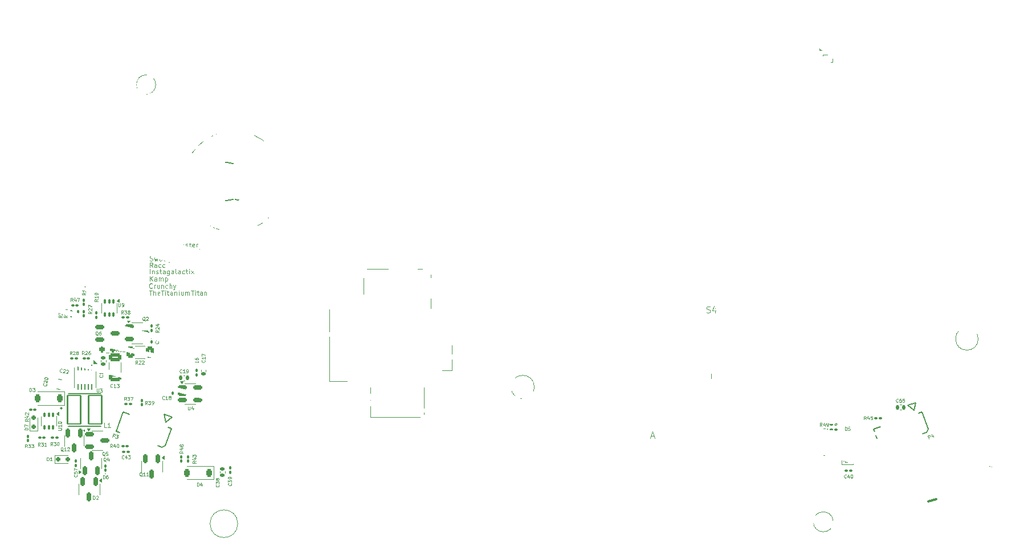
<source format=gto>
G04 #@! TF.GenerationSoftware,KiCad,Pcbnew,9.0.3-9.0.3-0~ubuntu22.04.1*
G04 #@! TF.CreationDate,2025-08-06T12:37:18-06:00*
G04 #@! TF.ProjectId,Steam_Controller,53746561-6d5f-4436-9f6e-74726f6c6c65,rev?*
G04 #@! TF.SameCoordinates,Original*
G04 #@! TF.FileFunction,Legend,Top*
G04 #@! TF.FilePolarity,Positive*
%FSLAX46Y46*%
G04 Gerber Fmt 4.6, Leading zero omitted, Abs format (unit mm)*
G04 Created by KiCad (PCBNEW 9.0.3-9.0.3-0~ubuntu22.04.1) date 2025-08-06 12:37:18*
%MOMM*%
%LPD*%
G01*
G04 APERTURE LIST*
G04 Aperture macros list*
%AMRoundRect*
0 Rectangle with rounded corners*
0 $1 Rounding radius*
0 $2 $3 $4 $5 $6 $7 $8 $9 X,Y pos of 4 corners*
0 Add a 4 corners polygon primitive as box body*
4,1,4,$2,$3,$4,$5,$6,$7,$8,$9,$2,$3,0*
0 Add four circle primitives for the rounded corners*
1,1,$1+$1,$2,$3*
1,1,$1+$1,$4,$5*
1,1,$1+$1,$6,$7*
1,1,$1+$1,$8,$9*
0 Add four rect primitives between the rounded corners*
20,1,$1+$1,$2,$3,$4,$5,0*
20,1,$1+$1,$4,$5,$6,$7,0*
20,1,$1+$1,$6,$7,$8,$9,0*
20,1,$1+$1,$8,$9,$2,$3,0*%
%AMRotRect*
0 Rectangle, with rotation*
0 The origin of the aperture is its center*
0 $1 length*
0 $2 width*
0 $3 Rotation angle, in degrees counterclockwise*
0 Add horizontal line*
21,1,$1,$2,0,0,$3*%
%AMFreePoly0*
4,1,105,0.153893,1.291506,0.159926,1.290774,0.308326,1.263674,0.314333,1.262194,0.458533,1.217194,0.464282,1.215010,0.601782,1.153010,0.607155,1.150189,0.736355,1.072189,0.741439,1.068681,0.860339,0.975481,0.864921,0.971421,0.971621,0.864721,0.975668,0.860156,1.068868,0.741356,1.072380,0.736270,1.150380,0.607170,1.153216,0.601769,1.215216,0.464169,1.217406,0.458393,
1.262306,0.314093,1.263767,0.308164,1.290967,0.159864,1.291708,0.153762,1.300808,0.003062,1.300808,-0.003060,1.291708,-0.153860,1.290968,-0.159958,1.263768,-0.308358,1.262303,-0.314303,1.217403,-0.458503,1.215210,-0.464282,1.153210,-0.601782,1.150389,-0.607155,1.072389,-0.736355,1.068881,-0.741439,0.975681,-0.860339,0.971621,-0.864921,0.864921,-0.971621,0.860339,-0.975681,
0.741439,-1.068881,0.736355,-1.072389,0.607155,-1.150389,0.601782,-1.153210,0.464282,-1.215210,0.458503,-1.217403,0.314303,-1.262303,0.308358,-1.263768,0.159958,-1.290968,0.153860,-1.291708,0.003060,-1.300808,-0.003062,-1.300808,-0.153762,-1.291708,-0.159864,-1.290967,-0.308164,-1.263767,-0.314093,-1.262306,-0.458393,-1.217406,-0.464169,-1.215216,-0.601769,-1.153216,-0.607170,-1.150380,
-0.736270,-1.072380,-0.741356,-1.068868,-0.860156,-0.975668,-0.864721,-0.971621,-0.971421,-0.864921,-0.975481,-0.860339,-1.068681,-0.741439,-1.072189,-0.736355,-1.150189,-0.607155,-1.153010,-0.601782,-1.215010,-0.464282,-1.217194,-0.458533,-1.262194,-0.314333,-1.263674,-0.308326,-1.290774,-0.159926,-1.291506,-0.153893,-1.300706,-0.003093,-1.300706,0.003095,-1.291506,0.153795,-1.290772,0.159832,
-1.263672,0.308132,-1.262197,0.314124,-1.217197,0.458424,-1.215016,0.464169,-1.153016,0.601769,-1.150180,0.607170,-1.072180,0.736270,-1.068668,0.741356,-0.975468,0.860156,-0.971421,0.864721,-0.864721,0.971421,-0.860156,0.975468,-0.741356,1.068668,-0.736270,1.072180,-0.607170,1.150180,-0.601769,1.153016,-0.464169,1.215016,-0.458424,1.217197,-0.314124,1.262197,-0.308132,1.263672,
-0.159832,1.290772,-0.153795,1.291506,-0.003095,1.300706,0.003093,1.300706,0.153893,1.291506,0.153893,1.291506,$1*%
%AMFreePoly1*
4,1,105,0.153860,1.291708,0.159958,1.290968,0.308358,1.263768,0.314303,1.262303,0.458503,1.217403,0.464282,1.215210,0.601782,1.153210,0.607155,1.150389,0.736355,1.072389,0.741439,1.068881,0.860339,0.975681,0.864921,0.971621,0.971621,0.864921,0.975681,0.860339,1.068881,0.741439,1.072389,0.736355,1.150389,0.607155,1.153210,0.601782,1.215210,0.464282,1.217403,0.458503,
1.262303,0.314303,1.263768,0.308358,1.290968,0.159958,1.291708,0.153860,1.300808,0.003060,1.300808,-0.003062,1.291708,-0.153762,1.290967,-0.159864,1.263767,-0.308164,1.262306,-0.314093,1.217406,-0.458393,1.215216,-0.464169,1.153216,-0.601769,1.150380,-0.607170,1.072380,-0.736270,1.068868,-0.741356,0.975668,-0.860156,0.971621,-0.864721,0.864921,-0.971421,0.860339,-0.975481,
0.741439,-1.068681,0.736355,-1.072189,0.607155,-1.150189,0.601782,-1.153010,0.464282,-1.215010,0.458533,-1.217194,0.314333,-1.262194,0.308326,-1.263674,0.159926,-1.290774,0.153893,-1.291506,0.003093,-1.300706,-0.003095,-1.300706,-0.153795,-1.291506,-0.159832,-1.290772,-0.308132,-1.263672,-0.314124,-1.262197,-0.458424,-1.217197,-0.464169,-1.215016,-0.601769,-1.153016,-0.607170,-1.150180,
-0.736270,-1.072180,-0.741356,-1.068668,-0.860156,-0.975468,-0.864721,-0.971421,-0.971421,-0.864721,-0.975468,-0.860156,-1.068668,-0.741356,-1.072180,-0.736270,-1.150180,-0.607170,-1.153016,-0.601769,-1.215016,-0.464169,-1.217197,-0.458424,-1.262197,-0.314124,-1.263672,-0.308132,-1.290772,-0.159832,-1.291506,-0.153795,-1.300706,-0.003095,-1.300706,0.003093,-1.291506,0.153893,-1.290774,0.159926,
-1.263674,0.308326,-1.262194,0.314333,-1.217194,0.458533,-1.215010,0.464282,-1.153010,0.601782,-1.150189,0.607155,-1.072189,0.736355,-1.068681,0.741439,-0.975481,0.860339,-0.971421,0.864921,-0.864721,0.971621,-0.860156,0.975668,-0.741356,1.068868,-0.736270,1.072380,-0.607170,1.150380,-0.601769,1.153216,-0.464169,1.215216,-0.458393,1.217406,-0.314093,1.262306,-0.308164,1.263767,
-0.159864,1.290967,-0.153762,1.291708,-0.003062,1.300808,0.003060,1.300808,0.153860,1.291708,0.153860,1.291708,$1*%
%AMFreePoly2*
4,1,105,0.153762,1.291708,0.159864,1.290967,0.308164,1.263767,0.314093,1.262306,0.458393,1.217406,0.464169,1.215216,0.601769,1.153216,0.607170,1.150380,0.736270,1.072380,0.741356,1.068868,0.860156,0.975668,0.864721,0.971621,0.971421,0.864921,0.975481,0.860339,1.068681,0.741439,1.072189,0.736355,1.150189,0.607155,1.153010,0.601782,1.215010,0.464282,1.217194,0.458533,
1.262194,0.314333,1.263674,0.308326,1.290774,0.159926,1.291506,0.153893,1.300706,0.003093,1.300706,-0.003095,1.291506,-0.153795,1.290772,-0.159832,1.263672,-0.308132,1.262197,-0.314124,1.217197,-0.458424,1.215016,-0.464169,1.153016,-0.601769,1.150180,-0.607170,1.072180,-0.736270,1.068668,-0.741356,0.975468,-0.860156,0.971421,-0.864721,0.864721,-0.971421,0.860156,-0.975468,
0.741356,-1.068668,0.736270,-1.072180,0.607170,-1.150180,0.601769,-1.153016,0.464169,-1.215016,0.458424,-1.217197,0.314124,-1.262197,0.308132,-1.263672,0.159832,-1.290772,0.153795,-1.291506,0.003095,-1.300706,-0.003093,-1.300706,-0.153893,-1.291506,-0.159926,-1.290774,-0.308326,-1.263674,-0.314333,-1.262194,-0.458533,-1.217194,-0.464282,-1.215010,-0.601782,-1.153010,-0.607155,-1.150189,
-0.736355,-1.072189,-0.741439,-1.068681,-0.860339,-0.975481,-0.864921,-0.971421,-0.971621,-0.864721,-0.975668,-0.860156,-1.068868,-0.741356,-1.072380,-0.736270,-1.150380,-0.607170,-1.153216,-0.601769,-1.215216,-0.464169,-1.217406,-0.458393,-1.262306,-0.314093,-1.263767,-0.308164,-1.290967,-0.159864,-1.291708,-0.153762,-1.300808,-0.003062,-1.300808,0.003060,-1.291708,0.153860,-1.290968,0.159958,
-1.263768,0.308358,-1.262303,0.314303,-1.217403,0.458503,-1.215210,0.464282,-1.153210,0.601782,-1.150389,0.607155,-1.072389,0.736355,-1.068881,0.741439,-0.975681,0.860339,-0.971621,0.864921,-0.864921,0.971621,-0.860339,0.975681,-0.741439,1.068881,-0.736355,1.072389,-0.607155,1.150389,-0.601782,1.153210,-0.464282,1.215210,-0.458503,1.217403,-0.314303,1.262303,-0.308358,1.263768,
-0.159958,1.290968,-0.153860,1.291708,-0.003060,1.300808,0.003062,1.300808,0.153762,1.291708,0.153762,1.291708,$1*%
%AMFreePoly3*
4,1,105,0.153795,1.291506,0.159832,1.290772,0.308132,1.263672,0.314124,1.262197,0.458424,1.217197,0.464169,1.215016,0.601769,1.153016,0.607170,1.150180,0.736270,1.072180,0.741356,1.068668,0.860156,0.975468,0.864721,0.971421,0.971421,0.864721,0.975468,0.860156,1.068668,0.741356,1.072180,0.736270,1.150180,0.607170,1.153016,0.601769,1.215016,0.464169,1.217197,0.458424,
1.262197,0.314124,1.263672,0.308132,1.290772,0.159832,1.291506,0.153795,1.300706,0.003095,1.300706,-0.003093,1.291506,-0.153893,1.290774,-0.159926,1.263674,-0.308326,1.262194,-0.314333,1.217194,-0.458533,1.215010,-0.464282,1.153010,-0.601782,1.150189,-0.607155,1.072189,-0.736355,1.068681,-0.741439,0.975481,-0.860339,0.971421,-0.864921,0.864721,-0.971621,0.860156,-0.975668,
0.741356,-1.068868,0.736270,-1.072380,0.607170,-1.150380,0.601769,-1.153216,0.464169,-1.215216,0.458393,-1.217406,0.314093,-1.262306,0.308164,-1.263767,0.159864,-1.290967,0.153762,-1.291708,0.003062,-1.300808,-0.003060,-1.300808,-0.153860,-1.291708,-0.159958,-1.290968,-0.308358,-1.263768,-0.314303,-1.262303,-0.458503,-1.217403,-0.464282,-1.215210,-0.601782,-1.153210,-0.607155,-1.150389,
-0.736355,-1.072389,-0.741439,-1.068881,-0.860339,-0.975681,-0.864921,-0.971621,-0.971621,-0.864921,-0.975681,-0.860339,-1.068881,-0.741439,-1.072389,-0.736355,-1.150389,-0.607155,-1.153210,-0.601782,-1.215210,-0.464282,-1.217403,-0.458503,-1.262303,-0.314303,-1.263768,-0.308358,-1.290968,-0.159958,-1.291708,-0.153860,-1.300808,-0.003060,-1.300808,0.003062,-1.291708,0.153762,-1.290967,0.159864,
-1.263767,0.308164,-1.262306,0.314093,-1.217406,0.458393,-1.215216,0.464169,-1.153216,0.601769,-1.150380,0.607170,-1.072380,0.736270,-1.068868,0.741356,-0.975668,0.860156,-0.971621,0.864721,-0.864921,0.971421,-0.860339,0.975481,-0.741439,1.068681,-0.736355,1.072189,-0.607155,1.150189,-0.601782,1.153010,-0.464282,1.215010,-0.458533,1.217194,-0.314333,1.262194,-0.308326,1.263674,
-0.159926,1.290774,-0.153893,1.291506,-0.003093,1.300706,0.003095,1.300706,0.153795,1.291506,0.153795,1.291506,$1*%
%AMFreePoly4*
4,1,105,0.153664,1.291508,0.159747,1.290770,0.308347,1.263570,0.314322,1.262097,0.458322,1.217197,0.464000,1.215046,0.601700,1.153246,0.607189,1.150368,0.736489,1.072168,0.741547,1.068675,0.860147,0.975675,0.864721,0.971621,0.971621,0.864721,0.975675,0.860147,1.068675,0.741547,1.072168,0.736489,1.150368,0.607189,1.153246,0.601700,1.215046,0.464000,1.217197,0.458322,
1.262097,0.314322,1.263570,0.308347,1.290770,0.159747,1.291508,0.153664,1.300608,0.003064,1.300608,-0.003064,1.291508,-0.153664,1.290770,-0.159747,1.263570,-0.308347,1.262097,-0.314322,1.217197,-0.458322,1.215046,-0.464000,1.153246,-0.601700,1.150368,-0.607189,1.072168,-0.736489,1.068675,-0.741547,0.975675,-0.860147,0.971621,-0.864721,0.864721,-0.971621,0.860147,-0.975675,
0.741547,-1.068675,0.736489,-1.072168,0.607189,-1.150368,0.601700,-1.153246,0.464000,-1.215046,0.458322,-1.217197,0.314322,-1.262097,0.308347,-1.263570,0.159747,-1.290770,0.153664,-1.291508,0.003064,-1.300608,-0.003064,-1.300608,-0.153664,-1.291508,-0.159747,-1.290770,-0.308347,-1.263570,-0.314322,-1.262097,-0.458322,-1.217197,-0.464000,-1.215046,-0.601700,-1.153246,-0.607189,-1.150368,
-0.736489,-1.072168,-0.741547,-1.068675,-0.860147,-0.975675,-0.864721,-0.971621,-0.971621,-0.864721,-0.975675,-0.860147,-1.068675,-0.741547,-1.072168,-0.736489,-1.150368,-0.607189,-1.153246,-0.601700,-1.215046,-0.464000,-1.217197,-0.458322,-1.262097,-0.314322,-1.263570,-0.308347,-1.290770,-0.159747,-1.291508,-0.153664,-1.300608,-0.003064,-1.300608,0.003064,-1.291508,0.153664,-1.290770,0.159747,
-1.263570,0.308347,-1.262097,0.314322,-1.217197,0.458322,-1.215046,0.464000,-1.153246,0.601700,-1.150368,0.607189,-1.072168,0.736489,-1.068675,0.741547,-0.975675,0.860147,-0.971621,0.864721,-0.864721,0.971621,-0.860147,0.975675,-0.741547,1.068675,-0.736489,1.072168,-0.607189,1.150368,-0.601700,1.153246,-0.464000,1.215046,-0.458322,1.217197,-0.314322,1.262097,-0.308347,1.263570,
-0.159747,1.290770,-0.153664,1.291508,-0.003064,1.300608,0.003064,1.300608,0.153664,1.291508,0.153664,1.291508,$1*%
%AMFreePoly5*
4,1,221,0.021118,0.689316,0.057618,0.687216,0.060555,0.686962,0.096755,0.682762,0.099522,0.682363,0.135522,0.676163,0.138465,0.675566,0.173965,0.667266,0.176742,0.666534,0.211742,0.656234,0.214380,0.655378,0.248780,0.643178,0.251576,0.642093,0.285176,0.627893,0.287839,0.626675,0.320539,0.610575,0.323124,0.609209,0.354924,0.591209,0.357335,0.589754,0.388035,0.570054,
0.390429,0.568420,0.419929,0.547020,0.422291,0.545198,0.450491,0.522098,0.452658,0.520219,0.479558,0.495519,0.481606,0.493530,0.507006,0.467430,0.509003,0.465255,0.532903,0.437655,0.534719,0.435434,0.557019,0.406534,0.558722,0.404191,0.579322,0.374091,0.580948,0.371557,0.599748,0.340257,0.601066,0.337926,0.618166,0.305726,0.619542,0.302932,0.634642,0.269732,
0.635756,0.267085,0.648956,0.233085,0.649903,0.230430,0.661203,0.195730,0.662024,0.192942,0.671324,0.157642,0.671976,0.154850,0.679276,0.119050,0.679801,0.116006,0.684901,0.079906,0.685204,0.077261,0.688404,0.040961,0.688581,0.037891,0.689581,0.001391,0.689581,-0.001391,0.688581,-0.037891,0.688404,-0.040961,0.685204,-0.077261,0.684901,-0.079906,0.679801,-0.116006,
0.679276,-0.119050,0.671976,-0.154850,0.671324,-0.157642,0.662024,-0.192942,0.661203,-0.195730,0.649903,-0.230430,0.648956,-0.233085,0.635756,-0.267085,0.634642,-0.269732,0.619542,-0.302932,0.618166,-0.305726,0.601066,-0.337926,0.599748,-0.340257,0.580948,-0.371557,0.579322,-0.374091,0.558722,-0.404191,0.557019,-0.406534,0.534719,-0.435434,0.532903,-0.437655,0.509003,-0.465255,
0.507006,-0.467430,0.481606,-0.493530,0.479558,-0.495519,0.452658,-0.520219,0.450491,-0.522098,0.422291,-0.545198,0.419929,-0.547020,0.390429,-0.568421,0.388035,-0.570054,0.357335,-0.589754,0.354924,-0.591209,0.323124,-0.609209,0.320539,-0.610575,0.287839,-0.626675,0.285176,-0.627893,0.251576,-0.642093,0.248780,-0.643178,0.214380,-0.655378,0.211742,-0.656234,0.176742,-0.666534,
0.173965,-0.667266,0.138465,-0.675566,0.135522,-0.676163,0.099522,-0.682363,0.096755,-0.682762,0.060555,-0.686962,0.057618,-0.687216,0.021118,-0.689316,0.018200,-0.689400,-0.018200,-0.689400,-0.021118,-0.689316,-0.057618,-0.687216,-0.060555,-0.686962,-0.096755,-0.682762,-0.099522,-0.682363,-0.135522,-0.676163,-0.138465,-0.675566,-0.173965,-0.667266,-0.176742,-0.666534,-0.211742,-0.656234,
-0.214380,-0.655378,-0.248780,-0.643178,-0.251576,-0.642093,-0.285176,-0.627893,-0.287839,-0.626675,-0.320539,-0.610575,-0.323124,-0.609209,-0.354924,-0.591209,-0.357335,-0.589754,-0.388035,-0.570054,-0.390429,-0.568420,-0.419929,-0.547020,-0.422291,-0.545198,-0.450491,-0.522098,-0.452658,-0.520219,-0.479558,-0.495519,-0.481606,-0.493530,-0.507006,-0.467430,-0.509003,-0.465255,-0.532903,-0.437655,
-0.534719,-0.435434,-0.557019,-0.406534,-0.558722,-0.404191,-0.579322,-0.374091,-0.580948,-0.371557,-0.599748,-0.340257,-0.601066,-0.337926,-0.618166,-0.305726,-0.619542,-0.302932,-0.634642,-0.269732,-0.635756,-0.267085,-0.648956,-0.233085,-0.649903,-0.230430,-0.661203,-0.195730,-0.662024,-0.192942,-0.671324,-0.157642,-0.671976,-0.154850,-0.679276,-0.119050,-0.679801,-0.116006,-0.684901,-0.079906,
-0.685204,-0.077261,-0.688404,-0.040961,-0.688581,-0.037891,-0.689581,-0.001391,-0.689581,0.001391,-0.688581,0.037891,-0.688404,0.040961,-0.685204,0.077261,-0.684901,0.079906,-0.679801,0.116006,-0.679276,0.119050,-0.671976,0.154850,-0.671324,0.157642,-0.662024,0.192942,-0.661203,0.195730,-0.649903,0.230430,-0.648956,0.233085,-0.635756,0.267085,-0.634642,0.269732,-0.619542,0.302932,
-0.618166,0.305726,-0.601066,0.337926,-0.599748,0.340257,-0.580948,0.371557,-0.579322,0.374091,-0.558722,0.404191,-0.557019,0.406534,-0.534719,0.435434,-0.532903,0.437655,-0.509003,0.465255,-0.507006,0.467430,-0.481606,0.493530,-0.479558,0.495519,-0.452658,0.520219,-0.450491,0.522098,-0.422291,0.545198,-0.419929,0.547020,-0.390429,0.568421,-0.388035,0.570054,-0.357335,0.589754,
-0.354924,0.591209,-0.323124,0.609209,-0.320539,0.610575,-0.287839,0.626675,-0.285176,0.627893,-0.251576,0.642093,-0.248780,0.643178,-0.214380,0.655378,-0.211742,0.656234,-0.176742,0.666534,-0.173965,0.667266,-0.138465,0.675566,-0.135522,0.676163,-0.099522,0.682363,-0.096755,0.682762,-0.060555,0.686962,-0.057618,0.687216,-0.021118,0.689316,-0.018200,0.689400,0.018200,0.689400,
0.021118,0.689316,0.021118,0.689316,$1*%
%AMFreePoly6*
4,1,209,0.035207,0.607678,0.038367,0.607485,0.071967,0.604385,0.074843,0.604037,0.108143,0.599037,0.111316,0.598457,0.144216,0.591357,0.147197,0.590619,0.179697,0.581519,0.182472,0.580655,0.214272,0.569755,0.217210,0.568646,0.248410,0.555746,0.251296,0.554446,0.281596,0.539646,0.284341,0.538199,0.313641,0.521599,0.316078,0.520127,0.344378,0.501927,0.346993,0.500127,
0.374193,0.480127,0.376636,0.478213,0.402536,0.456613,0.404849,0.454562,0.429349,0.431462,0.431462,0.429349,0.454562,0.404849,0.456613,0.402536,0.478213,0.376636,0.480127,0.374193,0.500127,0.346993,0.501927,0.344378,0.520127,0.316078,0.521599,0.313641,0.538199,0.284341,0.539646,0.281596,0.554446,0.251296,0.555746,0.248410,0.568646,0.217210,0.569755,0.214272,
0.580655,0.182472,0.581519,0.179697,0.590619,0.147197,0.591357,0.144216,0.598457,0.111316,0.599037,0.108143,0.604037,0.074843,0.604385,0.071967,0.607485,0.038367,0.607678,0.035207,0.608678,0.001507,0.608678,-0.001507,0.607678,-0.035207,0.607485,-0.038367,0.604385,-0.071967,0.604037,-0.074843,0.599037,-0.108143,0.598457,-0.111316,0.591357,-0.144216,0.590619,-0.147197,
0.581519,-0.179697,0.580655,-0.182472,0.569755,-0.214272,0.568646,-0.217210,0.555746,-0.248410,0.554446,-0.251296,0.539646,-0.281596,0.538199,-0.284341,0.521599,-0.313641,0.520127,-0.316078,0.501927,-0.344378,0.500127,-0.346993,0.480127,-0.374193,0.478213,-0.376636,0.456613,-0.402536,0.454562,-0.404849,0.431462,-0.429349,0.429349,-0.431462,0.404849,-0.454562,0.402536,-0.456613,
0.376636,-0.478213,0.374193,-0.480127,0.346993,-0.500127,0.344378,-0.501927,0.316078,-0.520127,0.313641,-0.521599,0.284341,-0.538199,0.281596,-0.539646,0.251296,-0.554446,0.248410,-0.555746,0.217210,-0.568646,0.214272,-0.569755,0.182472,-0.580655,0.179697,-0.581519,0.147197,-0.590619,0.144216,-0.591357,0.111316,-0.598457,0.108143,-0.599037,0.074843,-0.604037,0.071967,-0.604385,
0.038367,-0.607485,0.035207,-0.607678,0.001507,-0.608678,-0.001507,-0.608678,-0.035207,-0.607678,-0.038367,-0.607485,-0.071967,-0.604385,-0.074843,-0.604037,-0.108143,-0.599037,-0.111316,-0.598457,-0.144216,-0.591357,-0.147197,-0.590619,-0.179697,-0.581519,-0.182472,-0.580655,-0.214272,-0.569755,-0.217210,-0.568646,-0.248410,-0.555746,-0.251296,-0.554446,-0.281596,-0.539646,-0.284341,-0.538199,
-0.313641,-0.521599,-0.316078,-0.520127,-0.344378,-0.501927,-0.346993,-0.500127,-0.374193,-0.480127,-0.376636,-0.478213,-0.402536,-0.456613,-0.404849,-0.454562,-0.429349,-0.431462,-0.431462,-0.429349,-0.454562,-0.404849,-0.456613,-0.402536,-0.478213,-0.376636,-0.480127,-0.374193,-0.500127,-0.346993,-0.501927,-0.344378,-0.520127,-0.316078,-0.521599,-0.313641,-0.538199,-0.284341,-0.539646,-0.281596,
-0.554446,-0.251296,-0.555746,-0.248410,-0.568646,-0.217210,-0.569755,-0.214272,-0.580655,-0.182472,-0.581519,-0.179697,-0.590619,-0.147197,-0.591357,-0.144216,-0.598457,-0.111316,-0.599037,-0.108143,-0.604037,-0.074843,-0.604385,-0.071967,-0.607485,-0.038367,-0.607678,-0.035207,-0.608678,-0.001507,-0.608678,0.001507,-0.607678,0.035207,-0.607485,0.038367,-0.604385,0.071967,-0.604037,0.074843,
-0.599037,0.108143,-0.598457,0.111316,-0.591357,0.144216,-0.590619,0.147197,-0.581519,0.179697,-0.580655,0.182472,-0.569755,0.214272,-0.568646,0.217210,-0.555746,0.248410,-0.554446,0.251296,-0.539646,0.281596,-0.538199,0.284341,-0.521599,0.313641,-0.520127,0.316078,-0.501927,0.344378,-0.500127,0.346993,-0.480127,0.374193,-0.478213,0.376636,-0.456613,0.402536,-0.454562,0.404849,
-0.431462,0.429349,-0.429349,0.431462,-0.404849,0.454562,-0.402536,0.456613,-0.376636,0.478213,-0.374193,0.480127,-0.346993,0.500127,-0.344378,0.501927,-0.316078,0.520127,-0.313641,0.521599,-0.284341,0.538199,-0.281596,0.539646,-0.251296,0.554446,-0.248410,0.555746,-0.217210,0.568646,-0.214272,0.569755,-0.182472,0.580655,-0.179697,0.581519,-0.147197,0.590619,-0.144216,0.591357,
-0.111316,0.598457,-0.108143,0.599037,-0.074843,0.604037,-0.071967,0.604385,-0.038367,0.607485,-0.035207,0.607678,-0.001507,0.608678,0.001507,0.608678,0.035207,0.607678,0.035207,0.607678,$1*%
G04 Aperture macros list end*
%ADD10C,0.100000*%
%ADD11C,0.300000*%
%ADD12C,0.250000*%
%ADD13C,0.152400*%
%ADD14C,0.125000*%
%ADD15C,0.150000*%
%ADD16C,0.127000*%
%ADD17C,0.120000*%
%ADD18C,0.254000*%
%ADD19C,0.200000*%
%ADD20C,1.000000*%
%ADD21C,0.355600*%
%ADD22C,0.301600*%
%ADD23C,0.351600*%
%ADD24C,0.601600*%
%ADD25RoundRect,0.100000X0.130000X0.100000X-0.130000X0.100000X-0.130000X-0.100000X0.130000X-0.100000X0*%
%ADD26FreePoly0,0.000000*%
%ADD27FreePoly1,0.000000*%
%ADD28FreePoly2,0.000000*%
%ADD29FreePoly3,0.000000*%
%ADD30FreePoly4,0.000000*%
%ADD31FreePoly5,1.000000*%
%ADD32FreePoly6,1.000000*%
%ADD33RoundRect,0.100000X-0.130000X-0.100000X0.130000X-0.100000X0.130000X0.100000X-0.130000X0.100000X0*%
%ADD34RoundRect,0.100000X0.100000X-0.130000X0.100000X0.130000X-0.100000X0.130000X-0.100000X-0.130000X0*%
%ADD35RoundRect,0.150000X-0.512500X-0.150000X0.512500X-0.150000X0.512500X0.150000X-0.512500X0.150000X0*%
%ADD36RotRect,0.400000X1.600000X161.000000*%
%ADD37RoundRect,0.100000X-0.100000X0.225000X-0.100000X-0.225000X0.100000X-0.225000X0.100000X0.225000X0*%
%ADD38RoundRect,0.150000X-0.150000X0.512500X-0.150000X-0.512500X0.150000X-0.512500X0.150000X0.512500X0*%
%ADD39C,3.000000*%
%ADD40RoundRect,0.100000X-0.100000X0.130000X-0.100000X-0.130000X0.100000X-0.130000X0.100000X0.130000X0*%
%ADD41RoundRect,0.140000X-0.170000X0.140000X-0.170000X-0.140000X0.170000X-0.140000X0.170000X0.140000X0*%
%ADD42RoundRect,0.250000X0.650000X-0.325000X0.650000X0.325000X-0.650000X0.325000X-0.650000X-0.325000X0*%
%ADD43RoundRect,0.150000X0.150000X0.200000X-0.150000X0.200000X-0.150000X-0.200000X0.150000X-0.200000X0*%
%ADD44RoundRect,0.050000X0.725000X0.550000X-0.725000X0.550000X-0.725000X-0.550000X0.725000X-0.550000X0*%
%ADD45RoundRect,0.050000X0.300000X0.425000X-0.300000X0.425000X-0.300000X-0.425000X0.300000X-0.425000X0*%
%ADD46RoundRect,0.062500X-0.062500X0.375000X-0.062500X-0.375000X0.062500X-0.375000X0.062500X0.375000X0*%
%ADD47R,2.000000X1.200000*%
%ADD48FreePoly5,180.000000*%
%ADD49FreePoly6,180.000000*%
%ADD50RoundRect,0.250000X0.328685X0.424372X-0.163719X0.511196X-0.328685X-0.424372X0.163719X-0.511196X0*%
%ADD51FreePoly5,270.000000*%
%ADD52FreePoly6,270.000000*%
%ADD53RoundRect,0.200000X0.200000X0.275000X-0.200000X0.275000X-0.200000X-0.275000X0.200000X-0.275000X0*%
%ADD54RoundRect,0.100000X-0.145390X-0.075907X0.110660X-0.121055X0.145390X0.075907X-0.110660X0.121055X0*%
%ADD55C,2.800000*%
%ADD56O,2.000000X1.810000*%
%ADD57RoundRect,0.140000X0.140000X0.170000X-0.140000X0.170000X-0.140000X-0.170000X0.140000X-0.170000X0*%
%ADD58RoundRect,0.150000X0.150000X-0.512500X0.150000X0.512500X-0.150000X0.512500X-0.150000X-0.512500X0*%
%ADD59FreePoly5,120.000000*%
%ADD60FreePoly6,120.000000*%
%ADD61C,1.950000*%
%ADD62C,1.650000*%
%ADD63C,2.400000*%
%ADD64C,2.475000*%
%ADD65O,0.851600X0.851600*%
%ADD66RoundRect,0.225000X0.375000X-0.225000X0.375000X0.225000X-0.375000X0.225000X-0.375000X-0.225000X0*%
%ADD67RoundRect,0.050800X0.500000X0.625000X-0.500000X0.625000X-0.500000X-0.625000X0.500000X-0.625000X0*%
%ADD68RoundRect,0.250000X0.312500X0.625000X-0.312500X0.625000X-0.312500X-0.625000X0.312500X-0.625000X0*%
%ADD69RotRect,0.400000X1.600000X199.000000*%
%ADD70RoundRect,0.140000X0.170000X-0.140000X0.170000X0.140000X-0.170000X0.140000X-0.170000X-0.140000X0*%
%ADD71RoundRect,0.225000X0.225000X0.375000X-0.225000X0.375000X-0.225000X-0.375000X0.225000X-0.375000X0*%
%ADD72RoundRect,0.102000X-0.990000X-2.100000X0.990000X-2.100000X0.990000X2.100000X-0.990000X2.100000X0*%
%ADD73RoundRect,0.150000X-0.200000X0.150000X-0.200000X-0.150000X0.200000X-0.150000X0.200000X0.150000X0*%
%ADD74C,0.550000*%
%ADD75RoundRect,0.050800X0.200000X-1.000000X0.200000X1.000000X-0.200000X1.000000X-0.200000X-1.000000X0*%
%ADD76RoundRect,0.050800X0.800000X0.500000X-0.800000X0.500000X-0.800000X-0.500000X0.800000X-0.500000X0*%
%ADD77RoundRect,0.050800X1.000000X0.700000X-1.000000X0.700000X-1.000000X-0.700000X1.000000X-0.700000X0*%
%ADD78FreePoly5,315.000000*%
%ADD79FreePoly6,315.000000*%
%ADD80FreePoly5,0.000000*%
%ADD81FreePoly6,0.000000*%
%ADD82C,2.000000*%
%ADD83C,2.374900*%
%ADD84C,0.990600*%
G04 APERTURE END LIST*
D10*
X98320001Y-63310000D02*
G75*
G02*
X95447441Y-63310000I-1436280J0D01*
G01*
X95447441Y-63310000D02*
G75*
G02*
X98320001Y-63310000I1436280J0D01*
G01*
X198980001Y-128280000D02*
G75*
G02*
X196022637Y-128280000I-1478682J0D01*
G01*
X196022637Y-128280000D02*
G75*
G02*
X198980001Y-128280000I1478682J0D01*
G01*
X223631384Y-121774628D02*
G75*
G02*
X220088616Y-121774628I-1771384J0D01*
G01*
X220088616Y-121774628D02*
G75*
G02*
X223631384Y-121774628I1771384J0D01*
G01*
X117416266Y-77706265D02*
G75*
G02*
X102423734Y-77706265I-7496266J0D01*
G01*
X102423734Y-77706265D02*
G75*
G02*
X117416266Y-77706265I7496266J0D01*
G01*
X154573102Y-108250000D02*
G75*
G02*
X151108770Y-108250000I-1732166J0D01*
G01*
X151108770Y-108250000D02*
G75*
G02*
X154573102Y-108250000I1732166J0D01*
G01*
X209961759Y-63140000D02*
G75*
G02*
X207458241Y-63140000I-1251759J0D01*
G01*
X207458241Y-63140000D02*
G75*
G02*
X209961759Y-63140000I1251759J0D01*
G01*
X220516574Y-101096573D02*
G75*
G02*
X217163426Y-101096573I-1676574J0D01*
G01*
X217163426Y-101096573D02*
G75*
G02*
X220516574Y-101096573I1676574J0D01*
G01*
X181590000Y-61900000D02*
G75*
G02*
X179016210Y-61900000I-1286895J0D01*
G01*
X179016210Y-61900000D02*
G75*
G02*
X181590000Y-61900000I1286895J0D01*
G01*
X110499607Y-128560000D02*
G75*
G02*
X106389035Y-128560000I-2055286J0D01*
G01*
X106389035Y-128560000D02*
G75*
G02*
X110499607Y-128560000I2055286J0D01*
G01*
X202927925Y-77338500D02*
G75*
G02*
X187935075Y-77338500I-7496425J0D01*
G01*
X187935075Y-77338500D02*
G75*
G02*
X202927925Y-77338500I7496425J0D01*
G01*
X126693230Y-61950000D02*
G75*
G02*
X124085550Y-61950000I-1303840J0D01*
G01*
X124085550Y-61950000D02*
G75*
G02*
X126693230Y-61950000I1303840J0D01*
G01*
X165787217Y-85166800D02*
X165915789Y-85209657D01*
X165915789Y-85209657D02*
X166130074Y-85209657D01*
X166130074Y-85209657D02*
X166215789Y-85166800D01*
X166215789Y-85166800D02*
X166258646Y-85123942D01*
X166258646Y-85123942D02*
X166301503Y-85038228D01*
X166301503Y-85038228D02*
X166301503Y-84952514D01*
X166301503Y-84952514D02*
X166258646Y-84866800D01*
X166258646Y-84866800D02*
X166215789Y-84823942D01*
X166215789Y-84823942D02*
X166130074Y-84781085D01*
X166130074Y-84781085D02*
X165958646Y-84738228D01*
X165958646Y-84738228D02*
X165872931Y-84695371D01*
X165872931Y-84695371D02*
X165830074Y-84652514D01*
X165830074Y-84652514D02*
X165787217Y-84566800D01*
X165787217Y-84566800D02*
X165787217Y-84481085D01*
X165787217Y-84481085D02*
X165830074Y-84395371D01*
X165830074Y-84395371D02*
X165872931Y-84352514D01*
X165872931Y-84352514D02*
X165958646Y-84309657D01*
X165958646Y-84309657D02*
X166172931Y-84309657D01*
X166172931Y-84309657D02*
X166301503Y-84352514D01*
X167158646Y-85209657D02*
X166644360Y-85209657D01*
X166901503Y-85209657D02*
X166901503Y-84309657D01*
X166901503Y-84309657D02*
X166815789Y-84438228D01*
X166815789Y-84438228D02*
X166730074Y-84523942D01*
X166730074Y-84523942D02*
X166644360Y-84566800D01*
X167972932Y-84309657D02*
X167544360Y-84309657D01*
X167544360Y-84309657D02*
X167501503Y-84738228D01*
X167501503Y-84738228D02*
X167544360Y-84695371D01*
X167544360Y-84695371D02*
X167630075Y-84652514D01*
X167630075Y-84652514D02*
X167844360Y-84652514D01*
X167844360Y-84652514D02*
X167930075Y-84695371D01*
X167930075Y-84695371D02*
X167972932Y-84738228D01*
X167972932Y-84738228D02*
X168015789Y-84823942D01*
X168015789Y-84823942D02*
X168015789Y-85038228D01*
X168015789Y-85038228D02*
X167972932Y-85123942D01*
X167972932Y-85123942D02*
X167930075Y-85166800D01*
X167930075Y-85166800D02*
X167844360Y-85209657D01*
X167844360Y-85209657D02*
X167630075Y-85209657D01*
X167630075Y-85209657D02*
X167544360Y-85166800D01*
X167544360Y-85166800D02*
X167501503Y-85123942D01*
X164837217Y-83548609D02*
X164503884Y-83548609D01*
X164503884Y-84072419D02*
X164503884Y-83072419D01*
X164503884Y-83072419D02*
X164980074Y-83072419D01*
X165932455Y-84072419D02*
X165599122Y-83596228D01*
X165361027Y-84072419D02*
X165361027Y-83072419D01*
X165361027Y-83072419D02*
X165741979Y-83072419D01*
X165741979Y-83072419D02*
X165837217Y-83120038D01*
X165837217Y-83120038D02*
X165884836Y-83167657D01*
X165884836Y-83167657D02*
X165932455Y-83262895D01*
X165932455Y-83262895D02*
X165932455Y-83405752D01*
X165932455Y-83405752D02*
X165884836Y-83500990D01*
X165884836Y-83500990D02*
X165837217Y-83548609D01*
X165837217Y-83548609D02*
X165741979Y-83596228D01*
X165741979Y-83596228D02*
X165361027Y-83596228D01*
X166551503Y-83072419D02*
X166741979Y-83072419D01*
X166741979Y-83072419D02*
X166837217Y-83120038D01*
X166837217Y-83120038D02*
X166932455Y-83215276D01*
X166932455Y-83215276D02*
X166980074Y-83405752D01*
X166980074Y-83405752D02*
X166980074Y-83739085D01*
X166980074Y-83739085D02*
X166932455Y-83929561D01*
X166932455Y-83929561D02*
X166837217Y-84024800D01*
X166837217Y-84024800D02*
X166741979Y-84072419D01*
X166741979Y-84072419D02*
X166551503Y-84072419D01*
X166551503Y-84072419D02*
X166456265Y-84024800D01*
X166456265Y-84024800D02*
X166361027Y-83929561D01*
X166361027Y-83929561D02*
X166313408Y-83739085D01*
X166313408Y-83739085D02*
X166313408Y-83405752D01*
X166313408Y-83405752D02*
X166361027Y-83215276D01*
X166361027Y-83215276D02*
X166456265Y-83120038D01*
X166456265Y-83120038D02*
X166551503Y-83072419D01*
X167408646Y-84072419D02*
X167408646Y-83072419D01*
X167408646Y-83072419D02*
X167980074Y-84072419D01*
X167980074Y-84072419D02*
X167980074Y-83072419D01*
X168313408Y-83072419D02*
X168884836Y-83072419D01*
X168599122Y-84072419D02*
X168599122Y-83072419D01*
X168980075Y-84167657D02*
X169741979Y-84167657D01*
X170551503Y-84072419D02*
X170218170Y-83596228D01*
X169980075Y-84072419D02*
X169980075Y-83072419D01*
X169980075Y-83072419D02*
X170361027Y-83072419D01*
X170361027Y-83072419D02*
X170456265Y-83120038D01*
X170456265Y-83120038D02*
X170503884Y-83167657D01*
X170503884Y-83167657D02*
X170551503Y-83262895D01*
X170551503Y-83262895D02*
X170551503Y-83405752D01*
X170551503Y-83405752D02*
X170503884Y-83500990D01*
X170503884Y-83500990D02*
X170456265Y-83548609D01*
X170456265Y-83548609D02*
X170361027Y-83596228D01*
X170361027Y-83596228D02*
X169980075Y-83596228D01*
X180162217Y-97141800D02*
X180290789Y-97184657D01*
X180290789Y-97184657D02*
X180505074Y-97184657D01*
X180505074Y-97184657D02*
X180590789Y-97141800D01*
X180590789Y-97141800D02*
X180633646Y-97098942D01*
X180633646Y-97098942D02*
X180676503Y-97013228D01*
X180676503Y-97013228D02*
X180676503Y-96927514D01*
X180676503Y-96927514D02*
X180633646Y-96841800D01*
X180633646Y-96841800D02*
X180590789Y-96798942D01*
X180590789Y-96798942D02*
X180505074Y-96756085D01*
X180505074Y-96756085D02*
X180333646Y-96713228D01*
X180333646Y-96713228D02*
X180247931Y-96670371D01*
X180247931Y-96670371D02*
X180205074Y-96627514D01*
X180205074Y-96627514D02*
X180162217Y-96541800D01*
X180162217Y-96541800D02*
X180162217Y-96456085D01*
X180162217Y-96456085D02*
X180205074Y-96370371D01*
X180205074Y-96370371D02*
X180247931Y-96327514D01*
X180247931Y-96327514D02*
X180333646Y-96284657D01*
X180333646Y-96284657D02*
X180547931Y-96284657D01*
X180547931Y-96284657D02*
X180676503Y-96327514D01*
X181447932Y-96584657D02*
X181447932Y-97184657D01*
X181233646Y-96241800D02*
X181019360Y-96884657D01*
X181019360Y-96884657D02*
X181576503Y-96884657D01*
X97449122Y-89450800D02*
X97549122Y-89484133D01*
X97549122Y-89484133D02*
X97715789Y-89484133D01*
X97715789Y-89484133D02*
X97782455Y-89450800D01*
X97782455Y-89450800D02*
X97815789Y-89417466D01*
X97815789Y-89417466D02*
X97849122Y-89350800D01*
X97849122Y-89350800D02*
X97849122Y-89284133D01*
X97849122Y-89284133D02*
X97815789Y-89217466D01*
X97815789Y-89217466D02*
X97782455Y-89184133D01*
X97782455Y-89184133D02*
X97715789Y-89150800D01*
X97715789Y-89150800D02*
X97582455Y-89117466D01*
X97582455Y-89117466D02*
X97515789Y-89084133D01*
X97515789Y-89084133D02*
X97482455Y-89050800D01*
X97482455Y-89050800D02*
X97449122Y-88984133D01*
X97449122Y-88984133D02*
X97449122Y-88917466D01*
X97449122Y-88917466D02*
X97482455Y-88850800D01*
X97482455Y-88850800D02*
X97515789Y-88817466D01*
X97515789Y-88817466D02*
X97582455Y-88784133D01*
X97582455Y-88784133D02*
X97749122Y-88784133D01*
X97749122Y-88784133D02*
X97849122Y-88817466D01*
X98082456Y-89017466D02*
X98215789Y-89484133D01*
X98215789Y-89484133D02*
X98349122Y-89150800D01*
X98349122Y-89150800D02*
X98482456Y-89484133D01*
X98482456Y-89484133D02*
X98615789Y-89017466D01*
X98982455Y-89484133D02*
X98915789Y-89450800D01*
X98915789Y-89450800D02*
X98882455Y-89417466D01*
X98882455Y-89417466D02*
X98849122Y-89350800D01*
X98849122Y-89350800D02*
X98849122Y-89150800D01*
X98849122Y-89150800D02*
X98882455Y-89084133D01*
X98882455Y-89084133D02*
X98915789Y-89050800D01*
X98915789Y-89050800D02*
X98982455Y-89017466D01*
X98982455Y-89017466D02*
X99082455Y-89017466D01*
X99082455Y-89017466D02*
X99149122Y-89050800D01*
X99149122Y-89050800D02*
X99182455Y-89084133D01*
X99182455Y-89084133D02*
X99215789Y-89150800D01*
X99215789Y-89150800D02*
X99215789Y-89350800D01*
X99215789Y-89350800D02*
X99182455Y-89417466D01*
X99182455Y-89417466D02*
X99149122Y-89450800D01*
X99149122Y-89450800D02*
X99082455Y-89484133D01*
X99082455Y-89484133D02*
X98982455Y-89484133D01*
X99415788Y-89017466D02*
X99682455Y-89017466D01*
X99515788Y-88784133D02*
X99515788Y-89384133D01*
X99515788Y-89384133D02*
X99549122Y-89450800D01*
X99549122Y-89450800D02*
X99615788Y-89484133D01*
X99615788Y-89484133D02*
X99682455Y-89484133D01*
X99815788Y-89017466D02*
X100082455Y-89017466D01*
X99915788Y-88784133D02*
X99915788Y-89384133D01*
X99915788Y-89384133D02*
X99949122Y-89450800D01*
X99949122Y-89450800D02*
X100015788Y-89484133D01*
X100015788Y-89484133D02*
X100082455Y-89484133D01*
X100249122Y-89017466D02*
X100415788Y-89484133D01*
X100582455Y-89017466D02*
X100415788Y-89484133D01*
X100415788Y-89484133D02*
X100349122Y-89650800D01*
X100349122Y-89650800D02*
X100315788Y-89684133D01*
X100315788Y-89684133D02*
X100249122Y-89717466D01*
X100682455Y-89550800D02*
X101215788Y-89550800D01*
X101382454Y-89484133D02*
X101382454Y-88784133D01*
X101382454Y-88784133D02*
X101549121Y-88784133D01*
X101549121Y-88784133D02*
X101649121Y-88817466D01*
X101649121Y-88817466D02*
X101715788Y-88884133D01*
X101715788Y-88884133D02*
X101749121Y-88950800D01*
X101749121Y-88950800D02*
X101782454Y-89084133D01*
X101782454Y-89084133D02*
X101782454Y-89184133D01*
X101782454Y-89184133D02*
X101749121Y-89317466D01*
X101749121Y-89317466D02*
X101715788Y-89384133D01*
X101715788Y-89384133D02*
X101649121Y-89450800D01*
X101649121Y-89450800D02*
X101549121Y-89484133D01*
X101549121Y-89484133D02*
X101382454Y-89484133D01*
X102349121Y-89450800D02*
X102282454Y-89484133D01*
X102282454Y-89484133D02*
X102149121Y-89484133D01*
X102149121Y-89484133D02*
X102082454Y-89450800D01*
X102082454Y-89450800D02*
X102049121Y-89384133D01*
X102049121Y-89384133D02*
X102049121Y-89117466D01*
X102049121Y-89117466D02*
X102082454Y-89050800D01*
X102082454Y-89050800D02*
X102149121Y-89017466D01*
X102149121Y-89017466D02*
X102282454Y-89017466D01*
X102282454Y-89017466D02*
X102349121Y-89050800D01*
X102349121Y-89050800D02*
X102382454Y-89117466D01*
X102382454Y-89117466D02*
X102382454Y-89184133D01*
X102382454Y-89184133D02*
X102049121Y-89250800D01*
X102615788Y-89017466D02*
X102782454Y-89484133D01*
X102782454Y-89484133D02*
X102949121Y-89017466D01*
X171856265Y-115536704D02*
X172332455Y-115536704D01*
X171761027Y-115822419D02*
X172094360Y-114822419D01*
X172094360Y-114822419D02*
X172427693Y-115822419D01*
X162087217Y-98441800D02*
X162215789Y-98484657D01*
X162215789Y-98484657D02*
X162430074Y-98484657D01*
X162430074Y-98484657D02*
X162515789Y-98441800D01*
X162515789Y-98441800D02*
X162558646Y-98398942D01*
X162558646Y-98398942D02*
X162601503Y-98313228D01*
X162601503Y-98313228D02*
X162601503Y-98227514D01*
X162601503Y-98227514D02*
X162558646Y-98141800D01*
X162558646Y-98141800D02*
X162515789Y-98098942D01*
X162515789Y-98098942D02*
X162430074Y-98056085D01*
X162430074Y-98056085D02*
X162258646Y-98013228D01*
X162258646Y-98013228D02*
X162172931Y-97970371D01*
X162172931Y-97970371D02*
X162130074Y-97927514D01*
X162130074Y-97927514D02*
X162087217Y-97841800D01*
X162087217Y-97841800D02*
X162087217Y-97756085D01*
X162087217Y-97756085D02*
X162130074Y-97670371D01*
X162130074Y-97670371D02*
X162172931Y-97627514D01*
X162172931Y-97627514D02*
X162258646Y-97584657D01*
X162258646Y-97584657D02*
X162472931Y-97584657D01*
X162472931Y-97584657D02*
X162601503Y-97627514D01*
X162901503Y-97584657D02*
X163501503Y-97584657D01*
X163501503Y-97584657D02*
X163115789Y-98484657D01*
X97457455Y-91409133D02*
X97457455Y-90709133D01*
X97790788Y-90942466D02*
X97790788Y-91409133D01*
X97790788Y-91009133D02*
X97824122Y-90975800D01*
X97824122Y-90975800D02*
X97890788Y-90942466D01*
X97890788Y-90942466D02*
X97990788Y-90942466D01*
X97990788Y-90942466D02*
X98057455Y-90975800D01*
X98057455Y-90975800D02*
X98090788Y-91042466D01*
X98090788Y-91042466D02*
X98090788Y-91409133D01*
X98390788Y-91375800D02*
X98457455Y-91409133D01*
X98457455Y-91409133D02*
X98590788Y-91409133D01*
X98590788Y-91409133D02*
X98657455Y-91375800D01*
X98657455Y-91375800D02*
X98690788Y-91309133D01*
X98690788Y-91309133D02*
X98690788Y-91275800D01*
X98690788Y-91275800D02*
X98657455Y-91209133D01*
X98657455Y-91209133D02*
X98590788Y-91175800D01*
X98590788Y-91175800D02*
X98490788Y-91175800D01*
X98490788Y-91175800D02*
X98424121Y-91142466D01*
X98424121Y-91142466D02*
X98390788Y-91075800D01*
X98390788Y-91075800D02*
X98390788Y-91042466D01*
X98390788Y-91042466D02*
X98424121Y-90975800D01*
X98424121Y-90975800D02*
X98490788Y-90942466D01*
X98490788Y-90942466D02*
X98590788Y-90942466D01*
X98590788Y-90942466D02*
X98657455Y-90975800D01*
X98890788Y-90942466D02*
X99157455Y-90942466D01*
X98990788Y-90709133D02*
X98990788Y-91309133D01*
X98990788Y-91309133D02*
X99024122Y-91375800D01*
X99024122Y-91375800D02*
X99090788Y-91409133D01*
X99090788Y-91409133D02*
X99157455Y-91409133D01*
X99690788Y-91409133D02*
X99690788Y-91042466D01*
X99690788Y-91042466D02*
X99657455Y-90975800D01*
X99657455Y-90975800D02*
X99590788Y-90942466D01*
X99590788Y-90942466D02*
X99457455Y-90942466D01*
X99457455Y-90942466D02*
X99390788Y-90975800D01*
X99690788Y-91375800D02*
X99624122Y-91409133D01*
X99624122Y-91409133D02*
X99457455Y-91409133D01*
X99457455Y-91409133D02*
X99390788Y-91375800D01*
X99390788Y-91375800D02*
X99357455Y-91309133D01*
X99357455Y-91309133D02*
X99357455Y-91242466D01*
X99357455Y-91242466D02*
X99390788Y-91175800D01*
X99390788Y-91175800D02*
X99457455Y-91142466D01*
X99457455Y-91142466D02*
X99624122Y-91142466D01*
X99624122Y-91142466D02*
X99690788Y-91109133D01*
X100324121Y-90942466D02*
X100324121Y-91509133D01*
X100324121Y-91509133D02*
X100290788Y-91575800D01*
X100290788Y-91575800D02*
X100257455Y-91609133D01*
X100257455Y-91609133D02*
X100190788Y-91642466D01*
X100190788Y-91642466D02*
X100090788Y-91642466D01*
X100090788Y-91642466D02*
X100024121Y-91609133D01*
X100324121Y-91375800D02*
X100257455Y-91409133D01*
X100257455Y-91409133D02*
X100124121Y-91409133D01*
X100124121Y-91409133D02*
X100057455Y-91375800D01*
X100057455Y-91375800D02*
X100024121Y-91342466D01*
X100024121Y-91342466D02*
X99990788Y-91275800D01*
X99990788Y-91275800D02*
X99990788Y-91075800D01*
X99990788Y-91075800D02*
X100024121Y-91009133D01*
X100024121Y-91009133D02*
X100057455Y-90975800D01*
X100057455Y-90975800D02*
X100124121Y-90942466D01*
X100124121Y-90942466D02*
X100257455Y-90942466D01*
X100257455Y-90942466D02*
X100324121Y-90975800D01*
X100957454Y-91409133D02*
X100957454Y-91042466D01*
X100957454Y-91042466D02*
X100924121Y-90975800D01*
X100924121Y-90975800D02*
X100857454Y-90942466D01*
X100857454Y-90942466D02*
X100724121Y-90942466D01*
X100724121Y-90942466D02*
X100657454Y-90975800D01*
X100957454Y-91375800D02*
X100890788Y-91409133D01*
X100890788Y-91409133D02*
X100724121Y-91409133D01*
X100724121Y-91409133D02*
X100657454Y-91375800D01*
X100657454Y-91375800D02*
X100624121Y-91309133D01*
X100624121Y-91309133D02*
X100624121Y-91242466D01*
X100624121Y-91242466D02*
X100657454Y-91175800D01*
X100657454Y-91175800D02*
X100724121Y-91142466D01*
X100724121Y-91142466D02*
X100890788Y-91142466D01*
X100890788Y-91142466D02*
X100957454Y-91109133D01*
X101390787Y-91409133D02*
X101324121Y-91375800D01*
X101324121Y-91375800D02*
X101290787Y-91309133D01*
X101290787Y-91309133D02*
X101290787Y-90709133D01*
X101957454Y-91409133D02*
X101957454Y-91042466D01*
X101957454Y-91042466D02*
X101924121Y-90975800D01*
X101924121Y-90975800D02*
X101857454Y-90942466D01*
X101857454Y-90942466D02*
X101724121Y-90942466D01*
X101724121Y-90942466D02*
X101657454Y-90975800D01*
X101957454Y-91375800D02*
X101890788Y-91409133D01*
X101890788Y-91409133D02*
X101724121Y-91409133D01*
X101724121Y-91409133D02*
X101657454Y-91375800D01*
X101657454Y-91375800D02*
X101624121Y-91309133D01*
X101624121Y-91309133D02*
X101624121Y-91242466D01*
X101624121Y-91242466D02*
X101657454Y-91175800D01*
X101657454Y-91175800D02*
X101724121Y-91142466D01*
X101724121Y-91142466D02*
X101890788Y-91142466D01*
X101890788Y-91142466D02*
X101957454Y-91109133D01*
X102590787Y-91375800D02*
X102524121Y-91409133D01*
X102524121Y-91409133D02*
X102390787Y-91409133D01*
X102390787Y-91409133D02*
X102324121Y-91375800D01*
X102324121Y-91375800D02*
X102290787Y-91342466D01*
X102290787Y-91342466D02*
X102257454Y-91275800D01*
X102257454Y-91275800D02*
X102257454Y-91075800D01*
X102257454Y-91075800D02*
X102290787Y-91009133D01*
X102290787Y-91009133D02*
X102324121Y-90975800D01*
X102324121Y-90975800D02*
X102390787Y-90942466D01*
X102390787Y-90942466D02*
X102524121Y-90942466D01*
X102524121Y-90942466D02*
X102590787Y-90975800D01*
X102790787Y-90942466D02*
X103057454Y-90942466D01*
X102890787Y-90709133D02*
X102890787Y-91309133D01*
X102890787Y-91309133D02*
X102924121Y-91375800D01*
X102924121Y-91375800D02*
X102990787Y-91409133D01*
X102990787Y-91409133D02*
X103057454Y-91409133D01*
X103290787Y-91409133D02*
X103290787Y-90942466D01*
X103290787Y-90709133D02*
X103257454Y-90742466D01*
X103257454Y-90742466D02*
X103290787Y-90775800D01*
X103290787Y-90775800D02*
X103324121Y-90742466D01*
X103324121Y-90742466D02*
X103290787Y-90709133D01*
X103290787Y-90709133D02*
X103290787Y-90775800D01*
X103557454Y-91409133D02*
X103924120Y-90942466D01*
X103557454Y-90942466D02*
X103924120Y-91409133D01*
D11*
X213141614Y-125218141D02*
X214250523Y-124941659D01*
D10*
X97832455Y-90459133D02*
X97599122Y-90125800D01*
X97432455Y-90459133D02*
X97432455Y-89759133D01*
X97432455Y-89759133D02*
X97699122Y-89759133D01*
X97699122Y-89759133D02*
X97765789Y-89792466D01*
X97765789Y-89792466D02*
X97799122Y-89825800D01*
X97799122Y-89825800D02*
X97832455Y-89892466D01*
X97832455Y-89892466D02*
X97832455Y-89992466D01*
X97832455Y-89992466D02*
X97799122Y-90059133D01*
X97799122Y-90059133D02*
X97765789Y-90092466D01*
X97765789Y-90092466D02*
X97699122Y-90125800D01*
X97699122Y-90125800D02*
X97432455Y-90125800D01*
X98432455Y-90459133D02*
X98432455Y-90092466D01*
X98432455Y-90092466D02*
X98399122Y-90025800D01*
X98399122Y-90025800D02*
X98332455Y-89992466D01*
X98332455Y-89992466D02*
X98199122Y-89992466D01*
X98199122Y-89992466D02*
X98132455Y-90025800D01*
X98432455Y-90425800D02*
X98365789Y-90459133D01*
X98365789Y-90459133D02*
X98199122Y-90459133D01*
X98199122Y-90459133D02*
X98132455Y-90425800D01*
X98132455Y-90425800D02*
X98099122Y-90359133D01*
X98099122Y-90359133D02*
X98099122Y-90292466D01*
X98099122Y-90292466D02*
X98132455Y-90225800D01*
X98132455Y-90225800D02*
X98199122Y-90192466D01*
X98199122Y-90192466D02*
X98365789Y-90192466D01*
X98365789Y-90192466D02*
X98432455Y-90159133D01*
X99065788Y-90425800D02*
X98999122Y-90459133D01*
X98999122Y-90459133D02*
X98865788Y-90459133D01*
X98865788Y-90459133D02*
X98799122Y-90425800D01*
X98799122Y-90425800D02*
X98765788Y-90392466D01*
X98765788Y-90392466D02*
X98732455Y-90325800D01*
X98732455Y-90325800D02*
X98732455Y-90125800D01*
X98732455Y-90125800D02*
X98765788Y-90059133D01*
X98765788Y-90059133D02*
X98799122Y-90025800D01*
X98799122Y-90025800D02*
X98865788Y-89992466D01*
X98865788Y-89992466D02*
X98999122Y-89992466D01*
X98999122Y-89992466D02*
X99065788Y-90025800D01*
X99665788Y-90425800D02*
X99599122Y-90459133D01*
X99599122Y-90459133D02*
X99465788Y-90459133D01*
X99465788Y-90459133D02*
X99399122Y-90425800D01*
X99399122Y-90425800D02*
X99365788Y-90392466D01*
X99365788Y-90392466D02*
X99332455Y-90325800D01*
X99332455Y-90325800D02*
X99332455Y-90125800D01*
X99332455Y-90125800D02*
X99365788Y-90059133D01*
X99365788Y-90059133D02*
X99399122Y-90025800D01*
X99399122Y-90025800D02*
X99465788Y-89992466D01*
X99465788Y-89992466D02*
X99599122Y-89992466D01*
X99599122Y-89992466D02*
X99665788Y-90025800D01*
D12*
X204903996Y-59634619D02*
X204570663Y-59158428D01*
X204332568Y-59634619D02*
X204332568Y-58634619D01*
X204332568Y-58634619D02*
X204713520Y-58634619D01*
X204713520Y-58634619D02*
X204808758Y-58682238D01*
X204808758Y-58682238D02*
X204856377Y-58729857D01*
X204856377Y-58729857D02*
X204903996Y-58825095D01*
X204903996Y-58825095D02*
X204903996Y-58967952D01*
X204903996Y-58967952D02*
X204856377Y-59063190D01*
X204856377Y-59063190D02*
X204808758Y-59110809D01*
X204808758Y-59110809D02*
X204713520Y-59158428D01*
X204713520Y-59158428D02*
X204332568Y-59158428D01*
X205665901Y-59110809D02*
X205808758Y-59158428D01*
X205808758Y-59158428D02*
X205856377Y-59206047D01*
X205856377Y-59206047D02*
X205903996Y-59301285D01*
X205903996Y-59301285D02*
X205903996Y-59444142D01*
X205903996Y-59444142D02*
X205856377Y-59539380D01*
X205856377Y-59539380D02*
X205808758Y-59587000D01*
X205808758Y-59587000D02*
X205713520Y-59634619D01*
X205713520Y-59634619D02*
X205332568Y-59634619D01*
X205332568Y-59634619D02*
X205332568Y-58634619D01*
X205332568Y-58634619D02*
X205665901Y-58634619D01*
X205665901Y-58634619D02*
X205761139Y-58682238D01*
X205761139Y-58682238D02*
X205808758Y-58729857D01*
X205808758Y-58729857D02*
X205856377Y-58825095D01*
X205856377Y-58825095D02*
X205856377Y-58920333D01*
X205856377Y-58920333D02*
X205808758Y-59015571D01*
X205808758Y-59015571D02*
X205761139Y-59063190D01*
X205761139Y-59063190D02*
X205665901Y-59110809D01*
X205665901Y-59110809D02*
X205332568Y-59110809D01*
D10*
X161418646Y-105632419D02*
X162085312Y-106632419D01*
X162085312Y-105632419D02*
X161418646Y-106632419D01*
X181207217Y-106478609D02*
X181350074Y-106526228D01*
X181350074Y-106526228D02*
X181397693Y-106573847D01*
X181397693Y-106573847D02*
X181445312Y-106669085D01*
X181445312Y-106669085D02*
X181445312Y-106811942D01*
X181445312Y-106811942D02*
X181397693Y-106907180D01*
X181397693Y-106907180D02*
X181350074Y-106954800D01*
X181350074Y-106954800D02*
X181254836Y-107002419D01*
X181254836Y-107002419D02*
X180873884Y-107002419D01*
X180873884Y-107002419D02*
X180873884Y-106002419D01*
X180873884Y-106002419D02*
X181207217Y-106002419D01*
X181207217Y-106002419D02*
X181302455Y-106050038D01*
X181302455Y-106050038D02*
X181350074Y-106097657D01*
X181350074Y-106097657D02*
X181397693Y-106192895D01*
X181397693Y-106192895D02*
X181397693Y-106288133D01*
X181397693Y-106288133D02*
X181350074Y-106383371D01*
X181350074Y-106383371D02*
X181302455Y-106430990D01*
X181302455Y-106430990D02*
X181207217Y-106478609D01*
X181207217Y-106478609D02*
X180873884Y-106478609D01*
X97782455Y-93492466D02*
X97749122Y-93525800D01*
X97749122Y-93525800D02*
X97649122Y-93559133D01*
X97649122Y-93559133D02*
X97582455Y-93559133D01*
X97582455Y-93559133D02*
X97482455Y-93525800D01*
X97482455Y-93525800D02*
X97415789Y-93459133D01*
X97415789Y-93459133D02*
X97382455Y-93392466D01*
X97382455Y-93392466D02*
X97349122Y-93259133D01*
X97349122Y-93259133D02*
X97349122Y-93159133D01*
X97349122Y-93159133D02*
X97382455Y-93025800D01*
X97382455Y-93025800D02*
X97415789Y-92959133D01*
X97415789Y-92959133D02*
X97482455Y-92892466D01*
X97482455Y-92892466D02*
X97582455Y-92859133D01*
X97582455Y-92859133D02*
X97649122Y-92859133D01*
X97649122Y-92859133D02*
X97749122Y-92892466D01*
X97749122Y-92892466D02*
X97782455Y-92925800D01*
X98082455Y-93559133D02*
X98082455Y-93092466D01*
X98082455Y-93225800D02*
X98115789Y-93159133D01*
X98115789Y-93159133D02*
X98149122Y-93125800D01*
X98149122Y-93125800D02*
X98215789Y-93092466D01*
X98215789Y-93092466D02*
X98282455Y-93092466D01*
X98815788Y-93092466D02*
X98815788Y-93559133D01*
X98515788Y-93092466D02*
X98515788Y-93459133D01*
X98515788Y-93459133D02*
X98549122Y-93525800D01*
X98549122Y-93525800D02*
X98615788Y-93559133D01*
X98615788Y-93559133D02*
X98715788Y-93559133D01*
X98715788Y-93559133D02*
X98782455Y-93525800D01*
X98782455Y-93525800D02*
X98815788Y-93492466D01*
X99149121Y-93092466D02*
X99149121Y-93559133D01*
X99149121Y-93159133D02*
X99182455Y-93125800D01*
X99182455Y-93125800D02*
X99249121Y-93092466D01*
X99249121Y-93092466D02*
X99349121Y-93092466D01*
X99349121Y-93092466D02*
X99415788Y-93125800D01*
X99415788Y-93125800D02*
X99449121Y-93192466D01*
X99449121Y-93192466D02*
X99449121Y-93559133D01*
X100082454Y-93525800D02*
X100015788Y-93559133D01*
X100015788Y-93559133D02*
X99882454Y-93559133D01*
X99882454Y-93559133D02*
X99815788Y-93525800D01*
X99815788Y-93525800D02*
X99782454Y-93492466D01*
X99782454Y-93492466D02*
X99749121Y-93425800D01*
X99749121Y-93425800D02*
X99749121Y-93225800D01*
X99749121Y-93225800D02*
X99782454Y-93159133D01*
X99782454Y-93159133D02*
X99815788Y-93125800D01*
X99815788Y-93125800D02*
X99882454Y-93092466D01*
X99882454Y-93092466D02*
X100015788Y-93092466D01*
X100015788Y-93092466D02*
X100082454Y-93125800D01*
X100382454Y-93559133D02*
X100382454Y-92859133D01*
X100682454Y-93559133D02*
X100682454Y-93192466D01*
X100682454Y-93192466D02*
X100649121Y-93125800D01*
X100649121Y-93125800D02*
X100582454Y-93092466D01*
X100582454Y-93092466D02*
X100482454Y-93092466D01*
X100482454Y-93092466D02*
X100415788Y-93125800D01*
X100415788Y-93125800D02*
X100382454Y-93159133D01*
X100949121Y-93092466D02*
X101115787Y-93559133D01*
X101282454Y-93092466D02*
X101115787Y-93559133D01*
X101115787Y-93559133D02*
X101049121Y-93725800D01*
X101049121Y-93725800D02*
X101015787Y-93759133D01*
X101015787Y-93759133D02*
X100949121Y-93792466D01*
X97357455Y-93884133D02*
X97757455Y-93884133D01*
X97557455Y-94584133D02*
X97557455Y-93884133D01*
X97990788Y-94584133D02*
X97990788Y-93884133D01*
X98290788Y-94584133D02*
X98290788Y-94217466D01*
X98290788Y-94217466D02*
X98257455Y-94150800D01*
X98257455Y-94150800D02*
X98190788Y-94117466D01*
X98190788Y-94117466D02*
X98090788Y-94117466D01*
X98090788Y-94117466D02*
X98024122Y-94150800D01*
X98024122Y-94150800D02*
X97990788Y-94184133D01*
X98890788Y-94550800D02*
X98824121Y-94584133D01*
X98824121Y-94584133D02*
X98690788Y-94584133D01*
X98690788Y-94584133D02*
X98624121Y-94550800D01*
X98624121Y-94550800D02*
X98590788Y-94484133D01*
X98590788Y-94484133D02*
X98590788Y-94217466D01*
X98590788Y-94217466D02*
X98624121Y-94150800D01*
X98624121Y-94150800D02*
X98690788Y-94117466D01*
X98690788Y-94117466D02*
X98824121Y-94117466D01*
X98824121Y-94117466D02*
X98890788Y-94150800D01*
X98890788Y-94150800D02*
X98924121Y-94217466D01*
X98924121Y-94217466D02*
X98924121Y-94284133D01*
X98924121Y-94284133D02*
X98590788Y-94350800D01*
X99124121Y-93884133D02*
X99524121Y-93884133D01*
X99324121Y-94584133D02*
X99324121Y-93884133D01*
X99757454Y-94584133D02*
X99757454Y-94117466D01*
X99757454Y-93884133D02*
X99724121Y-93917466D01*
X99724121Y-93917466D02*
X99757454Y-93950800D01*
X99757454Y-93950800D02*
X99790788Y-93917466D01*
X99790788Y-93917466D02*
X99757454Y-93884133D01*
X99757454Y-93884133D02*
X99757454Y-93950800D01*
X99990787Y-94117466D02*
X100257454Y-94117466D01*
X100090787Y-93884133D02*
X100090787Y-94484133D01*
X100090787Y-94484133D02*
X100124121Y-94550800D01*
X100124121Y-94550800D02*
X100190787Y-94584133D01*
X100190787Y-94584133D02*
X100257454Y-94584133D01*
X100790787Y-94584133D02*
X100790787Y-94217466D01*
X100790787Y-94217466D02*
X100757454Y-94150800D01*
X100757454Y-94150800D02*
X100690787Y-94117466D01*
X100690787Y-94117466D02*
X100557454Y-94117466D01*
X100557454Y-94117466D02*
X100490787Y-94150800D01*
X100790787Y-94550800D02*
X100724121Y-94584133D01*
X100724121Y-94584133D02*
X100557454Y-94584133D01*
X100557454Y-94584133D02*
X100490787Y-94550800D01*
X100490787Y-94550800D02*
X100457454Y-94484133D01*
X100457454Y-94484133D02*
X100457454Y-94417466D01*
X100457454Y-94417466D02*
X100490787Y-94350800D01*
X100490787Y-94350800D02*
X100557454Y-94317466D01*
X100557454Y-94317466D02*
X100724121Y-94317466D01*
X100724121Y-94317466D02*
X100790787Y-94284133D01*
X101124120Y-94117466D02*
X101124120Y-94584133D01*
X101124120Y-94184133D02*
X101157454Y-94150800D01*
X101157454Y-94150800D02*
X101224120Y-94117466D01*
X101224120Y-94117466D02*
X101324120Y-94117466D01*
X101324120Y-94117466D02*
X101390787Y-94150800D01*
X101390787Y-94150800D02*
X101424120Y-94217466D01*
X101424120Y-94217466D02*
X101424120Y-94584133D01*
X101757453Y-94584133D02*
X101757453Y-94117466D01*
X101757453Y-93884133D02*
X101724120Y-93917466D01*
X101724120Y-93917466D02*
X101757453Y-93950800D01*
X101757453Y-93950800D02*
X101790787Y-93917466D01*
X101790787Y-93917466D02*
X101757453Y-93884133D01*
X101757453Y-93884133D02*
X101757453Y-93950800D01*
X102390786Y-94117466D02*
X102390786Y-94584133D01*
X102090786Y-94117466D02*
X102090786Y-94484133D01*
X102090786Y-94484133D02*
X102124120Y-94550800D01*
X102124120Y-94550800D02*
X102190786Y-94584133D01*
X102190786Y-94584133D02*
X102290786Y-94584133D01*
X102290786Y-94584133D02*
X102357453Y-94550800D01*
X102357453Y-94550800D02*
X102390786Y-94517466D01*
X102724119Y-94584133D02*
X102724119Y-94117466D01*
X102724119Y-94184133D02*
X102757453Y-94150800D01*
X102757453Y-94150800D02*
X102824119Y-94117466D01*
X102824119Y-94117466D02*
X102924119Y-94117466D01*
X102924119Y-94117466D02*
X102990786Y-94150800D01*
X102990786Y-94150800D02*
X103024119Y-94217466D01*
X103024119Y-94217466D02*
X103024119Y-94584133D01*
X103024119Y-94217466D02*
X103057453Y-94150800D01*
X103057453Y-94150800D02*
X103124119Y-94117466D01*
X103124119Y-94117466D02*
X103224119Y-94117466D01*
X103224119Y-94117466D02*
X103290786Y-94150800D01*
X103290786Y-94150800D02*
X103324119Y-94217466D01*
X103324119Y-94217466D02*
X103324119Y-94584133D01*
X103557452Y-93884133D02*
X103957452Y-93884133D01*
X103757452Y-94584133D02*
X103757452Y-93884133D01*
X104190785Y-94584133D02*
X104190785Y-94117466D01*
X104190785Y-93884133D02*
X104157452Y-93917466D01*
X104157452Y-93917466D02*
X104190785Y-93950800D01*
X104190785Y-93950800D02*
X104224119Y-93917466D01*
X104224119Y-93917466D02*
X104190785Y-93884133D01*
X104190785Y-93884133D02*
X104190785Y-93950800D01*
X104424118Y-94117466D02*
X104690785Y-94117466D01*
X104524118Y-93884133D02*
X104524118Y-94484133D01*
X104524118Y-94484133D02*
X104557452Y-94550800D01*
X104557452Y-94550800D02*
X104624118Y-94584133D01*
X104624118Y-94584133D02*
X104690785Y-94584133D01*
X105224118Y-94584133D02*
X105224118Y-94217466D01*
X105224118Y-94217466D02*
X105190785Y-94150800D01*
X105190785Y-94150800D02*
X105124118Y-94117466D01*
X105124118Y-94117466D02*
X104990785Y-94117466D01*
X104990785Y-94117466D02*
X104924118Y-94150800D01*
X105224118Y-94550800D02*
X105157452Y-94584133D01*
X105157452Y-94584133D02*
X104990785Y-94584133D01*
X104990785Y-94584133D02*
X104924118Y-94550800D01*
X104924118Y-94550800D02*
X104890785Y-94484133D01*
X104890785Y-94484133D02*
X104890785Y-94417466D01*
X104890785Y-94417466D02*
X104924118Y-94350800D01*
X104924118Y-94350800D02*
X104990785Y-94317466D01*
X104990785Y-94317466D02*
X105157452Y-94317466D01*
X105157452Y-94317466D02*
X105224118Y-94284133D01*
X105557451Y-94117466D02*
X105557451Y-94584133D01*
X105557451Y-94184133D02*
X105590785Y-94150800D01*
X105590785Y-94150800D02*
X105657451Y-94117466D01*
X105657451Y-94117466D02*
X105757451Y-94117466D01*
X105757451Y-94117466D02*
X105824118Y-94150800D01*
X105824118Y-94150800D02*
X105857451Y-94217466D01*
X105857451Y-94217466D02*
X105857451Y-94584133D01*
X97832455Y-88484133D02*
X97599122Y-88150800D01*
X97432455Y-88484133D02*
X97432455Y-87784133D01*
X97432455Y-87784133D02*
X97699122Y-87784133D01*
X97699122Y-87784133D02*
X97765789Y-87817466D01*
X97765789Y-87817466D02*
X97799122Y-87850800D01*
X97799122Y-87850800D02*
X97832455Y-87917466D01*
X97832455Y-87917466D02*
X97832455Y-88017466D01*
X97832455Y-88017466D02*
X97799122Y-88084133D01*
X97799122Y-88084133D02*
X97765789Y-88117466D01*
X97765789Y-88117466D02*
X97699122Y-88150800D01*
X97699122Y-88150800D02*
X97432455Y-88150800D01*
X98232455Y-88484133D02*
X98165789Y-88450800D01*
X98165789Y-88450800D02*
X98132455Y-88417466D01*
X98132455Y-88417466D02*
X98099122Y-88350800D01*
X98099122Y-88350800D02*
X98099122Y-88150800D01*
X98099122Y-88150800D02*
X98132455Y-88084133D01*
X98132455Y-88084133D02*
X98165789Y-88050800D01*
X98165789Y-88050800D02*
X98232455Y-88017466D01*
X98232455Y-88017466D02*
X98332455Y-88017466D01*
X98332455Y-88017466D02*
X98399122Y-88050800D01*
X98399122Y-88050800D02*
X98432455Y-88084133D01*
X98432455Y-88084133D02*
X98465789Y-88150800D01*
X98465789Y-88150800D02*
X98465789Y-88350800D01*
X98465789Y-88350800D02*
X98432455Y-88417466D01*
X98432455Y-88417466D02*
X98399122Y-88450800D01*
X98399122Y-88450800D02*
X98332455Y-88484133D01*
X98332455Y-88484133D02*
X98232455Y-88484133D01*
X98699122Y-88017466D02*
X98865788Y-88484133D01*
X99032455Y-88017466D02*
X98865788Y-88484133D01*
X98865788Y-88484133D02*
X98799122Y-88650800D01*
X98799122Y-88650800D02*
X98765788Y-88684133D01*
X98765788Y-88684133D02*
X98699122Y-88717466D01*
X99299121Y-88484133D02*
X99299121Y-87784133D01*
X99299121Y-87784133D02*
X99532455Y-88284133D01*
X99532455Y-88284133D02*
X99765788Y-87784133D01*
X99765788Y-87784133D02*
X99765788Y-88484133D01*
X100365788Y-88450800D02*
X100299121Y-88484133D01*
X100299121Y-88484133D02*
X100165788Y-88484133D01*
X100165788Y-88484133D02*
X100099121Y-88450800D01*
X100099121Y-88450800D02*
X100065788Y-88384133D01*
X100065788Y-88384133D02*
X100065788Y-88117466D01*
X100065788Y-88117466D02*
X100099121Y-88050800D01*
X100099121Y-88050800D02*
X100165788Y-88017466D01*
X100165788Y-88017466D02*
X100299121Y-88017466D01*
X100299121Y-88017466D02*
X100365788Y-88050800D01*
X100365788Y-88050800D02*
X100399121Y-88117466D01*
X100399121Y-88117466D02*
X100399121Y-88184133D01*
X100399121Y-88184133D02*
X100065788Y-88250800D01*
X100965788Y-88450800D02*
X100899121Y-88484133D01*
X100899121Y-88484133D02*
X100765788Y-88484133D01*
X100765788Y-88484133D02*
X100699121Y-88450800D01*
X100699121Y-88450800D02*
X100665788Y-88384133D01*
X100665788Y-88384133D02*
X100665788Y-88117466D01*
X100665788Y-88117466D02*
X100699121Y-88050800D01*
X100699121Y-88050800D02*
X100765788Y-88017466D01*
X100765788Y-88017466D02*
X100899121Y-88017466D01*
X100899121Y-88017466D02*
X100965788Y-88050800D01*
X100965788Y-88050800D02*
X100999121Y-88117466D01*
X100999121Y-88117466D02*
X100999121Y-88184133D01*
X100999121Y-88184133D02*
X100665788Y-88250800D01*
X101199121Y-88017466D02*
X101465788Y-88017466D01*
X101299121Y-87784133D02*
X101299121Y-88384133D01*
X101299121Y-88384133D02*
X101332455Y-88450800D01*
X101332455Y-88450800D02*
X101399121Y-88484133D01*
X101399121Y-88484133D02*
X101465788Y-88484133D01*
X101665788Y-88450800D02*
X101732455Y-88484133D01*
X101732455Y-88484133D02*
X101865788Y-88484133D01*
X101865788Y-88484133D02*
X101932455Y-88450800D01*
X101932455Y-88450800D02*
X101965788Y-88384133D01*
X101965788Y-88384133D02*
X101965788Y-88350800D01*
X101965788Y-88350800D02*
X101932455Y-88284133D01*
X101932455Y-88284133D02*
X101865788Y-88250800D01*
X101865788Y-88250800D02*
X101765788Y-88250800D01*
X101765788Y-88250800D02*
X101699121Y-88217466D01*
X101699121Y-88217466D02*
X101665788Y-88150800D01*
X101665788Y-88150800D02*
X101665788Y-88117466D01*
X101665788Y-88117466D02*
X101699121Y-88050800D01*
X101699121Y-88050800D02*
X101765788Y-88017466D01*
X101765788Y-88017466D02*
X101865788Y-88017466D01*
X101865788Y-88017466D02*
X101932455Y-88050800D01*
X102199122Y-87784133D02*
X102365788Y-88484133D01*
X102365788Y-88484133D02*
X102499122Y-87984133D01*
X102499122Y-87984133D02*
X102632455Y-88484133D01*
X102632455Y-88484133D02*
X102799122Y-87784133D01*
X103165788Y-88484133D02*
X103099122Y-88450800D01*
X103099122Y-88450800D02*
X103065788Y-88417466D01*
X103065788Y-88417466D02*
X103032455Y-88350800D01*
X103032455Y-88350800D02*
X103032455Y-88150800D01*
X103032455Y-88150800D02*
X103065788Y-88084133D01*
X103065788Y-88084133D02*
X103099122Y-88050800D01*
X103099122Y-88050800D02*
X103165788Y-88017466D01*
X103165788Y-88017466D02*
X103265788Y-88017466D01*
X103265788Y-88017466D02*
X103332455Y-88050800D01*
X103332455Y-88050800D02*
X103365788Y-88084133D01*
X103365788Y-88084133D02*
X103399122Y-88150800D01*
X103399122Y-88150800D02*
X103399122Y-88350800D01*
X103399122Y-88350800D02*
X103365788Y-88417466D01*
X103365788Y-88417466D02*
X103332455Y-88450800D01*
X103332455Y-88450800D02*
X103265788Y-88484133D01*
X103265788Y-88484133D02*
X103165788Y-88484133D01*
X103699121Y-88484133D02*
X103699121Y-88017466D01*
X103699121Y-88150800D02*
X103732455Y-88084133D01*
X103732455Y-88084133D02*
X103765788Y-88050800D01*
X103765788Y-88050800D02*
X103832455Y-88017466D01*
X103832455Y-88017466D02*
X103899121Y-88017466D01*
X104232454Y-88484133D02*
X104165788Y-88450800D01*
X104165788Y-88450800D02*
X104132454Y-88384133D01*
X104132454Y-88384133D02*
X104132454Y-87784133D01*
X104799121Y-88484133D02*
X104799121Y-87784133D01*
X104799121Y-88450800D02*
X104732455Y-88484133D01*
X104732455Y-88484133D02*
X104599121Y-88484133D01*
X104599121Y-88484133D02*
X104532455Y-88450800D01*
X104532455Y-88450800D02*
X104499121Y-88417466D01*
X104499121Y-88417466D02*
X104465788Y-88350800D01*
X104465788Y-88350800D02*
X104465788Y-88150800D01*
X104465788Y-88150800D02*
X104499121Y-88084133D01*
X104499121Y-88084133D02*
X104532455Y-88050800D01*
X104532455Y-88050800D02*
X104599121Y-88017466D01*
X104599121Y-88017466D02*
X104732455Y-88017466D01*
X104732455Y-88017466D02*
X104799121Y-88050800D01*
X136487217Y-83573609D02*
X136153884Y-83573609D01*
X136153884Y-84097419D02*
X136153884Y-83097419D01*
X136153884Y-83097419D02*
X136630074Y-83097419D01*
X137582455Y-84097419D02*
X137249122Y-83621228D01*
X137011027Y-84097419D02*
X137011027Y-83097419D01*
X137011027Y-83097419D02*
X137391979Y-83097419D01*
X137391979Y-83097419D02*
X137487217Y-83145038D01*
X137487217Y-83145038D02*
X137534836Y-83192657D01*
X137534836Y-83192657D02*
X137582455Y-83287895D01*
X137582455Y-83287895D02*
X137582455Y-83430752D01*
X137582455Y-83430752D02*
X137534836Y-83525990D01*
X137534836Y-83525990D02*
X137487217Y-83573609D01*
X137487217Y-83573609D02*
X137391979Y-83621228D01*
X137391979Y-83621228D02*
X137011027Y-83621228D01*
X138201503Y-83097419D02*
X138391979Y-83097419D01*
X138391979Y-83097419D02*
X138487217Y-83145038D01*
X138487217Y-83145038D02*
X138582455Y-83240276D01*
X138582455Y-83240276D02*
X138630074Y-83430752D01*
X138630074Y-83430752D02*
X138630074Y-83764085D01*
X138630074Y-83764085D02*
X138582455Y-83954561D01*
X138582455Y-83954561D02*
X138487217Y-84049800D01*
X138487217Y-84049800D02*
X138391979Y-84097419D01*
X138391979Y-84097419D02*
X138201503Y-84097419D01*
X138201503Y-84097419D02*
X138106265Y-84049800D01*
X138106265Y-84049800D02*
X138011027Y-83954561D01*
X138011027Y-83954561D02*
X137963408Y-83764085D01*
X137963408Y-83764085D02*
X137963408Y-83430752D01*
X137963408Y-83430752D02*
X138011027Y-83240276D01*
X138011027Y-83240276D02*
X138106265Y-83145038D01*
X138106265Y-83145038D02*
X138201503Y-83097419D01*
X139058646Y-84097419D02*
X139058646Y-83097419D01*
X139058646Y-83097419D02*
X139630074Y-84097419D01*
X139630074Y-84097419D02*
X139630074Y-83097419D01*
X139963408Y-83097419D02*
X140534836Y-83097419D01*
X140249122Y-84097419D02*
X140249122Y-83097419D01*
X140630075Y-84192657D02*
X141391979Y-84192657D01*
X142106265Y-84097419D02*
X141630075Y-84097419D01*
X141630075Y-84097419D02*
X141630075Y-83097419D01*
X97665789Y-87067466D02*
X97765789Y-87100800D01*
X97765789Y-87100800D02*
X97799122Y-87134133D01*
X97799122Y-87134133D02*
X97832455Y-87200800D01*
X97832455Y-87200800D02*
X97832455Y-87300800D01*
X97832455Y-87300800D02*
X97799122Y-87367466D01*
X97799122Y-87367466D02*
X97765789Y-87400800D01*
X97765789Y-87400800D02*
X97699122Y-87434133D01*
X97699122Y-87434133D02*
X97432455Y-87434133D01*
X97432455Y-87434133D02*
X97432455Y-86734133D01*
X97432455Y-86734133D02*
X97665789Y-86734133D01*
X97665789Y-86734133D02*
X97732455Y-86767466D01*
X97732455Y-86767466D02*
X97765789Y-86800800D01*
X97765789Y-86800800D02*
X97799122Y-86867466D01*
X97799122Y-86867466D02*
X97799122Y-86934133D01*
X97799122Y-86934133D02*
X97765789Y-87000800D01*
X97765789Y-87000800D02*
X97732455Y-87034133D01*
X97732455Y-87034133D02*
X97665789Y-87067466D01*
X97665789Y-87067466D02*
X97432455Y-87067466D01*
X98132455Y-87434133D02*
X98132455Y-86967466D01*
X98132455Y-87100800D02*
X98165789Y-87034133D01*
X98165789Y-87034133D02*
X98199122Y-87000800D01*
X98199122Y-87000800D02*
X98265789Y-86967466D01*
X98265789Y-86967466D02*
X98332455Y-86967466D01*
X98665788Y-87434133D02*
X98599122Y-87400800D01*
X98599122Y-87400800D02*
X98565788Y-87367466D01*
X98565788Y-87367466D02*
X98532455Y-87300800D01*
X98532455Y-87300800D02*
X98532455Y-87100800D01*
X98532455Y-87100800D02*
X98565788Y-87034133D01*
X98565788Y-87034133D02*
X98599122Y-87000800D01*
X98599122Y-87000800D02*
X98665788Y-86967466D01*
X98665788Y-86967466D02*
X98765788Y-86967466D01*
X98765788Y-86967466D02*
X98832455Y-87000800D01*
X98832455Y-87000800D02*
X98865788Y-87034133D01*
X98865788Y-87034133D02*
X98899122Y-87100800D01*
X98899122Y-87100800D02*
X98899122Y-87300800D01*
X98899122Y-87300800D02*
X98865788Y-87367466D01*
X98865788Y-87367466D02*
X98832455Y-87400800D01*
X98832455Y-87400800D02*
X98765788Y-87434133D01*
X98765788Y-87434133D02*
X98665788Y-87434133D01*
X99199121Y-87434133D02*
X99199121Y-86734133D01*
X99265788Y-87167466D02*
X99465788Y-87434133D01*
X99465788Y-86967466D02*
X99199121Y-87234133D01*
X100032455Y-87400800D02*
X99965788Y-87434133D01*
X99965788Y-87434133D02*
X99832455Y-87434133D01*
X99832455Y-87434133D02*
X99765788Y-87400800D01*
X99765788Y-87400800D02*
X99732455Y-87334133D01*
X99732455Y-87334133D02*
X99732455Y-87067466D01*
X99732455Y-87067466D02*
X99765788Y-87000800D01*
X99765788Y-87000800D02*
X99832455Y-86967466D01*
X99832455Y-86967466D02*
X99965788Y-86967466D01*
X99965788Y-86967466D02*
X100032455Y-87000800D01*
X100032455Y-87000800D02*
X100065788Y-87067466D01*
X100065788Y-87067466D02*
X100065788Y-87134133D01*
X100065788Y-87134133D02*
X99732455Y-87200800D01*
X100365788Y-86967466D02*
X100365788Y-87434133D01*
X100365788Y-87034133D02*
X100399122Y-87000800D01*
X100399122Y-87000800D02*
X100465788Y-86967466D01*
X100465788Y-86967466D02*
X100565788Y-86967466D01*
X100565788Y-86967466D02*
X100632455Y-87000800D01*
X100632455Y-87000800D02*
X100665788Y-87067466D01*
X100665788Y-87067466D02*
X100665788Y-87434133D01*
X100899121Y-86734133D02*
X101299121Y-86734133D01*
X101099121Y-87434133D02*
X101099121Y-86734133D01*
X101632454Y-87434133D02*
X101565788Y-87400800D01*
X101565788Y-87400800D02*
X101532454Y-87367466D01*
X101532454Y-87367466D02*
X101499121Y-87300800D01*
X101499121Y-87300800D02*
X101499121Y-87100800D01*
X101499121Y-87100800D02*
X101532454Y-87034133D01*
X101532454Y-87034133D02*
X101565788Y-87000800D01*
X101565788Y-87000800D02*
X101632454Y-86967466D01*
X101632454Y-86967466D02*
X101732454Y-86967466D01*
X101732454Y-86967466D02*
X101799121Y-87000800D01*
X101799121Y-87000800D02*
X101832454Y-87034133D01*
X101832454Y-87034133D02*
X101865788Y-87100800D01*
X101865788Y-87100800D02*
X101865788Y-87300800D01*
X101865788Y-87300800D02*
X101832454Y-87367466D01*
X101832454Y-87367466D02*
X101799121Y-87400800D01*
X101799121Y-87400800D02*
X101732454Y-87434133D01*
X101732454Y-87434133D02*
X101632454Y-87434133D01*
X102465787Y-87434133D02*
X102465787Y-87067466D01*
X102465787Y-87067466D02*
X102432454Y-87000800D01*
X102432454Y-87000800D02*
X102365787Y-86967466D01*
X102365787Y-86967466D02*
X102232454Y-86967466D01*
X102232454Y-86967466D02*
X102165787Y-87000800D01*
X102465787Y-87400800D02*
X102399121Y-87434133D01*
X102399121Y-87434133D02*
X102232454Y-87434133D01*
X102232454Y-87434133D02*
X102165787Y-87400800D01*
X102165787Y-87400800D02*
X102132454Y-87334133D01*
X102132454Y-87334133D02*
X102132454Y-87267466D01*
X102132454Y-87267466D02*
X102165787Y-87200800D01*
X102165787Y-87200800D02*
X102232454Y-87167466D01*
X102232454Y-87167466D02*
X102399121Y-87167466D01*
X102399121Y-87167466D02*
X102465787Y-87134133D01*
X102765787Y-87400800D02*
X102832454Y-87434133D01*
X102832454Y-87434133D02*
X102965787Y-87434133D01*
X102965787Y-87434133D02*
X103032454Y-87400800D01*
X103032454Y-87400800D02*
X103065787Y-87334133D01*
X103065787Y-87334133D02*
X103065787Y-87300800D01*
X103065787Y-87300800D02*
X103032454Y-87234133D01*
X103032454Y-87234133D02*
X102965787Y-87200800D01*
X102965787Y-87200800D02*
X102865787Y-87200800D01*
X102865787Y-87200800D02*
X102799120Y-87167466D01*
X102799120Y-87167466D02*
X102765787Y-87100800D01*
X102765787Y-87100800D02*
X102765787Y-87067466D01*
X102765787Y-87067466D02*
X102799120Y-87000800D01*
X102799120Y-87000800D02*
X102865787Y-86967466D01*
X102865787Y-86967466D02*
X102965787Y-86967466D01*
X102965787Y-86967466D02*
X103032454Y-87000800D01*
X103265787Y-86967466D02*
X103532454Y-86967466D01*
X103365787Y-86734133D02*
X103365787Y-87334133D01*
X103365787Y-87334133D02*
X103399121Y-87400800D01*
X103399121Y-87400800D02*
X103465787Y-87434133D01*
X103465787Y-87434133D02*
X103532454Y-87434133D01*
X104032454Y-87400800D02*
X103965787Y-87434133D01*
X103965787Y-87434133D02*
X103832454Y-87434133D01*
X103832454Y-87434133D02*
X103765787Y-87400800D01*
X103765787Y-87400800D02*
X103732454Y-87334133D01*
X103732454Y-87334133D02*
X103732454Y-87067466D01*
X103732454Y-87067466D02*
X103765787Y-87000800D01*
X103765787Y-87000800D02*
X103832454Y-86967466D01*
X103832454Y-86967466D02*
X103965787Y-86967466D01*
X103965787Y-86967466D02*
X104032454Y-87000800D01*
X104032454Y-87000800D02*
X104065787Y-87067466D01*
X104065787Y-87067466D02*
X104065787Y-87134133D01*
X104065787Y-87134133D02*
X103732454Y-87200800D01*
X104365787Y-87434133D02*
X104365787Y-86967466D01*
X104365787Y-87100800D02*
X104399121Y-87034133D01*
X104399121Y-87034133D02*
X104432454Y-87000800D01*
X104432454Y-87000800D02*
X104499121Y-86967466D01*
X104499121Y-86967466D02*
X104565787Y-86967466D01*
D12*
X100648758Y-60214619D02*
X100172568Y-60214619D01*
X100172568Y-60214619D02*
X100172568Y-59214619D01*
X101315425Y-59690809D02*
X101458282Y-59738428D01*
X101458282Y-59738428D02*
X101505901Y-59786047D01*
X101505901Y-59786047D02*
X101553520Y-59881285D01*
X101553520Y-59881285D02*
X101553520Y-60024142D01*
X101553520Y-60024142D02*
X101505901Y-60119380D01*
X101505901Y-60119380D02*
X101458282Y-60167000D01*
X101458282Y-60167000D02*
X101363044Y-60214619D01*
X101363044Y-60214619D02*
X100982092Y-60214619D01*
X100982092Y-60214619D02*
X100982092Y-59214619D01*
X100982092Y-59214619D02*
X101315425Y-59214619D01*
X101315425Y-59214619D02*
X101410663Y-59262238D01*
X101410663Y-59262238D02*
X101458282Y-59309857D01*
X101458282Y-59309857D02*
X101505901Y-59405095D01*
X101505901Y-59405095D02*
X101505901Y-59500333D01*
X101505901Y-59500333D02*
X101458282Y-59595571D01*
X101458282Y-59595571D02*
X101410663Y-59643190D01*
X101410663Y-59643190D02*
X101315425Y-59690809D01*
X101315425Y-59690809D02*
X100982092Y-59690809D01*
D10*
X97457455Y-92484133D02*
X97457455Y-91784133D01*
X97857455Y-92484133D02*
X97557455Y-92084133D01*
X97857455Y-91784133D02*
X97457455Y-92184133D01*
X98457455Y-92484133D02*
X98457455Y-92117466D01*
X98457455Y-92117466D02*
X98424122Y-92050800D01*
X98424122Y-92050800D02*
X98357455Y-92017466D01*
X98357455Y-92017466D02*
X98224122Y-92017466D01*
X98224122Y-92017466D02*
X98157455Y-92050800D01*
X98457455Y-92450800D02*
X98390789Y-92484133D01*
X98390789Y-92484133D02*
X98224122Y-92484133D01*
X98224122Y-92484133D02*
X98157455Y-92450800D01*
X98157455Y-92450800D02*
X98124122Y-92384133D01*
X98124122Y-92384133D02*
X98124122Y-92317466D01*
X98124122Y-92317466D02*
X98157455Y-92250800D01*
X98157455Y-92250800D02*
X98224122Y-92217466D01*
X98224122Y-92217466D02*
X98390789Y-92217466D01*
X98390789Y-92217466D02*
X98457455Y-92184133D01*
X98790788Y-92484133D02*
X98790788Y-92017466D01*
X98790788Y-92084133D02*
X98824122Y-92050800D01*
X98824122Y-92050800D02*
X98890788Y-92017466D01*
X98890788Y-92017466D02*
X98990788Y-92017466D01*
X98990788Y-92017466D02*
X99057455Y-92050800D01*
X99057455Y-92050800D02*
X99090788Y-92117466D01*
X99090788Y-92117466D02*
X99090788Y-92484133D01*
X99090788Y-92117466D02*
X99124122Y-92050800D01*
X99124122Y-92050800D02*
X99190788Y-92017466D01*
X99190788Y-92017466D02*
X99290788Y-92017466D01*
X99290788Y-92017466D02*
X99357455Y-92050800D01*
X99357455Y-92050800D02*
X99390788Y-92117466D01*
X99390788Y-92117466D02*
X99390788Y-92484133D01*
X99724121Y-92017466D02*
X99724121Y-92717466D01*
X99724121Y-92050800D02*
X99790788Y-92017466D01*
X99790788Y-92017466D02*
X99924121Y-92017466D01*
X99924121Y-92017466D02*
X99990788Y-92050800D01*
X99990788Y-92050800D02*
X100024121Y-92084133D01*
X100024121Y-92084133D02*
X100057455Y-92150800D01*
X100057455Y-92150800D02*
X100057455Y-92350800D01*
X100057455Y-92350800D02*
X100024121Y-92417466D01*
X100024121Y-92417466D02*
X99990788Y-92450800D01*
X99990788Y-92450800D02*
X99924121Y-92484133D01*
X99924121Y-92484133D02*
X99790788Y-92484133D01*
X99790788Y-92484133D02*
X99724121Y-92450800D01*
X171307217Y-89691800D02*
X171435789Y-89734657D01*
X171435789Y-89734657D02*
X171650074Y-89734657D01*
X171650074Y-89734657D02*
X171735789Y-89691800D01*
X171735789Y-89691800D02*
X171778646Y-89648942D01*
X171778646Y-89648942D02*
X171821503Y-89563228D01*
X171821503Y-89563228D02*
X171821503Y-89477514D01*
X171821503Y-89477514D02*
X171778646Y-89391800D01*
X171778646Y-89391800D02*
X171735789Y-89348942D01*
X171735789Y-89348942D02*
X171650074Y-89306085D01*
X171650074Y-89306085D02*
X171478646Y-89263228D01*
X171478646Y-89263228D02*
X171392931Y-89220371D01*
X171392931Y-89220371D02*
X171350074Y-89177514D01*
X171350074Y-89177514D02*
X171307217Y-89091800D01*
X171307217Y-89091800D02*
X171307217Y-89006085D01*
X171307217Y-89006085D02*
X171350074Y-88920371D01*
X171350074Y-88920371D02*
X171392931Y-88877514D01*
X171392931Y-88877514D02*
X171478646Y-88834657D01*
X171478646Y-88834657D02*
X171692931Y-88834657D01*
X171692931Y-88834657D02*
X171821503Y-88877514D01*
X172250074Y-89734657D02*
X172421503Y-89734657D01*
X172421503Y-89734657D02*
X172507217Y-89691800D01*
X172507217Y-89691800D02*
X172550074Y-89648942D01*
X172550074Y-89648942D02*
X172635789Y-89520371D01*
X172635789Y-89520371D02*
X172678646Y-89348942D01*
X172678646Y-89348942D02*
X172678646Y-89006085D01*
X172678646Y-89006085D02*
X172635789Y-88920371D01*
X172635789Y-88920371D02*
X172592932Y-88877514D01*
X172592932Y-88877514D02*
X172507217Y-88834657D01*
X172507217Y-88834657D02*
X172335789Y-88834657D01*
X172335789Y-88834657D02*
X172250074Y-88877514D01*
X172250074Y-88877514D02*
X172207217Y-88920371D01*
X172207217Y-88920371D02*
X172164360Y-89006085D01*
X172164360Y-89006085D02*
X172164360Y-89220371D01*
X172164360Y-89220371D02*
X172207217Y-89306085D01*
X172207217Y-89306085D02*
X172250074Y-89348942D01*
X172250074Y-89348942D02*
X172335789Y-89391800D01*
X172335789Y-89391800D02*
X172507217Y-89391800D01*
X172507217Y-89391800D02*
X172592932Y-89348942D01*
X172592932Y-89348942D02*
X172635789Y-89306085D01*
X172635789Y-89306085D02*
X172678646Y-89220371D01*
X171869360Y-97671228D02*
X171869360Y-98147419D01*
X171536027Y-97147419D02*
X171869360Y-97671228D01*
X171869360Y-97671228D02*
X172202693Y-97147419D01*
X171262217Y-107466800D02*
X171390789Y-107509657D01*
X171390789Y-107509657D02*
X171605074Y-107509657D01*
X171605074Y-107509657D02*
X171690789Y-107466800D01*
X171690789Y-107466800D02*
X171733646Y-107423942D01*
X171733646Y-107423942D02*
X171776503Y-107338228D01*
X171776503Y-107338228D02*
X171776503Y-107252514D01*
X171776503Y-107252514D02*
X171733646Y-107166800D01*
X171733646Y-107166800D02*
X171690789Y-107123942D01*
X171690789Y-107123942D02*
X171605074Y-107081085D01*
X171605074Y-107081085D02*
X171433646Y-107038228D01*
X171433646Y-107038228D02*
X171347931Y-106995371D01*
X171347931Y-106995371D02*
X171305074Y-106952514D01*
X171305074Y-106952514D02*
X171262217Y-106866800D01*
X171262217Y-106866800D02*
X171262217Y-106781085D01*
X171262217Y-106781085D02*
X171305074Y-106695371D01*
X171305074Y-106695371D02*
X171347931Y-106652514D01*
X171347931Y-106652514D02*
X171433646Y-106609657D01*
X171433646Y-106609657D02*
X171647931Y-106609657D01*
X171647931Y-106609657D02*
X171776503Y-106652514D01*
X172633646Y-107509657D02*
X172119360Y-107509657D01*
X172376503Y-107509657D02*
X172376503Y-106609657D01*
X172376503Y-106609657D02*
X172290789Y-106738228D01*
X172290789Y-106738228D02*
X172205074Y-106823942D01*
X172205074Y-106823942D02*
X172119360Y-106866800D01*
X150756265Y-83199800D02*
X150899122Y-83247419D01*
X150899122Y-83247419D02*
X151137217Y-83247419D01*
X151137217Y-83247419D02*
X151232455Y-83199800D01*
X151232455Y-83199800D02*
X151280074Y-83152180D01*
X151280074Y-83152180D02*
X151327693Y-83056942D01*
X151327693Y-83056942D02*
X151327693Y-82961704D01*
X151327693Y-82961704D02*
X151280074Y-82866466D01*
X151280074Y-82866466D02*
X151232455Y-82818847D01*
X151232455Y-82818847D02*
X151137217Y-82771228D01*
X151137217Y-82771228D02*
X150946741Y-82723609D01*
X150946741Y-82723609D02*
X150851503Y-82675990D01*
X150851503Y-82675990D02*
X150803884Y-82628371D01*
X150803884Y-82628371D02*
X150756265Y-82533133D01*
X150756265Y-82533133D02*
X150756265Y-82437895D01*
X150756265Y-82437895D02*
X150803884Y-82342657D01*
X150803884Y-82342657D02*
X150851503Y-82295038D01*
X150851503Y-82295038D02*
X150946741Y-82247419D01*
X150946741Y-82247419D02*
X151184836Y-82247419D01*
X151184836Y-82247419D02*
X151327693Y-82295038D01*
X151613408Y-82247419D02*
X152184836Y-82247419D01*
X151899122Y-83247419D02*
X151899122Y-82247419D01*
X152518170Y-82723609D02*
X152851503Y-82723609D01*
X152994360Y-83247419D02*
X152518170Y-83247419D01*
X152518170Y-83247419D02*
X152518170Y-82247419D01*
X152518170Y-82247419D02*
X152994360Y-82247419D01*
X153375313Y-82961704D02*
X153851503Y-82961704D01*
X153280075Y-83247419D02*
X153613408Y-82247419D01*
X153613408Y-82247419D02*
X153946741Y-83247419D01*
X154280075Y-83247419D02*
X154280075Y-82247419D01*
X154280075Y-82247419D02*
X154613408Y-82961704D01*
X154613408Y-82961704D02*
X154946741Y-82247419D01*
X154946741Y-82247419D02*
X154946741Y-83247419D01*
X137962217Y-85416800D02*
X138090789Y-85459657D01*
X138090789Y-85459657D02*
X138305074Y-85459657D01*
X138305074Y-85459657D02*
X138390789Y-85416800D01*
X138390789Y-85416800D02*
X138433646Y-85373942D01*
X138433646Y-85373942D02*
X138476503Y-85288228D01*
X138476503Y-85288228D02*
X138476503Y-85202514D01*
X138476503Y-85202514D02*
X138433646Y-85116800D01*
X138433646Y-85116800D02*
X138390789Y-85073942D01*
X138390789Y-85073942D02*
X138305074Y-85031085D01*
X138305074Y-85031085D02*
X138133646Y-84988228D01*
X138133646Y-84988228D02*
X138047931Y-84945371D01*
X138047931Y-84945371D02*
X138005074Y-84902514D01*
X138005074Y-84902514D02*
X137962217Y-84816800D01*
X137962217Y-84816800D02*
X137962217Y-84731085D01*
X137962217Y-84731085D02*
X138005074Y-84645371D01*
X138005074Y-84645371D02*
X138047931Y-84602514D01*
X138047931Y-84602514D02*
X138133646Y-84559657D01*
X138133646Y-84559657D02*
X138347931Y-84559657D01*
X138347931Y-84559657D02*
X138476503Y-84602514D01*
X139333646Y-85459657D02*
X138819360Y-85459657D01*
X139076503Y-85459657D02*
X139076503Y-84559657D01*
X139076503Y-84559657D02*
X138990789Y-84688228D01*
X138990789Y-84688228D02*
X138905074Y-84773942D01*
X138905074Y-84773942D02*
X138819360Y-84816800D01*
X139633646Y-84559657D02*
X140233646Y-84559657D01*
X140233646Y-84559657D02*
X139847932Y-85459657D01*
X203853571Y-113096109D02*
X203686905Y-112858014D01*
X203567857Y-113096109D02*
X203567857Y-112596109D01*
X203567857Y-112596109D02*
X203758333Y-112596109D01*
X203758333Y-112596109D02*
X203805952Y-112619919D01*
X203805952Y-112619919D02*
X203829762Y-112643728D01*
X203829762Y-112643728D02*
X203853571Y-112691347D01*
X203853571Y-112691347D02*
X203853571Y-112762776D01*
X203853571Y-112762776D02*
X203829762Y-112810395D01*
X203829762Y-112810395D02*
X203805952Y-112834204D01*
X203805952Y-112834204D02*
X203758333Y-112858014D01*
X203758333Y-112858014D02*
X203567857Y-112858014D01*
X204282143Y-112762776D02*
X204282143Y-113096109D01*
X204163095Y-112572300D02*
X204044048Y-112929442D01*
X204044048Y-112929442D02*
X204353571Y-112929442D01*
X204782142Y-112596109D02*
X204544047Y-112596109D01*
X204544047Y-112596109D02*
X204520238Y-112834204D01*
X204520238Y-112834204D02*
X204544047Y-112810395D01*
X204544047Y-112810395D02*
X204591666Y-112786585D01*
X204591666Y-112786585D02*
X204710714Y-112786585D01*
X204710714Y-112786585D02*
X204758333Y-112810395D01*
X204758333Y-112810395D02*
X204782142Y-112834204D01*
X204782142Y-112834204D02*
X204805952Y-112881823D01*
X204805952Y-112881823D02*
X204805952Y-113000871D01*
X204805952Y-113000871D02*
X204782142Y-113048490D01*
X204782142Y-113048490D02*
X204758333Y-113072300D01*
X204758333Y-113072300D02*
X204710714Y-113096109D01*
X204710714Y-113096109D02*
X204591666Y-113096109D01*
X204591666Y-113096109D02*
X204544047Y-113072300D01*
X204544047Y-113072300D02*
X204520238Y-113048490D01*
D13*
X194774434Y-69231475D02*
X194905063Y-69275017D01*
X194905063Y-69275017D02*
X195122777Y-69275017D01*
X195122777Y-69275017D02*
X195209863Y-69231475D01*
X195209863Y-69231475D02*
X195253405Y-69187932D01*
X195253405Y-69187932D02*
X195296948Y-69100846D01*
X195296948Y-69100846D02*
X195296948Y-69013760D01*
X195296948Y-69013760D02*
X195253405Y-68926675D01*
X195253405Y-68926675D02*
X195209863Y-68883132D01*
X195209863Y-68883132D02*
X195122777Y-68839589D01*
X195122777Y-68839589D02*
X194948605Y-68796046D01*
X194948605Y-68796046D02*
X194861520Y-68752503D01*
X194861520Y-68752503D02*
X194817977Y-68708960D01*
X194817977Y-68708960D02*
X194774434Y-68621875D01*
X194774434Y-68621875D02*
X194774434Y-68534789D01*
X194774434Y-68534789D02*
X194817977Y-68447703D01*
X194817977Y-68447703D02*
X194861520Y-68404160D01*
X194861520Y-68404160D02*
X194948605Y-68360617D01*
X194948605Y-68360617D02*
X195166320Y-68360617D01*
X195166320Y-68360617D02*
X195296948Y-68404160D01*
X196124262Y-68360617D02*
X195688834Y-68360617D01*
X195688834Y-68360617D02*
X195645291Y-68796046D01*
X195645291Y-68796046D02*
X195688834Y-68752503D01*
X195688834Y-68752503D02*
X195775920Y-68708960D01*
X195775920Y-68708960D02*
X195993634Y-68708960D01*
X195993634Y-68708960D02*
X196080720Y-68752503D01*
X196080720Y-68752503D02*
X196124262Y-68796046D01*
X196124262Y-68796046D02*
X196167805Y-68883132D01*
X196167805Y-68883132D02*
X196167805Y-69100846D01*
X196167805Y-69100846D02*
X196124262Y-69187932D01*
X196124262Y-69187932D02*
X196080720Y-69231475D01*
X196080720Y-69231475D02*
X195993634Y-69275017D01*
X195993634Y-69275017D02*
X195775920Y-69275017D01*
X195775920Y-69275017D02*
X195688834Y-69231475D01*
X195688834Y-69231475D02*
X195645291Y-69187932D01*
D10*
X93503571Y-97386109D02*
X93336905Y-97148014D01*
X93217857Y-97386109D02*
X93217857Y-96886109D01*
X93217857Y-96886109D02*
X93408333Y-96886109D01*
X93408333Y-96886109D02*
X93455952Y-96909919D01*
X93455952Y-96909919D02*
X93479762Y-96933728D01*
X93479762Y-96933728D02*
X93503571Y-96981347D01*
X93503571Y-96981347D02*
X93503571Y-97052776D01*
X93503571Y-97052776D02*
X93479762Y-97100395D01*
X93479762Y-97100395D02*
X93455952Y-97124204D01*
X93455952Y-97124204D02*
X93408333Y-97148014D01*
X93408333Y-97148014D02*
X93217857Y-97148014D01*
X93670238Y-96886109D02*
X93979762Y-96886109D01*
X93979762Y-96886109D02*
X93813095Y-97076585D01*
X93813095Y-97076585D02*
X93884524Y-97076585D01*
X93884524Y-97076585D02*
X93932143Y-97100395D01*
X93932143Y-97100395D02*
X93955952Y-97124204D01*
X93955952Y-97124204D02*
X93979762Y-97171823D01*
X93979762Y-97171823D02*
X93979762Y-97290871D01*
X93979762Y-97290871D02*
X93955952Y-97338490D01*
X93955952Y-97338490D02*
X93932143Y-97362300D01*
X93932143Y-97362300D02*
X93884524Y-97386109D01*
X93884524Y-97386109D02*
X93741667Y-97386109D01*
X93741667Y-97386109D02*
X93694048Y-97362300D01*
X93694048Y-97362300D02*
X93670238Y-97338490D01*
X94265476Y-97100395D02*
X94217857Y-97076585D01*
X94217857Y-97076585D02*
X94194047Y-97052776D01*
X94194047Y-97052776D02*
X94170238Y-97005157D01*
X94170238Y-97005157D02*
X94170238Y-96981347D01*
X94170238Y-96981347D02*
X94194047Y-96933728D01*
X94194047Y-96933728D02*
X94217857Y-96909919D01*
X94217857Y-96909919D02*
X94265476Y-96886109D01*
X94265476Y-96886109D02*
X94360714Y-96886109D01*
X94360714Y-96886109D02*
X94408333Y-96909919D01*
X94408333Y-96909919D02*
X94432142Y-96933728D01*
X94432142Y-96933728D02*
X94455952Y-96981347D01*
X94455952Y-96981347D02*
X94455952Y-97005157D01*
X94455952Y-97005157D02*
X94432142Y-97052776D01*
X94432142Y-97052776D02*
X94408333Y-97076585D01*
X94408333Y-97076585D02*
X94360714Y-97100395D01*
X94360714Y-97100395D02*
X94265476Y-97100395D01*
X94265476Y-97100395D02*
X94217857Y-97124204D01*
X94217857Y-97124204D02*
X94194047Y-97148014D01*
X94194047Y-97148014D02*
X94170238Y-97195633D01*
X94170238Y-97195633D02*
X94170238Y-97290871D01*
X94170238Y-97290871D02*
X94194047Y-97338490D01*
X94194047Y-97338490D02*
X94217857Y-97362300D01*
X94217857Y-97362300D02*
X94265476Y-97386109D01*
X94265476Y-97386109D02*
X94360714Y-97386109D01*
X94360714Y-97386109D02*
X94408333Y-97362300D01*
X94408333Y-97362300D02*
X94432142Y-97338490D01*
X94432142Y-97338490D02*
X94455952Y-97290871D01*
X94455952Y-97290871D02*
X94455952Y-97195633D01*
X94455952Y-97195633D02*
X94432142Y-97148014D01*
X94432142Y-97148014D02*
X94408333Y-97124204D01*
X94408333Y-97124204D02*
X94360714Y-97100395D01*
X197308571Y-114066109D02*
X197141905Y-113828014D01*
X197022857Y-114066109D02*
X197022857Y-113566109D01*
X197022857Y-113566109D02*
X197213333Y-113566109D01*
X197213333Y-113566109D02*
X197260952Y-113589919D01*
X197260952Y-113589919D02*
X197284762Y-113613728D01*
X197284762Y-113613728D02*
X197308571Y-113661347D01*
X197308571Y-113661347D02*
X197308571Y-113732776D01*
X197308571Y-113732776D02*
X197284762Y-113780395D01*
X197284762Y-113780395D02*
X197260952Y-113804204D01*
X197260952Y-113804204D02*
X197213333Y-113828014D01*
X197213333Y-113828014D02*
X197022857Y-113828014D01*
X197737143Y-113732776D02*
X197737143Y-114066109D01*
X197618095Y-113542300D02*
X197499048Y-113899442D01*
X197499048Y-113899442D02*
X197808571Y-113899442D01*
X198022857Y-114066109D02*
X198118095Y-114066109D01*
X198118095Y-114066109D02*
X198165714Y-114042300D01*
X198165714Y-114042300D02*
X198189523Y-114018490D01*
X198189523Y-114018490D02*
X198237142Y-113947061D01*
X198237142Y-113947061D02*
X198260952Y-113851823D01*
X198260952Y-113851823D02*
X198260952Y-113661347D01*
X198260952Y-113661347D02*
X198237142Y-113613728D01*
X198237142Y-113613728D02*
X198213333Y-113589919D01*
X198213333Y-113589919D02*
X198165714Y-113566109D01*
X198165714Y-113566109D02*
X198070476Y-113566109D01*
X198070476Y-113566109D02*
X198022857Y-113589919D01*
X198022857Y-113589919D02*
X197999047Y-113613728D01*
X197999047Y-113613728D02*
X197975238Y-113661347D01*
X197975238Y-113661347D02*
X197975238Y-113780395D01*
X197975238Y-113780395D02*
X197999047Y-113828014D01*
X197999047Y-113828014D02*
X198022857Y-113851823D01*
X198022857Y-113851823D02*
X198070476Y-113875633D01*
X198070476Y-113875633D02*
X198165714Y-113875633D01*
X198165714Y-113875633D02*
X198213333Y-113851823D01*
X198213333Y-113851823D02*
X198237142Y-113828014D01*
X198237142Y-113828014D02*
X198260952Y-113780395D01*
X97058571Y-110826109D02*
X96891905Y-110588014D01*
X96772857Y-110826109D02*
X96772857Y-110326109D01*
X96772857Y-110326109D02*
X96963333Y-110326109D01*
X96963333Y-110326109D02*
X97010952Y-110349919D01*
X97010952Y-110349919D02*
X97034762Y-110373728D01*
X97034762Y-110373728D02*
X97058571Y-110421347D01*
X97058571Y-110421347D02*
X97058571Y-110492776D01*
X97058571Y-110492776D02*
X97034762Y-110540395D01*
X97034762Y-110540395D02*
X97010952Y-110564204D01*
X97010952Y-110564204D02*
X96963333Y-110588014D01*
X96963333Y-110588014D02*
X96772857Y-110588014D01*
X97225238Y-110326109D02*
X97534762Y-110326109D01*
X97534762Y-110326109D02*
X97368095Y-110516585D01*
X97368095Y-110516585D02*
X97439524Y-110516585D01*
X97439524Y-110516585D02*
X97487143Y-110540395D01*
X97487143Y-110540395D02*
X97510952Y-110564204D01*
X97510952Y-110564204D02*
X97534762Y-110611823D01*
X97534762Y-110611823D02*
X97534762Y-110730871D01*
X97534762Y-110730871D02*
X97510952Y-110778490D01*
X97510952Y-110778490D02*
X97487143Y-110802300D01*
X97487143Y-110802300D02*
X97439524Y-110826109D01*
X97439524Y-110826109D02*
X97296667Y-110826109D01*
X97296667Y-110826109D02*
X97249048Y-110802300D01*
X97249048Y-110802300D02*
X97225238Y-110778490D01*
X97772857Y-110826109D02*
X97868095Y-110826109D01*
X97868095Y-110826109D02*
X97915714Y-110802300D01*
X97915714Y-110802300D02*
X97939523Y-110778490D01*
X97939523Y-110778490D02*
X97987142Y-110707061D01*
X97987142Y-110707061D02*
X98010952Y-110611823D01*
X98010952Y-110611823D02*
X98010952Y-110421347D01*
X98010952Y-110421347D02*
X97987142Y-110373728D01*
X97987142Y-110373728D02*
X97963333Y-110349919D01*
X97963333Y-110349919D02*
X97915714Y-110326109D01*
X97915714Y-110326109D02*
X97820476Y-110326109D01*
X97820476Y-110326109D02*
X97772857Y-110349919D01*
X97772857Y-110349919D02*
X97749047Y-110373728D01*
X97749047Y-110373728D02*
X97725238Y-110421347D01*
X97725238Y-110421347D02*
X97725238Y-110540395D01*
X97725238Y-110540395D02*
X97749047Y-110588014D01*
X97749047Y-110588014D02*
X97772857Y-110611823D01*
X97772857Y-110611823D02*
X97820476Y-110635633D01*
X97820476Y-110635633D02*
X97915714Y-110635633D01*
X97915714Y-110635633D02*
X97963333Y-110611823D01*
X97963333Y-110611823D02*
X97987142Y-110588014D01*
X97987142Y-110588014D02*
X98010952Y-110540395D01*
X87668571Y-103436109D02*
X87501905Y-103198014D01*
X87382857Y-103436109D02*
X87382857Y-102936109D01*
X87382857Y-102936109D02*
X87573333Y-102936109D01*
X87573333Y-102936109D02*
X87620952Y-102959919D01*
X87620952Y-102959919D02*
X87644762Y-102983728D01*
X87644762Y-102983728D02*
X87668571Y-103031347D01*
X87668571Y-103031347D02*
X87668571Y-103102776D01*
X87668571Y-103102776D02*
X87644762Y-103150395D01*
X87644762Y-103150395D02*
X87620952Y-103174204D01*
X87620952Y-103174204D02*
X87573333Y-103198014D01*
X87573333Y-103198014D02*
X87382857Y-103198014D01*
X87859048Y-102983728D02*
X87882857Y-102959919D01*
X87882857Y-102959919D02*
X87930476Y-102936109D01*
X87930476Y-102936109D02*
X88049524Y-102936109D01*
X88049524Y-102936109D02*
X88097143Y-102959919D01*
X88097143Y-102959919D02*
X88120952Y-102983728D01*
X88120952Y-102983728D02*
X88144762Y-103031347D01*
X88144762Y-103031347D02*
X88144762Y-103078966D01*
X88144762Y-103078966D02*
X88120952Y-103150395D01*
X88120952Y-103150395D02*
X87835238Y-103436109D01*
X87835238Y-103436109D02*
X88144762Y-103436109D01*
X88573333Y-102936109D02*
X88478095Y-102936109D01*
X88478095Y-102936109D02*
X88430476Y-102959919D01*
X88430476Y-102959919D02*
X88406666Y-102983728D01*
X88406666Y-102983728D02*
X88359047Y-103055157D01*
X88359047Y-103055157D02*
X88335238Y-103150395D01*
X88335238Y-103150395D02*
X88335238Y-103340871D01*
X88335238Y-103340871D02*
X88359047Y-103388490D01*
X88359047Y-103388490D02*
X88382857Y-103412300D01*
X88382857Y-103412300D02*
X88430476Y-103436109D01*
X88430476Y-103436109D02*
X88525714Y-103436109D01*
X88525714Y-103436109D02*
X88573333Y-103412300D01*
X88573333Y-103412300D02*
X88597142Y-103388490D01*
X88597142Y-103388490D02*
X88620952Y-103340871D01*
X88620952Y-103340871D02*
X88620952Y-103221823D01*
X88620952Y-103221823D02*
X88597142Y-103174204D01*
X88597142Y-103174204D02*
X88573333Y-103150395D01*
X88573333Y-103150395D02*
X88525714Y-103126585D01*
X88525714Y-103126585D02*
X88430476Y-103126585D01*
X88430476Y-103126585D02*
X88382857Y-103150395D01*
X88382857Y-103150395D02*
X88359047Y-103174204D01*
X88359047Y-103174204D02*
X88335238Y-103221823D01*
X208423571Y-119966109D02*
X208256905Y-119728014D01*
X208137857Y-119966109D02*
X208137857Y-119466109D01*
X208137857Y-119466109D02*
X208328333Y-119466109D01*
X208328333Y-119466109D02*
X208375952Y-119489919D01*
X208375952Y-119489919D02*
X208399762Y-119513728D01*
X208399762Y-119513728D02*
X208423571Y-119561347D01*
X208423571Y-119561347D02*
X208423571Y-119632776D01*
X208423571Y-119632776D02*
X208399762Y-119680395D01*
X208399762Y-119680395D02*
X208375952Y-119704204D01*
X208375952Y-119704204D02*
X208328333Y-119728014D01*
X208328333Y-119728014D02*
X208137857Y-119728014D01*
X208852143Y-119632776D02*
X208852143Y-119966109D01*
X208733095Y-119442300D02*
X208614048Y-119799442D01*
X208614048Y-119799442D02*
X208923571Y-119799442D01*
X209328333Y-119466109D02*
X209233095Y-119466109D01*
X209233095Y-119466109D02*
X209185476Y-119489919D01*
X209185476Y-119489919D02*
X209161666Y-119513728D01*
X209161666Y-119513728D02*
X209114047Y-119585157D01*
X209114047Y-119585157D02*
X209090238Y-119680395D01*
X209090238Y-119680395D02*
X209090238Y-119870871D01*
X209090238Y-119870871D02*
X209114047Y-119918490D01*
X209114047Y-119918490D02*
X209137857Y-119942300D01*
X209137857Y-119942300D02*
X209185476Y-119966109D01*
X209185476Y-119966109D02*
X209280714Y-119966109D01*
X209280714Y-119966109D02*
X209328333Y-119942300D01*
X209328333Y-119942300D02*
X209352142Y-119918490D01*
X209352142Y-119918490D02*
X209375952Y-119870871D01*
X209375952Y-119870871D02*
X209375952Y-119751823D01*
X209375952Y-119751823D02*
X209352142Y-119704204D01*
X209352142Y-119704204D02*
X209328333Y-119680395D01*
X209328333Y-119680395D02*
X209280714Y-119656585D01*
X209280714Y-119656585D02*
X209185476Y-119656585D01*
X209185476Y-119656585D02*
X209137857Y-119680395D01*
X209137857Y-119680395D02*
X209114047Y-119704204D01*
X209114047Y-119704204D02*
X209090238Y-119751823D01*
X90762380Y-118466228D02*
X90714761Y-118442419D01*
X90714761Y-118442419D02*
X90667142Y-118394800D01*
X90667142Y-118394800D02*
X90595714Y-118323371D01*
X90595714Y-118323371D02*
X90548095Y-118299561D01*
X90548095Y-118299561D02*
X90500476Y-118299561D01*
X90524285Y-118418609D02*
X90476666Y-118394800D01*
X90476666Y-118394800D02*
X90429047Y-118347180D01*
X90429047Y-118347180D02*
X90405238Y-118251942D01*
X90405238Y-118251942D02*
X90405238Y-118085276D01*
X90405238Y-118085276D02*
X90429047Y-117990038D01*
X90429047Y-117990038D02*
X90476666Y-117942419D01*
X90476666Y-117942419D02*
X90524285Y-117918609D01*
X90524285Y-117918609D02*
X90619523Y-117918609D01*
X90619523Y-117918609D02*
X90667142Y-117942419D01*
X90667142Y-117942419D02*
X90714761Y-117990038D01*
X90714761Y-117990038D02*
X90738571Y-118085276D01*
X90738571Y-118085276D02*
X90738571Y-118251942D01*
X90738571Y-118251942D02*
X90714761Y-118347180D01*
X90714761Y-118347180D02*
X90667142Y-118394800D01*
X90667142Y-118394800D02*
X90619523Y-118418609D01*
X90619523Y-118418609D02*
X90524285Y-118418609D01*
X91190952Y-117918609D02*
X90952857Y-117918609D01*
X90952857Y-117918609D02*
X90929048Y-118156704D01*
X90929048Y-118156704D02*
X90952857Y-118132895D01*
X90952857Y-118132895D02*
X91000476Y-118109085D01*
X91000476Y-118109085D02*
X91119524Y-118109085D01*
X91119524Y-118109085D02*
X91167143Y-118132895D01*
X91167143Y-118132895D02*
X91190952Y-118156704D01*
X91190952Y-118156704D02*
X91214762Y-118204323D01*
X91214762Y-118204323D02*
X91214762Y-118323371D01*
X91214762Y-118323371D02*
X91190952Y-118370990D01*
X91190952Y-118370990D02*
X91167143Y-118394800D01*
X91167143Y-118394800D02*
X91119524Y-118418609D01*
X91119524Y-118418609D02*
X91000476Y-118418609D01*
X91000476Y-118418609D02*
X90952857Y-118394800D01*
X90952857Y-118394800D02*
X90929048Y-118370990D01*
X81108571Y-117006109D02*
X80941905Y-116768014D01*
X80822857Y-117006109D02*
X80822857Y-116506109D01*
X80822857Y-116506109D02*
X81013333Y-116506109D01*
X81013333Y-116506109D02*
X81060952Y-116529919D01*
X81060952Y-116529919D02*
X81084762Y-116553728D01*
X81084762Y-116553728D02*
X81108571Y-116601347D01*
X81108571Y-116601347D02*
X81108571Y-116672776D01*
X81108571Y-116672776D02*
X81084762Y-116720395D01*
X81084762Y-116720395D02*
X81060952Y-116744204D01*
X81060952Y-116744204D02*
X81013333Y-116768014D01*
X81013333Y-116768014D02*
X80822857Y-116768014D01*
X81275238Y-116506109D02*
X81584762Y-116506109D01*
X81584762Y-116506109D02*
X81418095Y-116696585D01*
X81418095Y-116696585D02*
X81489524Y-116696585D01*
X81489524Y-116696585D02*
X81537143Y-116720395D01*
X81537143Y-116720395D02*
X81560952Y-116744204D01*
X81560952Y-116744204D02*
X81584762Y-116791823D01*
X81584762Y-116791823D02*
X81584762Y-116910871D01*
X81584762Y-116910871D02*
X81560952Y-116958490D01*
X81560952Y-116958490D02*
X81537143Y-116982300D01*
X81537143Y-116982300D02*
X81489524Y-117006109D01*
X81489524Y-117006109D02*
X81346667Y-117006109D01*
X81346667Y-117006109D02*
X81299048Y-116982300D01*
X81299048Y-116982300D02*
X81275238Y-116958490D01*
X82060952Y-117006109D02*
X81775238Y-117006109D01*
X81918095Y-117006109D02*
X81918095Y-116506109D01*
X81918095Y-116506109D02*
X81870476Y-116577538D01*
X81870476Y-116577538D02*
X81822857Y-116625157D01*
X81822857Y-116625157D02*
X81775238Y-116648966D01*
D14*
X91877868Y-115662411D02*
X92040652Y-115189652D01*
X92040652Y-115189652D02*
X92220750Y-115251665D01*
X92220750Y-115251665D02*
X92258023Y-115289680D01*
X92258023Y-115289680D02*
X92272784Y-115319944D01*
X92272784Y-115319944D02*
X92279793Y-115372721D01*
X92279793Y-115372721D02*
X92256538Y-115440258D01*
X92256538Y-115440258D02*
X92218523Y-115477531D01*
X92218523Y-115477531D02*
X92188259Y-115492291D01*
X92188259Y-115492291D02*
X92135483Y-115499301D01*
X92135483Y-115499301D02*
X91955384Y-115437288D01*
X92468386Y-115336933D02*
X92761047Y-115437704D01*
X92761047Y-115437704D02*
X92541447Y-115563541D01*
X92541447Y-115563541D02*
X92608984Y-115586796D01*
X92608984Y-115586796D02*
X92646257Y-115624812D01*
X92646257Y-115624812D02*
X92661018Y-115655075D01*
X92661018Y-115655075D02*
X92668027Y-115707852D01*
X92668027Y-115707852D02*
X92629269Y-115820414D01*
X92629269Y-115820414D02*
X92591254Y-115857687D01*
X92591254Y-115857687D02*
X92560990Y-115872447D01*
X92560990Y-115872447D02*
X92508213Y-115879456D01*
X92508213Y-115879456D02*
X92373139Y-115832947D01*
X92373139Y-115832947D02*
X92335866Y-115794931D01*
X92335866Y-115794931D02*
X92321105Y-115764667D01*
D10*
X92759047Y-95796109D02*
X92759047Y-96200871D01*
X92759047Y-96200871D02*
X92782857Y-96248490D01*
X92782857Y-96248490D02*
X92806666Y-96272300D01*
X92806666Y-96272300D02*
X92854285Y-96296109D01*
X92854285Y-96296109D02*
X92949523Y-96296109D01*
X92949523Y-96296109D02*
X92997142Y-96272300D01*
X92997142Y-96272300D02*
X93020952Y-96248490D01*
X93020952Y-96248490D02*
X93044761Y-96200871D01*
X93044761Y-96200871D02*
X93044761Y-95796109D01*
X93306667Y-96296109D02*
X93401905Y-96296109D01*
X93401905Y-96296109D02*
X93449524Y-96272300D01*
X93449524Y-96272300D02*
X93473333Y-96248490D01*
X93473333Y-96248490D02*
X93520952Y-96177061D01*
X93520952Y-96177061D02*
X93544762Y-96081823D01*
X93544762Y-96081823D02*
X93544762Y-95891347D01*
X93544762Y-95891347D02*
X93520952Y-95843728D01*
X93520952Y-95843728D02*
X93497143Y-95819919D01*
X93497143Y-95819919D02*
X93449524Y-95796109D01*
X93449524Y-95796109D02*
X93354286Y-95796109D01*
X93354286Y-95796109D02*
X93306667Y-95819919D01*
X93306667Y-95819919D02*
X93282857Y-95843728D01*
X93282857Y-95843728D02*
X93259048Y-95891347D01*
X93259048Y-95891347D02*
X93259048Y-96010395D01*
X93259048Y-96010395D02*
X93282857Y-96058014D01*
X93282857Y-96058014D02*
X93306667Y-96081823D01*
X93306667Y-96081823D02*
X93354286Y-96105633D01*
X93354286Y-96105633D02*
X93449524Y-96105633D01*
X93449524Y-96105633D02*
X93497143Y-96081823D01*
X93497143Y-96081823D02*
X93520952Y-96058014D01*
X93520952Y-96058014D02*
X93544762Y-96010395D01*
X93573571Y-118858490D02*
X93549762Y-118882300D01*
X93549762Y-118882300D02*
X93478333Y-118906109D01*
X93478333Y-118906109D02*
X93430714Y-118906109D01*
X93430714Y-118906109D02*
X93359286Y-118882300D01*
X93359286Y-118882300D02*
X93311667Y-118834680D01*
X93311667Y-118834680D02*
X93287857Y-118787061D01*
X93287857Y-118787061D02*
X93264048Y-118691823D01*
X93264048Y-118691823D02*
X93264048Y-118620395D01*
X93264048Y-118620395D02*
X93287857Y-118525157D01*
X93287857Y-118525157D02*
X93311667Y-118477538D01*
X93311667Y-118477538D02*
X93359286Y-118429919D01*
X93359286Y-118429919D02*
X93430714Y-118406109D01*
X93430714Y-118406109D02*
X93478333Y-118406109D01*
X93478333Y-118406109D02*
X93549762Y-118429919D01*
X93549762Y-118429919D02*
X93573571Y-118453728D01*
X94002143Y-118572776D02*
X94002143Y-118906109D01*
X93883095Y-118382300D02*
X93764048Y-118739442D01*
X93764048Y-118739442D02*
X94073571Y-118739442D01*
X94216428Y-118406109D02*
X94525952Y-118406109D01*
X94525952Y-118406109D02*
X94359285Y-118596585D01*
X94359285Y-118596585D02*
X94430714Y-118596585D01*
X94430714Y-118596585D02*
X94478333Y-118620395D01*
X94478333Y-118620395D02*
X94502142Y-118644204D01*
X94502142Y-118644204D02*
X94525952Y-118691823D01*
X94525952Y-118691823D02*
X94525952Y-118810871D01*
X94525952Y-118810871D02*
X94502142Y-118858490D01*
X94502142Y-118858490D02*
X94478333Y-118882300D01*
X94478333Y-118882300D02*
X94430714Y-118906109D01*
X94430714Y-118906109D02*
X94287857Y-118906109D01*
X94287857Y-118906109D02*
X94240238Y-118882300D01*
X94240238Y-118882300D02*
X94216428Y-118858490D01*
X89003452Y-124938609D02*
X89003452Y-124438609D01*
X89003452Y-124438609D02*
X89122500Y-124438609D01*
X89122500Y-124438609D02*
X89193928Y-124462419D01*
X89193928Y-124462419D02*
X89241547Y-124510038D01*
X89241547Y-124510038D02*
X89265357Y-124557657D01*
X89265357Y-124557657D02*
X89289166Y-124652895D01*
X89289166Y-124652895D02*
X89289166Y-124724323D01*
X89289166Y-124724323D02*
X89265357Y-124819561D01*
X89265357Y-124819561D02*
X89241547Y-124867180D01*
X89241547Y-124867180D02*
X89193928Y-124914800D01*
X89193928Y-124914800D02*
X89122500Y-124938609D01*
X89122500Y-124938609D02*
X89003452Y-124938609D01*
X89479643Y-124486228D02*
X89503452Y-124462419D01*
X89503452Y-124462419D02*
X89551071Y-124438609D01*
X89551071Y-124438609D02*
X89670119Y-124438609D01*
X89670119Y-124438609D02*
X89717738Y-124462419D01*
X89717738Y-124462419D02*
X89741547Y-124486228D01*
X89741547Y-124486228D02*
X89765357Y-124533847D01*
X89765357Y-124533847D02*
X89765357Y-124581466D01*
X89765357Y-124581466D02*
X89741547Y-124652895D01*
X89741547Y-124652895D02*
X89455833Y-124938609D01*
X89455833Y-124938609D02*
X89765357Y-124938609D01*
X98698490Y-101491428D02*
X98722300Y-101515237D01*
X98722300Y-101515237D02*
X98746109Y-101586666D01*
X98746109Y-101586666D02*
X98746109Y-101634285D01*
X98746109Y-101634285D02*
X98722300Y-101705713D01*
X98722300Y-101705713D02*
X98674680Y-101753332D01*
X98674680Y-101753332D02*
X98627061Y-101777142D01*
X98627061Y-101777142D02*
X98531823Y-101800951D01*
X98531823Y-101800951D02*
X98460395Y-101800951D01*
X98460395Y-101800951D02*
X98365157Y-101777142D01*
X98365157Y-101777142D02*
X98317538Y-101753332D01*
X98317538Y-101753332D02*
X98269919Y-101705713D01*
X98269919Y-101705713D02*
X98246109Y-101634285D01*
X98246109Y-101634285D02*
X98246109Y-101586666D01*
X98246109Y-101586666D02*
X98269919Y-101515237D01*
X98269919Y-101515237D02*
X98293728Y-101491428D01*
X98746109Y-101015237D02*
X98746109Y-101300951D01*
X98746109Y-101158094D02*
X98246109Y-101158094D01*
X98246109Y-101158094D02*
X98317538Y-101205713D01*
X98317538Y-101205713D02*
X98365157Y-101253332D01*
X98365157Y-101253332D02*
X98388966Y-101300951D01*
X98412776Y-100586666D02*
X98746109Y-100586666D01*
X98222300Y-100705714D02*
X98579442Y-100824761D01*
X98579442Y-100824761D02*
X98579442Y-100515238D01*
X109528490Y-122566428D02*
X109552300Y-122590237D01*
X109552300Y-122590237D02*
X109576109Y-122661666D01*
X109576109Y-122661666D02*
X109576109Y-122709285D01*
X109576109Y-122709285D02*
X109552300Y-122780713D01*
X109552300Y-122780713D02*
X109504680Y-122828332D01*
X109504680Y-122828332D02*
X109457061Y-122852142D01*
X109457061Y-122852142D02*
X109361823Y-122875951D01*
X109361823Y-122875951D02*
X109290395Y-122875951D01*
X109290395Y-122875951D02*
X109195157Y-122852142D01*
X109195157Y-122852142D02*
X109147538Y-122828332D01*
X109147538Y-122828332D02*
X109099919Y-122780713D01*
X109099919Y-122780713D02*
X109076109Y-122709285D01*
X109076109Y-122709285D02*
X109076109Y-122661666D01*
X109076109Y-122661666D02*
X109099919Y-122590237D01*
X109099919Y-122590237D02*
X109123728Y-122566428D01*
X109076109Y-122399761D02*
X109076109Y-122090237D01*
X109076109Y-122090237D02*
X109266585Y-122256904D01*
X109266585Y-122256904D02*
X109266585Y-122185475D01*
X109266585Y-122185475D02*
X109290395Y-122137856D01*
X109290395Y-122137856D02*
X109314204Y-122114047D01*
X109314204Y-122114047D02*
X109361823Y-122090237D01*
X109361823Y-122090237D02*
X109480871Y-122090237D01*
X109480871Y-122090237D02*
X109528490Y-122114047D01*
X109528490Y-122114047D02*
X109552300Y-122137856D01*
X109552300Y-122137856D02*
X109576109Y-122185475D01*
X109576109Y-122185475D02*
X109576109Y-122328332D01*
X109576109Y-122328332D02*
X109552300Y-122375951D01*
X109552300Y-122375951D02*
X109528490Y-122399761D01*
X109576109Y-121852142D02*
X109576109Y-121756904D01*
X109576109Y-121756904D02*
X109552300Y-121709285D01*
X109552300Y-121709285D02*
X109528490Y-121685476D01*
X109528490Y-121685476D02*
X109457061Y-121637857D01*
X109457061Y-121637857D02*
X109361823Y-121614047D01*
X109361823Y-121614047D02*
X109171347Y-121614047D01*
X109171347Y-121614047D02*
X109123728Y-121637857D01*
X109123728Y-121637857D02*
X109099919Y-121661666D01*
X109099919Y-121661666D02*
X109076109Y-121709285D01*
X109076109Y-121709285D02*
X109076109Y-121804523D01*
X109076109Y-121804523D02*
X109099919Y-121852142D01*
X109099919Y-121852142D02*
X109123728Y-121875952D01*
X109123728Y-121875952D02*
X109171347Y-121899761D01*
X109171347Y-121899761D02*
X109290395Y-121899761D01*
X109290395Y-121899761D02*
X109338014Y-121875952D01*
X109338014Y-121875952D02*
X109361823Y-121852142D01*
X109361823Y-121852142D02*
X109385633Y-121804523D01*
X109385633Y-121804523D02*
X109385633Y-121709285D01*
X109385633Y-121709285D02*
X109361823Y-121661666D01*
X109361823Y-121661666D02*
X109338014Y-121637857D01*
X109338014Y-121637857D02*
X109290395Y-121614047D01*
X103126547Y-111156109D02*
X103126547Y-111560871D01*
X103126547Y-111560871D02*
X103150357Y-111608490D01*
X103150357Y-111608490D02*
X103174166Y-111632300D01*
X103174166Y-111632300D02*
X103221785Y-111656109D01*
X103221785Y-111656109D02*
X103317023Y-111656109D01*
X103317023Y-111656109D02*
X103364642Y-111632300D01*
X103364642Y-111632300D02*
X103388452Y-111608490D01*
X103388452Y-111608490D02*
X103412261Y-111560871D01*
X103412261Y-111560871D02*
X103412261Y-111156109D01*
X103864643Y-111322776D02*
X103864643Y-111656109D01*
X103745595Y-111132300D02*
X103626548Y-111489442D01*
X103626548Y-111489442D02*
X103936071Y-111489442D01*
X105588490Y-104261428D02*
X105612300Y-104285237D01*
X105612300Y-104285237D02*
X105636109Y-104356666D01*
X105636109Y-104356666D02*
X105636109Y-104404285D01*
X105636109Y-104404285D02*
X105612300Y-104475713D01*
X105612300Y-104475713D02*
X105564680Y-104523332D01*
X105564680Y-104523332D02*
X105517061Y-104547142D01*
X105517061Y-104547142D02*
X105421823Y-104570951D01*
X105421823Y-104570951D02*
X105350395Y-104570951D01*
X105350395Y-104570951D02*
X105255157Y-104547142D01*
X105255157Y-104547142D02*
X105207538Y-104523332D01*
X105207538Y-104523332D02*
X105159919Y-104475713D01*
X105159919Y-104475713D02*
X105136109Y-104404285D01*
X105136109Y-104404285D02*
X105136109Y-104356666D01*
X105136109Y-104356666D02*
X105159919Y-104285237D01*
X105159919Y-104285237D02*
X105183728Y-104261428D01*
X105636109Y-103785237D02*
X105636109Y-104070951D01*
X105636109Y-103928094D02*
X105136109Y-103928094D01*
X105136109Y-103928094D02*
X105207538Y-103975713D01*
X105207538Y-103975713D02*
X105255157Y-104023332D01*
X105255157Y-104023332D02*
X105278966Y-104070951D01*
X105136109Y-103618571D02*
X105136109Y-103285238D01*
X105136109Y-103285238D02*
X105636109Y-103499523D01*
X91898571Y-108238490D02*
X91874762Y-108262300D01*
X91874762Y-108262300D02*
X91803333Y-108286109D01*
X91803333Y-108286109D02*
X91755714Y-108286109D01*
X91755714Y-108286109D02*
X91684286Y-108262300D01*
X91684286Y-108262300D02*
X91636667Y-108214680D01*
X91636667Y-108214680D02*
X91612857Y-108167061D01*
X91612857Y-108167061D02*
X91589048Y-108071823D01*
X91589048Y-108071823D02*
X91589048Y-108000395D01*
X91589048Y-108000395D02*
X91612857Y-107905157D01*
X91612857Y-107905157D02*
X91636667Y-107857538D01*
X91636667Y-107857538D02*
X91684286Y-107809919D01*
X91684286Y-107809919D02*
X91755714Y-107786109D01*
X91755714Y-107786109D02*
X91803333Y-107786109D01*
X91803333Y-107786109D02*
X91874762Y-107809919D01*
X91874762Y-107809919D02*
X91898571Y-107833728D01*
X92374762Y-108286109D02*
X92089048Y-108286109D01*
X92231905Y-108286109D02*
X92231905Y-107786109D01*
X92231905Y-107786109D02*
X92184286Y-107857538D01*
X92184286Y-107857538D02*
X92136667Y-107905157D01*
X92136667Y-107905157D02*
X92089048Y-107928966D01*
X92541428Y-107786109D02*
X92850952Y-107786109D01*
X92850952Y-107786109D02*
X92684285Y-107976585D01*
X92684285Y-107976585D02*
X92755714Y-107976585D01*
X92755714Y-107976585D02*
X92803333Y-108000395D01*
X92803333Y-108000395D02*
X92827142Y-108024204D01*
X92827142Y-108024204D02*
X92850952Y-108071823D01*
X92850952Y-108071823D02*
X92850952Y-108190871D01*
X92850952Y-108190871D02*
X92827142Y-108238490D01*
X92827142Y-108238490D02*
X92803333Y-108262300D01*
X92803333Y-108262300D02*
X92755714Y-108286109D01*
X92755714Y-108286109D02*
X92612857Y-108286109D01*
X92612857Y-108286109D02*
X92565238Y-108262300D01*
X92565238Y-108262300D02*
X92541428Y-108238490D01*
X82160952Y-119196109D02*
X82160952Y-118696109D01*
X82160952Y-118696109D02*
X82280000Y-118696109D01*
X82280000Y-118696109D02*
X82351428Y-118719919D01*
X82351428Y-118719919D02*
X82399047Y-118767538D01*
X82399047Y-118767538D02*
X82422857Y-118815157D01*
X82422857Y-118815157D02*
X82446666Y-118910395D01*
X82446666Y-118910395D02*
X82446666Y-118981823D01*
X82446666Y-118981823D02*
X82422857Y-119077061D01*
X82422857Y-119077061D02*
X82399047Y-119124680D01*
X82399047Y-119124680D02*
X82351428Y-119172300D01*
X82351428Y-119172300D02*
X82280000Y-119196109D01*
X82280000Y-119196109D02*
X82160952Y-119196109D01*
X82922857Y-119196109D02*
X82637143Y-119196109D01*
X82780000Y-119196109D02*
X82780000Y-118696109D01*
X82780000Y-118696109D02*
X82732381Y-118767538D01*
X82732381Y-118767538D02*
X82684762Y-118815157D01*
X82684762Y-118815157D02*
X82637143Y-118838966D01*
X210823571Y-118768490D02*
X210799762Y-118792300D01*
X210799762Y-118792300D02*
X210728333Y-118816109D01*
X210728333Y-118816109D02*
X210680714Y-118816109D01*
X210680714Y-118816109D02*
X210609286Y-118792300D01*
X210609286Y-118792300D02*
X210561667Y-118744680D01*
X210561667Y-118744680D02*
X210537857Y-118697061D01*
X210537857Y-118697061D02*
X210514048Y-118601823D01*
X210514048Y-118601823D02*
X210514048Y-118530395D01*
X210514048Y-118530395D02*
X210537857Y-118435157D01*
X210537857Y-118435157D02*
X210561667Y-118387538D01*
X210561667Y-118387538D02*
X210609286Y-118339919D01*
X210609286Y-118339919D02*
X210680714Y-118316109D01*
X210680714Y-118316109D02*
X210728333Y-118316109D01*
X210728333Y-118316109D02*
X210799762Y-118339919D01*
X210799762Y-118339919D02*
X210823571Y-118363728D01*
X211252143Y-118482776D02*
X211252143Y-118816109D01*
X211133095Y-118292300D02*
X211014048Y-118649442D01*
X211014048Y-118649442D02*
X211323571Y-118649442D01*
X211728333Y-118482776D02*
X211728333Y-118816109D01*
X211609285Y-118292300D02*
X211490238Y-118649442D01*
X211490238Y-118649442D02*
X211799761Y-118649442D01*
D13*
X104679936Y-60643075D02*
X104779936Y-60676408D01*
X104779936Y-60676408D02*
X104946603Y-60676408D01*
X104946603Y-60676408D02*
X105013269Y-60643075D01*
X105013269Y-60643075D02*
X105046603Y-60609741D01*
X105046603Y-60609741D02*
X105079936Y-60543075D01*
X105079936Y-60543075D02*
X105079936Y-60476408D01*
X105079936Y-60476408D02*
X105046603Y-60409741D01*
X105046603Y-60409741D02*
X105013269Y-60376408D01*
X105013269Y-60376408D02*
X104946603Y-60343075D01*
X104946603Y-60343075D02*
X104813269Y-60309741D01*
X104813269Y-60309741D02*
X104746603Y-60276408D01*
X104746603Y-60276408D02*
X104713269Y-60243075D01*
X104713269Y-60243075D02*
X104679936Y-60176408D01*
X104679936Y-60176408D02*
X104679936Y-60109741D01*
X104679936Y-60109741D02*
X104713269Y-60043075D01*
X104713269Y-60043075D02*
X104746603Y-60009741D01*
X104746603Y-60009741D02*
X104813269Y-59976408D01*
X104813269Y-59976408D02*
X104979936Y-59976408D01*
X104979936Y-59976408D02*
X105079936Y-60009741D01*
X105479936Y-60276408D02*
X105413270Y-60243075D01*
X105413270Y-60243075D02*
X105379936Y-60209741D01*
X105379936Y-60209741D02*
X105346603Y-60143075D01*
X105346603Y-60143075D02*
X105346603Y-60109741D01*
X105346603Y-60109741D02*
X105379936Y-60043075D01*
X105379936Y-60043075D02*
X105413270Y-60009741D01*
X105413270Y-60009741D02*
X105479936Y-59976408D01*
X105479936Y-59976408D02*
X105613270Y-59976408D01*
X105613270Y-59976408D02*
X105679936Y-60009741D01*
X105679936Y-60009741D02*
X105713270Y-60043075D01*
X105713270Y-60043075D02*
X105746603Y-60109741D01*
X105746603Y-60109741D02*
X105746603Y-60143075D01*
X105746603Y-60143075D02*
X105713270Y-60209741D01*
X105713270Y-60209741D02*
X105679936Y-60243075D01*
X105679936Y-60243075D02*
X105613270Y-60276408D01*
X105613270Y-60276408D02*
X105479936Y-60276408D01*
X105479936Y-60276408D02*
X105413270Y-60309741D01*
X105413270Y-60309741D02*
X105379936Y-60343075D01*
X105379936Y-60343075D02*
X105346603Y-60409741D01*
X105346603Y-60409741D02*
X105346603Y-60543075D01*
X105346603Y-60543075D02*
X105379936Y-60609741D01*
X105379936Y-60609741D02*
X105413270Y-60643075D01*
X105413270Y-60643075D02*
X105479936Y-60676408D01*
X105479936Y-60676408D02*
X105613270Y-60676408D01*
X105613270Y-60676408D02*
X105679936Y-60643075D01*
X105679936Y-60643075D02*
X105713270Y-60609741D01*
X105713270Y-60609741D02*
X105746603Y-60543075D01*
X105746603Y-60543075D02*
X105746603Y-60409741D01*
X105746603Y-60409741D02*
X105713270Y-60343075D01*
X105713270Y-60343075D02*
X105679936Y-60309741D01*
X105679936Y-60309741D02*
X105613270Y-60276408D01*
D10*
X89549047Y-108516109D02*
X89549047Y-108920871D01*
X89549047Y-108920871D02*
X89572857Y-108968490D01*
X89572857Y-108968490D02*
X89596666Y-108992300D01*
X89596666Y-108992300D02*
X89644285Y-109016109D01*
X89644285Y-109016109D02*
X89739523Y-109016109D01*
X89739523Y-109016109D02*
X89787142Y-108992300D01*
X89787142Y-108992300D02*
X89810952Y-108968490D01*
X89810952Y-108968490D02*
X89834761Y-108920871D01*
X89834761Y-108920871D02*
X89834761Y-108516109D01*
X90025238Y-108516109D02*
X90334762Y-108516109D01*
X90334762Y-108516109D02*
X90168095Y-108706585D01*
X90168095Y-108706585D02*
X90239524Y-108706585D01*
X90239524Y-108706585D02*
X90287143Y-108730395D01*
X90287143Y-108730395D02*
X90310952Y-108754204D01*
X90310952Y-108754204D02*
X90334762Y-108801823D01*
X90334762Y-108801823D02*
X90334762Y-108920871D01*
X90334762Y-108920871D02*
X90310952Y-108968490D01*
X90310952Y-108968490D02*
X90287143Y-108992300D01*
X90287143Y-108992300D02*
X90239524Y-109016109D01*
X90239524Y-109016109D02*
X90096667Y-109016109D01*
X90096667Y-109016109D02*
X90049048Y-108992300D01*
X90049048Y-108992300D02*
X90025238Y-108968490D01*
X86598490Y-121276428D02*
X86622300Y-121300237D01*
X86622300Y-121300237D02*
X86646109Y-121371666D01*
X86646109Y-121371666D02*
X86646109Y-121419285D01*
X86646109Y-121419285D02*
X86622300Y-121490713D01*
X86622300Y-121490713D02*
X86574680Y-121538332D01*
X86574680Y-121538332D02*
X86527061Y-121562142D01*
X86527061Y-121562142D02*
X86431823Y-121585951D01*
X86431823Y-121585951D02*
X86360395Y-121585951D01*
X86360395Y-121585951D02*
X86265157Y-121562142D01*
X86265157Y-121562142D02*
X86217538Y-121538332D01*
X86217538Y-121538332D02*
X86169919Y-121490713D01*
X86169919Y-121490713D02*
X86146109Y-121419285D01*
X86146109Y-121419285D02*
X86146109Y-121371666D01*
X86146109Y-121371666D02*
X86169919Y-121300237D01*
X86169919Y-121300237D02*
X86193728Y-121276428D01*
X86146109Y-120824047D02*
X86146109Y-121062142D01*
X86146109Y-121062142D02*
X86384204Y-121085951D01*
X86384204Y-121085951D02*
X86360395Y-121062142D01*
X86360395Y-121062142D02*
X86336585Y-121014523D01*
X86336585Y-121014523D02*
X86336585Y-120895475D01*
X86336585Y-120895475D02*
X86360395Y-120847856D01*
X86360395Y-120847856D02*
X86384204Y-120824047D01*
X86384204Y-120824047D02*
X86431823Y-120800237D01*
X86431823Y-120800237D02*
X86550871Y-120800237D01*
X86550871Y-120800237D02*
X86598490Y-120824047D01*
X86598490Y-120824047D02*
X86622300Y-120847856D01*
X86622300Y-120847856D02*
X86646109Y-120895475D01*
X86646109Y-120895475D02*
X86646109Y-121014523D01*
X86646109Y-121014523D02*
X86622300Y-121062142D01*
X86622300Y-121062142D02*
X86598490Y-121085951D01*
X86146109Y-120633571D02*
X86146109Y-120300238D01*
X86146109Y-120300238D02*
X86646109Y-120514523D01*
D13*
X199683169Y-60630475D02*
X199783169Y-60663808D01*
X199783169Y-60663808D02*
X199949836Y-60663808D01*
X199949836Y-60663808D02*
X200016502Y-60630475D01*
X200016502Y-60630475D02*
X200049836Y-60597141D01*
X200049836Y-60597141D02*
X200083169Y-60530475D01*
X200083169Y-60530475D02*
X200083169Y-60463808D01*
X200083169Y-60463808D02*
X200049836Y-60397141D01*
X200049836Y-60397141D02*
X200016502Y-60363808D01*
X200016502Y-60363808D02*
X199949836Y-60330475D01*
X199949836Y-60330475D02*
X199816502Y-60297141D01*
X199816502Y-60297141D02*
X199749836Y-60263808D01*
X199749836Y-60263808D02*
X199716502Y-60230475D01*
X199716502Y-60230475D02*
X199683169Y-60163808D01*
X199683169Y-60163808D02*
X199683169Y-60097141D01*
X199683169Y-60097141D02*
X199716502Y-60030475D01*
X199716502Y-60030475D02*
X199749836Y-59997141D01*
X199749836Y-59997141D02*
X199816502Y-59963808D01*
X199816502Y-59963808D02*
X199983169Y-59963808D01*
X199983169Y-59963808D02*
X200083169Y-59997141D01*
X200749836Y-60663808D02*
X200349836Y-60663808D01*
X200549836Y-60663808D02*
X200549836Y-59963808D01*
X200549836Y-59963808D02*
X200483169Y-60063808D01*
X200483169Y-60063808D02*
X200416503Y-60130475D01*
X200416503Y-60130475D02*
X200349836Y-60163808D01*
X201183170Y-59963808D02*
X201249836Y-59963808D01*
X201249836Y-59963808D02*
X201316503Y-59997141D01*
X201316503Y-59997141D02*
X201349836Y-60030475D01*
X201349836Y-60030475D02*
X201383170Y-60097141D01*
X201383170Y-60097141D02*
X201416503Y-60230475D01*
X201416503Y-60230475D02*
X201416503Y-60397141D01*
X201416503Y-60397141D02*
X201383170Y-60530475D01*
X201383170Y-60530475D02*
X201349836Y-60597141D01*
X201349836Y-60597141D02*
X201316503Y-60630475D01*
X201316503Y-60630475D02*
X201249836Y-60663808D01*
X201249836Y-60663808D02*
X201183170Y-60663808D01*
X201183170Y-60663808D02*
X201116503Y-60630475D01*
X201116503Y-60630475D02*
X201083170Y-60597141D01*
X201083170Y-60597141D02*
X201049836Y-60530475D01*
X201049836Y-60530475D02*
X201016503Y-60397141D01*
X201016503Y-60397141D02*
X201016503Y-60230475D01*
X201016503Y-60230475D02*
X201049836Y-60097141D01*
X201049836Y-60097141D02*
X201083170Y-60030475D01*
X201083170Y-60030475D02*
X201116503Y-59997141D01*
X201116503Y-59997141D02*
X201183170Y-59963808D01*
D10*
X82069963Y-107797539D02*
X82089276Y-107825121D01*
X82089276Y-107825121D02*
X82100321Y-107899599D01*
X82100321Y-107899599D02*
X82092052Y-107946495D01*
X82092052Y-107946495D02*
X82056200Y-108012704D01*
X82056200Y-108012704D02*
X82001036Y-108051330D01*
X82001036Y-108051330D02*
X81950006Y-108066509D01*
X81950006Y-108066509D02*
X81852080Y-108073419D01*
X81852080Y-108073419D02*
X81781737Y-108061016D01*
X81781737Y-108061016D02*
X81692080Y-108021030D01*
X81692080Y-108021030D02*
X81649319Y-107989313D01*
X81649319Y-107989313D02*
X81610692Y-107934149D01*
X81610692Y-107934149D02*
X81599648Y-107859671D01*
X81599648Y-107859671D02*
X81607917Y-107812775D01*
X81607917Y-107812775D02*
X81643768Y-107746566D01*
X81643768Y-107746566D02*
X81671350Y-107727253D01*
X81704426Y-107539670D02*
X81685113Y-107512088D01*
X81685113Y-107512088D02*
X81669934Y-107461058D01*
X81669934Y-107461058D02*
X81690606Y-107343819D01*
X81690606Y-107343819D02*
X81722323Y-107301058D01*
X81722323Y-107301058D02*
X81749905Y-107281744D01*
X81749905Y-107281744D02*
X81800935Y-107266566D01*
X81800935Y-107266566D02*
X81847831Y-107274835D01*
X81847831Y-107274835D02*
X81914040Y-107310686D01*
X81914040Y-107310686D02*
X82145800Y-107641673D01*
X82145800Y-107641673D02*
X82199548Y-107336852D01*
X81760892Y-106945207D02*
X81769161Y-106898311D01*
X81769161Y-106898311D02*
X81800878Y-106855550D01*
X81800878Y-106855550D02*
X81828460Y-106836237D01*
X81828460Y-106836237D02*
X81879491Y-106821058D01*
X81879491Y-106821058D02*
X81977416Y-106814148D01*
X81977416Y-106814148D02*
X82094655Y-106834820D01*
X82094655Y-106834820D02*
X82184312Y-106874806D01*
X82184312Y-106874806D02*
X82227073Y-106906523D01*
X82227073Y-106906523D02*
X82246386Y-106934105D01*
X82246386Y-106934105D02*
X82261565Y-106985135D01*
X82261565Y-106985135D02*
X82253296Y-107032031D01*
X82253296Y-107032031D02*
X82221580Y-107074792D01*
X82221580Y-107074792D02*
X82193997Y-107094105D01*
X82193997Y-107094105D02*
X82142967Y-107109284D01*
X82142967Y-107109284D02*
X82045041Y-107116194D01*
X82045041Y-107116194D02*
X81927802Y-107095522D01*
X81927802Y-107095522D02*
X81838146Y-107055536D01*
X81838146Y-107055536D02*
X81795385Y-107023819D01*
X81795385Y-107023819D02*
X81776071Y-106996237D01*
X81776071Y-106996237D02*
X81760892Y-106945207D01*
X92768571Y-102946109D02*
X92601905Y-102708014D01*
X92482857Y-102946109D02*
X92482857Y-102446109D01*
X92482857Y-102446109D02*
X92673333Y-102446109D01*
X92673333Y-102446109D02*
X92720952Y-102469919D01*
X92720952Y-102469919D02*
X92744762Y-102493728D01*
X92744762Y-102493728D02*
X92768571Y-102541347D01*
X92768571Y-102541347D02*
X92768571Y-102612776D01*
X92768571Y-102612776D02*
X92744762Y-102660395D01*
X92744762Y-102660395D02*
X92720952Y-102684204D01*
X92720952Y-102684204D02*
X92673333Y-102708014D01*
X92673333Y-102708014D02*
X92482857Y-102708014D01*
X93220952Y-102446109D02*
X92982857Y-102446109D01*
X92982857Y-102446109D02*
X92959048Y-102684204D01*
X92959048Y-102684204D02*
X92982857Y-102660395D01*
X92982857Y-102660395D02*
X93030476Y-102636585D01*
X93030476Y-102636585D02*
X93149524Y-102636585D01*
X93149524Y-102636585D02*
X93197143Y-102660395D01*
X93197143Y-102660395D02*
X93220952Y-102684204D01*
X93220952Y-102684204D02*
X93244762Y-102731823D01*
X93244762Y-102731823D02*
X93244762Y-102850871D01*
X93244762Y-102850871D02*
X93220952Y-102898490D01*
X93220952Y-102898490D02*
X93197143Y-102922300D01*
X93197143Y-102922300D02*
X93149524Y-102946109D01*
X93149524Y-102946109D02*
X93030476Y-102946109D01*
X93030476Y-102946109D02*
X92982857Y-102922300D01*
X92982857Y-102922300D02*
X92959048Y-102898490D01*
X93435238Y-102493728D02*
X93459047Y-102469919D01*
X93459047Y-102469919D02*
X93506666Y-102446109D01*
X93506666Y-102446109D02*
X93625714Y-102446109D01*
X93625714Y-102446109D02*
X93673333Y-102469919D01*
X93673333Y-102469919D02*
X93697142Y-102493728D01*
X93697142Y-102493728D02*
X93720952Y-102541347D01*
X93720952Y-102541347D02*
X93720952Y-102588966D01*
X93720952Y-102588966D02*
X93697142Y-102660395D01*
X93697142Y-102660395D02*
X93411428Y-102946109D01*
X93411428Y-102946109D02*
X93720952Y-102946109D01*
X84406109Y-97641428D02*
X84168014Y-97808094D01*
X84406109Y-97927142D02*
X83906109Y-97927142D01*
X83906109Y-97927142D02*
X83906109Y-97736666D01*
X83906109Y-97736666D02*
X83929919Y-97689047D01*
X83929919Y-97689047D02*
X83953728Y-97665237D01*
X83953728Y-97665237D02*
X84001347Y-97641428D01*
X84001347Y-97641428D02*
X84072776Y-97641428D01*
X84072776Y-97641428D02*
X84120395Y-97665237D01*
X84120395Y-97665237D02*
X84144204Y-97689047D01*
X84144204Y-97689047D02*
X84168014Y-97736666D01*
X84168014Y-97736666D02*
X84168014Y-97927142D01*
X83906109Y-97474761D02*
X83906109Y-97165237D01*
X83906109Y-97165237D02*
X84096585Y-97331904D01*
X84096585Y-97331904D02*
X84096585Y-97260475D01*
X84096585Y-97260475D02*
X84120395Y-97212856D01*
X84120395Y-97212856D02*
X84144204Y-97189047D01*
X84144204Y-97189047D02*
X84191823Y-97165237D01*
X84191823Y-97165237D02*
X84310871Y-97165237D01*
X84310871Y-97165237D02*
X84358490Y-97189047D01*
X84358490Y-97189047D02*
X84382300Y-97212856D01*
X84382300Y-97212856D02*
X84406109Y-97260475D01*
X84406109Y-97260475D02*
X84406109Y-97403332D01*
X84406109Y-97403332D02*
X84382300Y-97450951D01*
X84382300Y-97450951D02*
X84358490Y-97474761D01*
X83953728Y-96974761D02*
X83929919Y-96950952D01*
X83929919Y-96950952D02*
X83906109Y-96903333D01*
X83906109Y-96903333D02*
X83906109Y-96784285D01*
X83906109Y-96784285D02*
X83929919Y-96736666D01*
X83929919Y-96736666D02*
X83953728Y-96712857D01*
X83953728Y-96712857D02*
X84001347Y-96689047D01*
X84001347Y-96689047D02*
X84048966Y-96689047D01*
X84048966Y-96689047D02*
X84120395Y-96712857D01*
X84120395Y-96712857D02*
X84406109Y-96998571D01*
X84406109Y-96998571D02*
X84406109Y-96689047D01*
X79208571Y-117246109D02*
X79041905Y-117008014D01*
X78922857Y-117246109D02*
X78922857Y-116746109D01*
X78922857Y-116746109D02*
X79113333Y-116746109D01*
X79113333Y-116746109D02*
X79160952Y-116769919D01*
X79160952Y-116769919D02*
X79184762Y-116793728D01*
X79184762Y-116793728D02*
X79208571Y-116841347D01*
X79208571Y-116841347D02*
X79208571Y-116912776D01*
X79208571Y-116912776D02*
X79184762Y-116960395D01*
X79184762Y-116960395D02*
X79160952Y-116984204D01*
X79160952Y-116984204D02*
X79113333Y-117008014D01*
X79113333Y-117008014D02*
X78922857Y-117008014D01*
X79375238Y-116746109D02*
X79684762Y-116746109D01*
X79684762Y-116746109D02*
X79518095Y-116936585D01*
X79518095Y-116936585D02*
X79589524Y-116936585D01*
X79589524Y-116936585D02*
X79637143Y-116960395D01*
X79637143Y-116960395D02*
X79660952Y-116984204D01*
X79660952Y-116984204D02*
X79684762Y-117031823D01*
X79684762Y-117031823D02*
X79684762Y-117150871D01*
X79684762Y-117150871D02*
X79660952Y-117198490D01*
X79660952Y-117198490D02*
X79637143Y-117222300D01*
X79637143Y-117222300D02*
X79589524Y-117246109D01*
X79589524Y-117246109D02*
X79446667Y-117246109D01*
X79446667Y-117246109D02*
X79399048Y-117222300D01*
X79399048Y-117222300D02*
X79375238Y-117198490D01*
X79851428Y-116746109D02*
X80160952Y-116746109D01*
X80160952Y-116746109D02*
X79994285Y-116936585D01*
X79994285Y-116936585D02*
X80065714Y-116936585D01*
X80065714Y-116936585D02*
X80113333Y-116960395D01*
X80113333Y-116960395D02*
X80137142Y-116984204D01*
X80137142Y-116984204D02*
X80160952Y-117031823D01*
X80160952Y-117031823D02*
X80160952Y-117150871D01*
X80160952Y-117150871D02*
X80137142Y-117198490D01*
X80137142Y-117198490D02*
X80113333Y-117222300D01*
X80113333Y-117222300D02*
X80065714Y-117246109D01*
X80065714Y-117246109D02*
X79922857Y-117246109D01*
X79922857Y-117246109D02*
X79875238Y-117222300D01*
X79875238Y-117222300D02*
X79851428Y-117198490D01*
X84352460Y-106019963D02*
X84324878Y-106039276D01*
X84324878Y-106039276D02*
X84250400Y-106050321D01*
X84250400Y-106050321D02*
X84203504Y-106042052D01*
X84203504Y-106042052D02*
X84137295Y-106006200D01*
X84137295Y-106006200D02*
X84098669Y-105951036D01*
X84098669Y-105951036D02*
X84083490Y-105900006D01*
X84083490Y-105900006D02*
X84076580Y-105802080D01*
X84076580Y-105802080D02*
X84088983Y-105731737D01*
X84088983Y-105731737D02*
X84128969Y-105642080D01*
X84128969Y-105642080D02*
X84160686Y-105599319D01*
X84160686Y-105599319D02*
X84215850Y-105560692D01*
X84215850Y-105560692D02*
X84290328Y-105549648D01*
X84290328Y-105549648D02*
X84337224Y-105557917D01*
X84337224Y-105557917D02*
X84403433Y-105593768D01*
X84403433Y-105593768D02*
X84422746Y-105621350D01*
X84610329Y-105654426D02*
X84637911Y-105635113D01*
X84637911Y-105635113D02*
X84688941Y-105619934D01*
X84688941Y-105619934D02*
X84806180Y-105640606D01*
X84806180Y-105640606D02*
X84848941Y-105672323D01*
X84848941Y-105672323D02*
X84868255Y-105699905D01*
X84868255Y-105699905D02*
X84883433Y-105750935D01*
X84883433Y-105750935D02*
X84875164Y-105797831D01*
X84875164Y-105797831D02*
X84839313Y-105864040D01*
X84839313Y-105864040D02*
X84508326Y-106095800D01*
X84508326Y-106095800D02*
X84813147Y-106149548D01*
X85079284Y-105737116D02*
X85106867Y-105717802D01*
X85106867Y-105717802D02*
X85157897Y-105702623D01*
X85157897Y-105702623D02*
X85275136Y-105723296D01*
X85275136Y-105723296D02*
X85317897Y-105755013D01*
X85317897Y-105755013D02*
X85337210Y-105782595D01*
X85337210Y-105782595D02*
X85352389Y-105833625D01*
X85352389Y-105833625D02*
X85344120Y-105880521D01*
X85344120Y-105880521D02*
X85308269Y-105946730D01*
X85308269Y-105946730D02*
X84977281Y-106178489D01*
X84977281Y-106178489D02*
X85282103Y-106232238D01*
X85848571Y-103446109D02*
X85681905Y-103208014D01*
X85562857Y-103446109D02*
X85562857Y-102946109D01*
X85562857Y-102946109D02*
X85753333Y-102946109D01*
X85753333Y-102946109D02*
X85800952Y-102969919D01*
X85800952Y-102969919D02*
X85824762Y-102993728D01*
X85824762Y-102993728D02*
X85848571Y-103041347D01*
X85848571Y-103041347D02*
X85848571Y-103112776D01*
X85848571Y-103112776D02*
X85824762Y-103160395D01*
X85824762Y-103160395D02*
X85800952Y-103184204D01*
X85800952Y-103184204D02*
X85753333Y-103208014D01*
X85753333Y-103208014D02*
X85562857Y-103208014D01*
X86039048Y-102993728D02*
X86062857Y-102969919D01*
X86062857Y-102969919D02*
X86110476Y-102946109D01*
X86110476Y-102946109D02*
X86229524Y-102946109D01*
X86229524Y-102946109D02*
X86277143Y-102969919D01*
X86277143Y-102969919D02*
X86300952Y-102993728D01*
X86300952Y-102993728D02*
X86324762Y-103041347D01*
X86324762Y-103041347D02*
X86324762Y-103088966D01*
X86324762Y-103088966D02*
X86300952Y-103160395D01*
X86300952Y-103160395D02*
X86015238Y-103446109D01*
X86015238Y-103446109D02*
X86324762Y-103446109D01*
X86610476Y-103160395D02*
X86562857Y-103136585D01*
X86562857Y-103136585D02*
X86539047Y-103112776D01*
X86539047Y-103112776D02*
X86515238Y-103065157D01*
X86515238Y-103065157D02*
X86515238Y-103041347D01*
X86515238Y-103041347D02*
X86539047Y-102993728D01*
X86539047Y-102993728D02*
X86562857Y-102969919D01*
X86562857Y-102969919D02*
X86610476Y-102946109D01*
X86610476Y-102946109D02*
X86705714Y-102946109D01*
X86705714Y-102946109D02*
X86753333Y-102969919D01*
X86753333Y-102969919D02*
X86777142Y-102993728D01*
X86777142Y-102993728D02*
X86800952Y-103041347D01*
X86800952Y-103041347D02*
X86800952Y-103065157D01*
X86800952Y-103065157D02*
X86777142Y-103112776D01*
X86777142Y-103112776D02*
X86753333Y-103136585D01*
X86753333Y-103136585D02*
X86705714Y-103160395D01*
X86705714Y-103160395D02*
X86610476Y-103160395D01*
X86610476Y-103160395D02*
X86562857Y-103184204D01*
X86562857Y-103184204D02*
X86539047Y-103208014D01*
X86539047Y-103208014D02*
X86515238Y-103255633D01*
X86515238Y-103255633D02*
X86515238Y-103350871D01*
X86515238Y-103350871D02*
X86539047Y-103398490D01*
X86539047Y-103398490D02*
X86562857Y-103422300D01*
X86562857Y-103422300D02*
X86610476Y-103446109D01*
X86610476Y-103446109D02*
X86705714Y-103446109D01*
X86705714Y-103446109D02*
X86753333Y-103422300D01*
X86753333Y-103422300D02*
X86777142Y-103398490D01*
X86777142Y-103398490D02*
X86800952Y-103350871D01*
X86800952Y-103350871D02*
X86800952Y-103255633D01*
X86800952Y-103255633D02*
X86777142Y-103208014D01*
X86777142Y-103208014D02*
X86753333Y-103184204D01*
X86753333Y-103184204D02*
X86705714Y-103160395D01*
D15*
X149613095Y-60054819D02*
X149613095Y-60864342D01*
X149613095Y-60864342D02*
X149660714Y-60959580D01*
X149660714Y-60959580D02*
X149708333Y-61007200D01*
X149708333Y-61007200D02*
X149803571Y-61054819D01*
X149803571Y-61054819D02*
X149994047Y-61054819D01*
X149994047Y-61054819D02*
X150089285Y-61007200D01*
X150089285Y-61007200D02*
X150136904Y-60959580D01*
X150136904Y-60959580D02*
X150184523Y-60864342D01*
X150184523Y-60864342D02*
X150184523Y-60054819D01*
X150613095Y-60150057D02*
X150660714Y-60102438D01*
X150660714Y-60102438D02*
X150755952Y-60054819D01*
X150755952Y-60054819D02*
X150994047Y-60054819D01*
X150994047Y-60054819D02*
X151089285Y-60102438D01*
X151089285Y-60102438D02*
X151136904Y-60150057D01*
X151136904Y-60150057D02*
X151184523Y-60245295D01*
X151184523Y-60245295D02*
X151184523Y-60340533D01*
X151184523Y-60340533D02*
X151136904Y-60483390D01*
X151136904Y-60483390D02*
X150565476Y-61054819D01*
X150565476Y-61054819D02*
X151184523Y-61054819D01*
D10*
X85988571Y-95496109D02*
X85821905Y-95258014D01*
X85702857Y-95496109D02*
X85702857Y-94996109D01*
X85702857Y-94996109D02*
X85893333Y-94996109D01*
X85893333Y-94996109D02*
X85940952Y-95019919D01*
X85940952Y-95019919D02*
X85964762Y-95043728D01*
X85964762Y-95043728D02*
X85988571Y-95091347D01*
X85988571Y-95091347D02*
X85988571Y-95162776D01*
X85988571Y-95162776D02*
X85964762Y-95210395D01*
X85964762Y-95210395D02*
X85940952Y-95234204D01*
X85940952Y-95234204D02*
X85893333Y-95258014D01*
X85893333Y-95258014D02*
X85702857Y-95258014D01*
X86417143Y-95162776D02*
X86417143Y-95496109D01*
X86298095Y-94972300D02*
X86179048Y-95329442D01*
X86179048Y-95329442D02*
X86488571Y-95329442D01*
X86631428Y-94996109D02*
X86964761Y-94996109D01*
X86964761Y-94996109D02*
X86750476Y-95496109D01*
X172085714Y-64358085D02*
X172285714Y-64358085D01*
X172371428Y-64672371D02*
X172085714Y-64672371D01*
X172085714Y-64672371D02*
X172085714Y-64072371D01*
X172085714Y-64072371D02*
X172371428Y-64072371D01*
X172942856Y-64672371D02*
X172599999Y-64672371D01*
X172771428Y-64672371D02*
X172771428Y-64072371D01*
X172771428Y-64072371D02*
X172714285Y-64158085D01*
X172714285Y-64158085D02*
X172657142Y-64215228D01*
X172657142Y-64215228D02*
X172599999Y-64243800D01*
X102178571Y-106088490D02*
X102154762Y-106112300D01*
X102154762Y-106112300D02*
X102083333Y-106136109D01*
X102083333Y-106136109D02*
X102035714Y-106136109D01*
X102035714Y-106136109D02*
X101964286Y-106112300D01*
X101964286Y-106112300D02*
X101916667Y-106064680D01*
X101916667Y-106064680D02*
X101892857Y-106017061D01*
X101892857Y-106017061D02*
X101869048Y-105921823D01*
X101869048Y-105921823D02*
X101869048Y-105850395D01*
X101869048Y-105850395D02*
X101892857Y-105755157D01*
X101892857Y-105755157D02*
X101916667Y-105707538D01*
X101916667Y-105707538D02*
X101964286Y-105659919D01*
X101964286Y-105659919D02*
X102035714Y-105636109D01*
X102035714Y-105636109D02*
X102083333Y-105636109D01*
X102083333Y-105636109D02*
X102154762Y-105659919D01*
X102154762Y-105659919D02*
X102178571Y-105683728D01*
X102654762Y-106136109D02*
X102369048Y-106136109D01*
X102511905Y-106136109D02*
X102511905Y-105636109D01*
X102511905Y-105636109D02*
X102464286Y-105707538D01*
X102464286Y-105707538D02*
X102416667Y-105755157D01*
X102416667Y-105755157D02*
X102369048Y-105778966D01*
X102892857Y-106136109D02*
X102988095Y-106136109D01*
X102988095Y-106136109D02*
X103035714Y-106112300D01*
X103035714Y-106112300D02*
X103059523Y-106088490D01*
X103059523Y-106088490D02*
X103107142Y-106017061D01*
X103107142Y-106017061D02*
X103130952Y-105921823D01*
X103130952Y-105921823D02*
X103130952Y-105731347D01*
X103130952Y-105731347D02*
X103107142Y-105683728D01*
X103107142Y-105683728D02*
X103083333Y-105659919D01*
X103083333Y-105659919D02*
X103035714Y-105636109D01*
X103035714Y-105636109D02*
X102940476Y-105636109D01*
X102940476Y-105636109D02*
X102892857Y-105659919D01*
X102892857Y-105659919D02*
X102869047Y-105683728D01*
X102869047Y-105683728D02*
X102845238Y-105731347D01*
X102845238Y-105731347D02*
X102845238Y-105850395D01*
X102845238Y-105850395D02*
X102869047Y-105898014D01*
X102869047Y-105898014D02*
X102892857Y-105921823D01*
X102892857Y-105921823D02*
X102940476Y-105945633D01*
X102940476Y-105945633D02*
X103035714Y-105945633D01*
X103035714Y-105945633D02*
X103083333Y-105921823D01*
X103083333Y-105921823D02*
X103107142Y-105898014D01*
X103107142Y-105898014D02*
X103130952Y-105850395D01*
X206358571Y-119946109D02*
X206191905Y-119708014D01*
X206072857Y-119946109D02*
X206072857Y-119446109D01*
X206072857Y-119446109D02*
X206263333Y-119446109D01*
X206263333Y-119446109D02*
X206310952Y-119469919D01*
X206310952Y-119469919D02*
X206334762Y-119493728D01*
X206334762Y-119493728D02*
X206358571Y-119541347D01*
X206358571Y-119541347D02*
X206358571Y-119612776D01*
X206358571Y-119612776D02*
X206334762Y-119660395D01*
X206334762Y-119660395D02*
X206310952Y-119684204D01*
X206310952Y-119684204D02*
X206263333Y-119708014D01*
X206263333Y-119708014D02*
X206072857Y-119708014D01*
X206787143Y-119612776D02*
X206787143Y-119946109D01*
X206668095Y-119422300D02*
X206549048Y-119779442D01*
X206549048Y-119779442D02*
X206858571Y-119779442D01*
X207310952Y-119946109D02*
X207025238Y-119946109D01*
X207168095Y-119946109D02*
X207168095Y-119446109D01*
X207168095Y-119446109D02*
X207120476Y-119517538D01*
X207120476Y-119517538D02*
X207072857Y-119565157D01*
X207072857Y-119565157D02*
X207025238Y-119588966D01*
X90922380Y-119303728D02*
X90874761Y-119279919D01*
X90874761Y-119279919D02*
X90827142Y-119232300D01*
X90827142Y-119232300D02*
X90755714Y-119160871D01*
X90755714Y-119160871D02*
X90708095Y-119137061D01*
X90708095Y-119137061D02*
X90660476Y-119137061D01*
X90684285Y-119256109D02*
X90636666Y-119232300D01*
X90636666Y-119232300D02*
X90589047Y-119184680D01*
X90589047Y-119184680D02*
X90565238Y-119089442D01*
X90565238Y-119089442D02*
X90565238Y-118922776D01*
X90565238Y-118922776D02*
X90589047Y-118827538D01*
X90589047Y-118827538D02*
X90636666Y-118779919D01*
X90636666Y-118779919D02*
X90684285Y-118756109D01*
X90684285Y-118756109D02*
X90779523Y-118756109D01*
X90779523Y-118756109D02*
X90827142Y-118779919D01*
X90827142Y-118779919D02*
X90874761Y-118827538D01*
X90874761Y-118827538D02*
X90898571Y-118922776D01*
X90898571Y-118922776D02*
X90898571Y-119089442D01*
X90898571Y-119089442D02*
X90874761Y-119184680D01*
X90874761Y-119184680D02*
X90827142Y-119232300D01*
X90827142Y-119232300D02*
X90779523Y-119256109D01*
X90779523Y-119256109D02*
X90684285Y-119256109D01*
X91327143Y-118922776D02*
X91327143Y-119256109D01*
X91208095Y-118732300D02*
X91089048Y-119089442D01*
X91089048Y-119089442D02*
X91398571Y-119089442D01*
X87896109Y-94241428D02*
X87658014Y-94408094D01*
X87896109Y-94527142D02*
X87396109Y-94527142D01*
X87396109Y-94527142D02*
X87396109Y-94336666D01*
X87396109Y-94336666D02*
X87419919Y-94289047D01*
X87419919Y-94289047D02*
X87443728Y-94265237D01*
X87443728Y-94265237D02*
X87491347Y-94241428D01*
X87491347Y-94241428D02*
X87562776Y-94241428D01*
X87562776Y-94241428D02*
X87610395Y-94265237D01*
X87610395Y-94265237D02*
X87634204Y-94289047D01*
X87634204Y-94289047D02*
X87658014Y-94336666D01*
X87658014Y-94336666D02*
X87658014Y-94527142D01*
X87896109Y-93765237D02*
X87896109Y-94050951D01*
X87896109Y-93908094D02*
X87396109Y-93908094D01*
X87396109Y-93908094D02*
X87467538Y-93955713D01*
X87467538Y-93955713D02*
X87515157Y-94003332D01*
X87515157Y-94003332D02*
X87538966Y-94050951D01*
X87396109Y-93455714D02*
X87396109Y-93408095D01*
X87396109Y-93408095D02*
X87419919Y-93360476D01*
X87419919Y-93360476D02*
X87443728Y-93336666D01*
X87443728Y-93336666D02*
X87491347Y-93312857D01*
X87491347Y-93312857D02*
X87586585Y-93289047D01*
X87586585Y-93289047D02*
X87705633Y-93289047D01*
X87705633Y-93289047D02*
X87800871Y-93312857D01*
X87800871Y-93312857D02*
X87848490Y-93336666D01*
X87848490Y-93336666D02*
X87872300Y-93360476D01*
X87872300Y-93360476D02*
X87896109Y-93408095D01*
X87896109Y-93408095D02*
X87896109Y-93455714D01*
X87896109Y-93455714D02*
X87872300Y-93503333D01*
X87872300Y-93503333D02*
X87848490Y-93527142D01*
X87848490Y-93527142D02*
X87800871Y-93550952D01*
X87800871Y-93550952D02*
X87705633Y-93574761D01*
X87705633Y-93574761D02*
X87586585Y-93574761D01*
X87586585Y-93574761D02*
X87491347Y-93550952D01*
X87491347Y-93550952D02*
X87443728Y-93527142D01*
X87443728Y-93527142D02*
X87419919Y-93503333D01*
X87419919Y-93503333D02*
X87396109Y-93455714D01*
D14*
X133931068Y-89825463D02*
X133931068Y-90361177D01*
X133931068Y-90361177D02*
X133895353Y-90468320D01*
X133895353Y-90468320D02*
X133823925Y-90539749D01*
X133823925Y-90539749D02*
X133716782Y-90575463D01*
X133716782Y-90575463D02*
X133645353Y-90575463D01*
X134431068Y-90218320D02*
X134431068Y-90575463D01*
X134181068Y-89825463D02*
X134431068Y-90218320D01*
X134431068Y-90218320D02*
X134681068Y-89825463D01*
X135323925Y-90575463D02*
X134895354Y-90575463D01*
X135109639Y-90575463D02*
X135109639Y-89825463D01*
X135109639Y-89825463D02*
X135038211Y-89932606D01*
X135038211Y-89932606D02*
X134966782Y-90004034D01*
X134966782Y-90004034D02*
X134895354Y-90039749D01*
D10*
X195571785Y-117111228D02*
X195524166Y-117087419D01*
X195524166Y-117087419D02*
X195476547Y-117039800D01*
X195476547Y-117039800D02*
X195405119Y-116968371D01*
X195405119Y-116968371D02*
X195357500Y-116944561D01*
X195357500Y-116944561D02*
X195309881Y-116944561D01*
X195333690Y-117063609D02*
X195286071Y-117039800D01*
X195286071Y-117039800D02*
X195238452Y-116992180D01*
X195238452Y-116992180D02*
X195214643Y-116896942D01*
X195214643Y-116896942D02*
X195214643Y-116730276D01*
X195214643Y-116730276D02*
X195238452Y-116635038D01*
X195238452Y-116635038D02*
X195286071Y-116587419D01*
X195286071Y-116587419D02*
X195333690Y-116563609D01*
X195333690Y-116563609D02*
X195428928Y-116563609D01*
X195428928Y-116563609D02*
X195476547Y-116587419D01*
X195476547Y-116587419D02*
X195524166Y-116635038D01*
X195524166Y-116635038D02*
X195547976Y-116730276D01*
X195547976Y-116730276D02*
X195547976Y-116896942D01*
X195547976Y-116896942D02*
X195524166Y-116992180D01*
X195524166Y-116992180D02*
X195476547Y-117039800D01*
X195476547Y-117039800D02*
X195428928Y-117063609D01*
X195428928Y-117063609D02*
X195333690Y-117063609D01*
X196024167Y-117063609D02*
X195738453Y-117063609D01*
X195881310Y-117063609D02*
X195881310Y-116563609D01*
X195881310Y-116563609D02*
X195833691Y-116635038D01*
X195833691Y-116635038D02*
X195786072Y-116682657D01*
X195786072Y-116682657D02*
X195738453Y-116706466D01*
X196333690Y-116563609D02*
X196381309Y-116563609D01*
X196381309Y-116563609D02*
X196428928Y-116587419D01*
X196428928Y-116587419D02*
X196452738Y-116611228D01*
X196452738Y-116611228D02*
X196476547Y-116658847D01*
X196476547Y-116658847D02*
X196500357Y-116754085D01*
X196500357Y-116754085D02*
X196500357Y-116873133D01*
X196500357Y-116873133D02*
X196476547Y-116968371D01*
X196476547Y-116968371D02*
X196452738Y-117015990D01*
X196452738Y-117015990D02*
X196428928Y-117039800D01*
X196428928Y-117039800D02*
X196381309Y-117063609D01*
X196381309Y-117063609D02*
X196333690Y-117063609D01*
X196333690Y-117063609D02*
X196286071Y-117039800D01*
X196286071Y-117039800D02*
X196262262Y-117015990D01*
X196262262Y-117015990D02*
X196238452Y-116968371D01*
X196238452Y-116968371D02*
X196214643Y-116873133D01*
X196214643Y-116873133D02*
X196214643Y-116754085D01*
X196214643Y-116754085D02*
X196238452Y-116658847D01*
X196238452Y-116658847D02*
X196262262Y-116611228D01*
X196262262Y-116611228D02*
X196286071Y-116587419D01*
X196286071Y-116587419D02*
X196333690Y-116563609D01*
X197328571Y-114886109D02*
X197161905Y-114648014D01*
X197042857Y-114886109D02*
X197042857Y-114386109D01*
X197042857Y-114386109D02*
X197233333Y-114386109D01*
X197233333Y-114386109D02*
X197280952Y-114409919D01*
X197280952Y-114409919D02*
X197304762Y-114433728D01*
X197304762Y-114433728D02*
X197328571Y-114481347D01*
X197328571Y-114481347D02*
X197328571Y-114552776D01*
X197328571Y-114552776D02*
X197304762Y-114600395D01*
X197304762Y-114600395D02*
X197280952Y-114624204D01*
X197280952Y-114624204D02*
X197233333Y-114648014D01*
X197233333Y-114648014D02*
X197042857Y-114648014D01*
X197780952Y-114386109D02*
X197542857Y-114386109D01*
X197542857Y-114386109D02*
X197519048Y-114624204D01*
X197519048Y-114624204D02*
X197542857Y-114600395D01*
X197542857Y-114600395D02*
X197590476Y-114576585D01*
X197590476Y-114576585D02*
X197709524Y-114576585D01*
X197709524Y-114576585D02*
X197757143Y-114600395D01*
X197757143Y-114600395D02*
X197780952Y-114624204D01*
X197780952Y-114624204D02*
X197804762Y-114671823D01*
X197804762Y-114671823D02*
X197804762Y-114790871D01*
X197804762Y-114790871D02*
X197780952Y-114838490D01*
X197780952Y-114838490D02*
X197757143Y-114862300D01*
X197757143Y-114862300D02*
X197709524Y-114886109D01*
X197709524Y-114886109D02*
X197590476Y-114886109D01*
X197590476Y-114886109D02*
X197542857Y-114862300D01*
X197542857Y-114862300D02*
X197519048Y-114838490D01*
X198280952Y-114886109D02*
X197995238Y-114886109D01*
X198138095Y-114886109D02*
X198138095Y-114386109D01*
X198138095Y-114386109D02*
X198090476Y-114457538D01*
X198090476Y-114457538D02*
X198042857Y-114505157D01*
X198042857Y-114505157D02*
X197995238Y-114528966D01*
D13*
X153999434Y-70381475D02*
X154130063Y-70425017D01*
X154130063Y-70425017D02*
X154347777Y-70425017D01*
X154347777Y-70425017D02*
X154434863Y-70381475D01*
X154434863Y-70381475D02*
X154478405Y-70337932D01*
X154478405Y-70337932D02*
X154521948Y-70250846D01*
X154521948Y-70250846D02*
X154521948Y-70163760D01*
X154521948Y-70163760D02*
X154478405Y-70076675D01*
X154478405Y-70076675D02*
X154434863Y-70033132D01*
X154434863Y-70033132D02*
X154347777Y-69989589D01*
X154347777Y-69989589D02*
X154173605Y-69946046D01*
X154173605Y-69946046D02*
X154086520Y-69902503D01*
X154086520Y-69902503D02*
X154042977Y-69858960D01*
X154042977Y-69858960D02*
X153999434Y-69771875D01*
X153999434Y-69771875D02*
X153999434Y-69684789D01*
X153999434Y-69684789D02*
X154042977Y-69597703D01*
X154042977Y-69597703D02*
X154086520Y-69554160D01*
X154086520Y-69554160D02*
X154173605Y-69510617D01*
X154173605Y-69510617D02*
X154391320Y-69510617D01*
X154391320Y-69510617D02*
X154521948Y-69554160D01*
X155392805Y-70425017D02*
X154870291Y-70425017D01*
X155131548Y-70425017D02*
X155131548Y-69510617D01*
X155131548Y-69510617D02*
X155044462Y-69641246D01*
X155044462Y-69641246D02*
X154957377Y-69728332D01*
X154957377Y-69728332D02*
X154870291Y-69771875D01*
X155915319Y-69902503D02*
X155828234Y-69858960D01*
X155828234Y-69858960D02*
X155784691Y-69815417D01*
X155784691Y-69815417D02*
X155741148Y-69728332D01*
X155741148Y-69728332D02*
X155741148Y-69684789D01*
X155741148Y-69684789D02*
X155784691Y-69597703D01*
X155784691Y-69597703D02*
X155828234Y-69554160D01*
X155828234Y-69554160D02*
X155915319Y-69510617D01*
X155915319Y-69510617D02*
X156089491Y-69510617D01*
X156089491Y-69510617D02*
X156176577Y-69554160D01*
X156176577Y-69554160D02*
X156220119Y-69597703D01*
X156220119Y-69597703D02*
X156263662Y-69684789D01*
X156263662Y-69684789D02*
X156263662Y-69728332D01*
X156263662Y-69728332D02*
X156220119Y-69815417D01*
X156220119Y-69815417D02*
X156176577Y-69858960D01*
X156176577Y-69858960D02*
X156089491Y-69902503D01*
X156089491Y-69902503D02*
X155915319Y-69902503D01*
X155915319Y-69902503D02*
X155828234Y-69946046D01*
X155828234Y-69946046D02*
X155784691Y-69989589D01*
X155784691Y-69989589D02*
X155741148Y-70076675D01*
X155741148Y-70076675D02*
X155741148Y-70250846D01*
X155741148Y-70250846D02*
X155784691Y-70337932D01*
X155784691Y-70337932D02*
X155828234Y-70381475D01*
X155828234Y-70381475D02*
X155915319Y-70425017D01*
X155915319Y-70425017D02*
X156089491Y-70425017D01*
X156089491Y-70425017D02*
X156176577Y-70381475D01*
X156176577Y-70381475D02*
X156220119Y-70337932D01*
X156220119Y-70337932D02*
X156263662Y-70250846D01*
X156263662Y-70250846D02*
X156263662Y-70076675D01*
X156263662Y-70076675D02*
X156220119Y-69989589D01*
X156220119Y-69989589D02*
X156176577Y-69946046D01*
X156176577Y-69946046D02*
X156089491Y-69902503D01*
D10*
X104266109Y-119261428D02*
X104028014Y-119428094D01*
X104266109Y-119547142D02*
X103766109Y-119547142D01*
X103766109Y-119547142D02*
X103766109Y-119356666D01*
X103766109Y-119356666D02*
X103789919Y-119309047D01*
X103789919Y-119309047D02*
X103813728Y-119285237D01*
X103813728Y-119285237D02*
X103861347Y-119261428D01*
X103861347Y-119261428D02*
X103932776Y-119261428D01*
X103932776Y-119261428D02*
X103980395Y-119285237D01*
X103980395Y-119285237D02*
X104004204Y-119309047D01*
X104004204Y-119309047D02*
X104028014Y-119356666D01*
X104028014Y-119356666D02*
X104028014Y-119547142D01*
X103932776Y-118832856D02*
X104266109Y-118832856D01*
X103742300Y-118951904D02*
X104099442Y-119070951D01*
X104099442Y-119070951D02*
X104099442Y-118761428D01*
X103766109Y-118618571D02*
X103766109Y-118309047D01*
X103766109Y-118309047D02*
X103956585Y-118475714D01*
X103956585Y-118475714D02*
X103956585Y-118404285D01*
X103956585Y-118404285D02*
X103980395Y-118356666D01*
X103980395Y-118356666D02*
X104004204Y-118332857D01*
X104004204Y-118332857D02*
X104051823Y-118309047D01*
X104051823Y-118309047D02*
X104170871Y-118309047D01*
X104170871Y-118309047D02*
X104218490Y-118332857D01*
X104218490Y-118332857D02*
X104242300Y-118356666D01*
X104242300Y-118356666D02*
X104266109Y-118404285D01*
X104266109Y-118404285D02*
X104266109Y-118547142D01*
X104266109Y-118547142D02*
X104242300Y-118594761D01*
X104242300Y-118594761D02*
X104218490Y-118618571D01*
X99608571Y-110053490D02*
X99584762Y-110077300D01*
X99584762Y-110077300D02*
X99513333Y-110101109D01*
X99513333Y-110101109D02*
X99465714Y-110101109D01*
X99465714Y-110101109D02*
X99394286Y-110077300D01*
X99394286Y-110077300D02*
X99346667Y-110029680D01*
X99346667Y-110029680D02*
X99322857Y-109982061D01*
X99322857Y-109982061D02*
X99299048Y-109886823D01*
X99299048Y-109886823D02*
X99299048Y-109815395D01*
X99299048Y-109815395D02*
X99322857Y-109720157D01*
X99322857Y-109720157D02*
X99346667Y-109672538D01*
X99346667Y-109672538D02*
X99394286Y-109624919D01*
X99394286Y-109624919D02*
X99465714Y-109601109D01*
X99465714Y-109601109D02*
X99513333Y-109601109D01*
X99513333Y-109601109D02*
X99584762Y-109624919D01*
X99584762Y-109624919D02*
X99608571Y-109648728D01*
X100084762Y-110101109D02*
X99799048Y-110101109D01*
X99941905Y-110101109D02*
X99941905Y-109601109D01*
X99941905Y-109601109D02*
X99894286Y-109672538D01*
X99894286Y-109672538D02*
X99846667Y-109720157D01*
X99846667Y-109720157D02*
X99799048Y-109743966D01*
X100370476Y-109815395D02*
X100322857Y-109791585D01*
X100322857Y-109791585D02*
X100299047Y-109767776D01*
X100299047Y-109767776D02*
X100275238Y-109720157D01*
X100275238Y-109720157D02*
X100275238Y-109696347D01*
X100275238Y-109696347D02*
X100299047Y-109648728D01*
X100299047Y-109648728D02*
X100322857Y-109624919D01*
X100322857Y-109624919D02*
X100370476Y-109601109D01*
X100370476Y-109601109D02*
X100465714Y-109601109D01*
X100465714Y-109601109D02*
X100513333Y-109624919D01*
X100513333Y-109624919D02*
X100537142Y-109648728D01*
X100537142Y-109648728D02*
X100560952Y-109696347D01*
X100560952Y-109696347D02*
X100560952Y-109720157D01*
X100560952Y-109720157D02*
X100537142Y-109767776D01*
X100537142Y-109767776D02*
X100513333Y-109791585D01*
X100513333Y-109791585D02*
X100465714Y-109815395D01*
X100465714Y-109815395D02*
X100370476Y-109815395D01*
X100370476Y-109815395D02*
X100322857Y-109839204D01*
X100322857Y-109839204D02*
X100299047Y-109863014D01*
X100299047Y-109863014D02*
X100275238Y-109910633D01*
X100275238Y-109910633D02*
X100275238Y-110005871D01*
X100275238Y-110005871D02*
X100299047Y-110053490D01*
X100299047Y-110053490D02*
X100322857Y-110077300D01*
X100322857Y-110077300D02*
X100370476Y-110101109D01*
X100370476Y-110101109D02*
X100465714Y-110101109D01*
X100465714Y-110101109D02*
X100513333Y-110077300D01*
X100513333Y-110077300D02*
X100537142Y-110053490D01*
X100537142Y-110053490D02*
X100560952Y-110005871D01*
X100560952Y-110005871D02*
X100560952Y-109910633D01*
X100560952Y-109910633D02*
X100537142Y-109863014D01*
X100537142Y-109863014D02*
X100513333Y-109839204D01*
X100513333Y-109839204D02*
X100465714Y-109815395D01*
X200720952Y-114696109D02*
X200720952Y-114196109D01*
X200720952Y-114196109D02*
X200840000Y-114196109D01*
X200840000Y-114196109D02*
X200911428Y-114219919D01*
X200911428Y-114219919D02*
X200959047Y-114267538D01*
X200959047Y-114267538D02*
X200982857Y-114315157D01*
X200982857Y-114315157D02*
X201006666Y-114410395D01*
X201006666Y-114410395D02*
X201006666Y-114481823D01*
X201006666Y-114481823D02*
X200982857Y-114577061D01*
X200982857Y-114577061D02*
X200959047Y-114624680D01*
X200959047Y-114624680D02*
X200911428Y-114672300D01*
X200911428Y-114672300D02*
X200840000Y-114696109D01*
X200840000Y-114696109D02*
X200720952Y-114696109D01*
X201459047Y-114196109D02*
X201220952Y-114196109D01*
X201220952Y-114196109D02*
X201197143Y-114434204D01*
X201197143Y-114434204D02*
X201220952Y-114410395D01*
X201220952Y-114410395D02*
X201268571Y-114386585D01*
X201268571Y-114386585D02*
X201387619Y-114386585D01*
X201387619Y-114386585D02*
X201435238Y-114410395D01*
X201435238Y-114410395D02*
X201459047Y-114434204D01*
X201459047Y-114434204D02*
X201482857Y-114481823D01*
X201482857Y-114481823D02*
X201482857Y-114600871D01*
X201482857Y-114600871D02*
X201459047Y-114648490D01*
X201459047Y-114648490D02*
X201435238Y-114672300D01*
X201435238Y-114672300D02*
X201387619Y-114696109D01*
X201387619Y-114696109D02*
X201268571Y-114696109D01*
X201268571Y-114696109D02*
X201220952Y-114672300D01*
X201220952Y-114672300D02*
X201197143Y-114648490D01*
D14*
X152389378Y-78142309D02*
X152151283Y-78142309D01*
X152151283Y-78142309D02*
X152151283Y-77642309D01*
X152556045Y-77880404D02*
X152722712Y-77880404D01*
X152794140Y-78142309D02*
X152556045Y-78142309D01*
X152556045Y-78142309D02*
X152556045Y-77642309D01*
X152556045Y-77642309D02*
X152794140Y-77642309D01*
X153008426Y-78142309D02*
X153008426Y-77642309D01*
X153008426Y-77642309D02*
X153127474Y-77642309D01*
X153127474Y-77642309D02*
X153198902Y-77666119D01*
X153198902Y-77666119D02*
X153246521Y-77713738D01*
X153246521Y-77713738D02*
X153270331Y-77761357D01*
X153270331Y-77761357D02*
X153294140Y-77856595D01*
X153294140Y-77856595D02*
X153294140Y-77928023D01*
X153294140Y-77928023D02*
X153270331Y-78023261D01*
X153270331Y-78023261D02*
X153246521Y-78070880D01*
X153246521Y-78070880D02*
X153198902Y-78118500D01*
X153198902Y-78118500D02*
X153127474Y-78142309D01*
X153127474Y-78142309D02*
X153008426Y-78142309D01*
X153770331Y-78142309D02*
X153484617Y-78142309D01*
X153627474Y-78142309D02*
X153627474Y-77642309D01*
X153627474Y-77642309D02*
X153579855Y-77713738D01*
X153579855Y-77713738D02*
X153532236Y-77761357D01*
X153532236Y-77761357D02*
X153484617Y-77785166D01*
D10*
X95618571Y-104826109D02*
X95451905Y-104588014D01*
X95332857Y-104826109D02*
X95332857Y-104326109D01*
X95332857Y-104326109D02*
X95523333Y-104326109D01*
X95523333Y-104326109D02*
X95570952Y-104349919D01*
X95570952Y-104349919D02*
X95594762Y-104373728D01*
X95594762Y-104373728D02*
X95618571Y-104421347D01*
X95618571Y-104421347D02*
X95618571Y-104492776D01*
X95618571Y-104492776D02*
X95594762Y-104540395D01*
X95594762Y-104540395D02*
X95570952Y-104564204D01*
X95570952Y-104564204D02*
X95523333Y-104588014D01*
X95523333Y-104588014D02*
X95332857Y-104588014D01*
X95809048Y-104373728D02*
X95832857Y-104349919D01*
X95832857Y-104349919D02*
X95880476Y-104326109D01*
X95880476Y-104326109D02*
X95999524Y-104326109D01*
X95999524Y-104326109D02*
X96047143Y-104349919D01*
X96047143Y-104349919D02*
X96070952Y-104373728D01*
X96070952Y-104373728D02*
X96094762Y-104421347D01*
X96094762Y-104421347D02*
X96094762Y-104468966D01*
X96094762Y-104468966D02*
X96070952Y-104540395D01*
X96070952Y-104540395D02*
X95785238Y-104826109D01*
X95785238Y-104826109D02*
X96094762Y-104826109D01*
X96285238Y-104373728D02*
X96309047Y-104349919D01*
X96309047Y-104349919D02*
X96356666Y-104326109D01*
X96356666Y-104326109D02*
X96475714Y-104326109D01*
X96475714Y-104326109D02*
X96523333Y-104349919D01*
X96523333Y-104349919D02*
X96547142Y-104373728D01*
X96547142Y-104373728D02*
X96570952Y-104421347D01*
X96570952Y-104421347D02*
X96570952Y-104468966D01*
X96570952Y-104468966D02*
X96547142Y-104540395D01*
X96547142Y-104540395D02*
X96261428Y-104826109D01*
X96261428Y-104826109D02*
X96570952Y-104826109D01*
X104598490Y-104876428D02*
X104622300Y-104900237D01*
X104622300Y-104900237D02*
X104646109Y-104971666D01*
X104646109Y-104971666D02*
X104646109Y-105019285D01*
X104646109Y-105019285D02*
X104622300Y-105090713D01*
X104622300Y-105090713D02*
X104574680Y-105138332D01*
X104574680Y-105138332D02*
X104527061Y-105162142D01*
X104527061Y-105162142D02*
X104431823Y-105185951D01*
X104431823Y-105185951D02*
X104360395Y-105185951D01*
X104360395Y-105185951D02*
X104265157Y-105162142D01*
X104265157Y-105162142D02*
X104217538Y-105138332D01*
X104217538Y-105138332D02*
X104169919Y-105090713D01*
X104169919Y-105090713D02*
X104146109Y-105019285D01*
X104146109Y-105019285D02*
X104146109Y-104971666D01*
X104146109Y-104971666D02*
X104169919Y-104900237D01*
X104169919Y-104900237D02*
X104193728Y-104876428D01*
X104646109Y-104400237D02*
X104646109Y-104685951D01*
X104646109Y-104543094D02*
X104146109Y-104543094D01*
X104146109Y-104543094D02*
X104217538Y-104590713D01*
X104217538Y-104590713D02*
X104265157Y-104638332D01*
X104265157Y-104638332D02*
X104288966Y-104685951D01*
X104146109Y-103971666D02*
X104146109Y-104066904D01*
X104146109Y-104066904D02*
X104169919Y-104114523D01*
X104169919Y-104114523D02*
X104193728Y-104138333D01*
X104193728Y-104138333D02*
X104265157Y-104185952D01*
X104265157Y-104185952D02*
X104360395Y-104209761D01*
X104360395Y-104209761D02*
X104550871Y-104209761D01*
X104550871Y-104209761D02*
X104598490Y-104185952D01*
X104598490Y-104185952D02*
X104622300Y-104162142D01*
X104622300Y-104162142D02*
X104646109Y-104114523D01*
X104646109Y-104114523D02*
X104646109Y-104019285D01*
X104646109Y-104019285D02*
X104622300Y-103971666D01*
X104622300Y-103971666D02*
X104598490Y-103947857D01*
X104598490Y-103947857D02*
X104550871Y-103924047D01*
X104550871Y-103924047D02*
X104431823Y-103924047D01*
X104431823Y-103924047D02*
X104384204Y-103947857D01*
X104384204Y-103947857D02*
X104360395Y-103971666D01*
X104360395Y-103971666D02*
X104336585Y-104019285D01*
X104336585Y-104019285D02*
X104336585Y-104114523D01*
X104336585Y-104114523D02*
X104360395Y-104162142D01*
X104360395Y-104162142D02*
X104384204Y-104185952D01*
X104384204Y-104185952D02*
X104431823Y-104209761D01*
D14*
X213193079Y-115944085D02*
X213030295Y-115471326D01*
X213030295Y-115471326D02*
X213210394Y-115409313D01*
X213210394Y-115409313D02*
X213263170Y-115416322D01*
X213263170Y-115416322D02*
X213293434Y-115431083D01*
X213293434Y-115431083D02*
X213331450Y-115468356D01*
X213331450Y-115468356D02*
X213354705Y-115535893D01*
X213354705Y-115535893D02*
X213347696Y-115588669D01*
X213347696Y-115588669D02*
X213332935Y-115618933D01*
X213332935Y-115618933D02*
X213295662Y-115656949D01*
X213295662Y-115656949D02*
X213115563Y-115718962D01*
X213759927Y-115396364D02*
X213868450Y-115711536D01*
X213585352Y-115255023D02*
X213589065Y-115631466D01*
X213589065Y-115631466D02*
X213881725Y-115530695D01*
D10*
X90398490Y-106491428D02*
X90422300Y-106515237D01*
X90422300Y-106515237D02*
X90446109Y-106586666D01*
X90446109Y-106586666D02*
X90446109Y-106634285D01*
X90446109Y-106634285D02*
X90422300Y-106705713D01*
X90422300Y-106705713D02*
X90374680Y-106753332D01*
X90374680Y-106753332D02*
X90327061Y-106777142D01*
X90327061Y-106777142D02*
X90231823Y-106800951D01*
X90231823Y-106800951D02*
X90160395Y-106800951D01*
X90160395Y-106800951D02*
X90065157Y-106777142D01*
X90065157Y-106777142D02*
X90017538Y-106753332D01*
X90017538Y-106753332D02*
X89969919Y-106705713D01*
X89969919Y-106705713D02*
X89946109Y-106634285D01*
X89946109Y-106634285D02*
X89946109Y-106586666D01*
X89946109Y-106586666D02*
X89969919Y-106515237D01*
X89969919Y-106515237D02*
X89993728Y-106491428D01*
X90446109Y-106015237D02*
X90446109Y-106300951D01*
X90446109Y-106158094D02*
X89946109Y-106158094D01*
X89946109Y-106158094D02*
X90017538Y-106205713D01*
X90017538Y-106205713D02*
X90065157Y-106253332D01*
X90065157Y-106253332D02*
X90088966Y-106300951D01*
X89946109Y-105562857D02*
X89946109Y-105800952D01*
X89946109Y-105800952D02*
X90184204Y-105824761D01*
X90184204Y-105824761D02*
X90160395Y-105800952D01*
X90160395Y-105800952D02*
X90136585Y-105753333D01*
X90136585Y-105753333D02*
X90136585Y-105634285D01*
X90136585Y-105634285D02*
X90160395Y-105586666D01*
X90160395Y-105586666D02*
X90184204Y-105562857D01*
X90184204Y-105562857D02*
X90231823Y-105539047D01*
X90231823Y-105539047D02*
X90350871Y-105539047D01*
X90350871Y-105539047D02*
X90398490Y-105562857D01*
X90398490Y-105562857D02*
X90422300Y-105586666D01*
X90422300Y-105586666D02*
X90446109Y-105634285D01*
X90446109Y-105634285D02*
X90446109Y-105753333D01*
X90446109Y-105753333D02*
X90422300Y-105800952D01*
X90422300Y-105800952D02*
X90398490Y-105824761D01*
X200913571Y-121708490D02*
X200889762Y-121732300D01*
X200889762Y-121732300D02*
X200818333Y-121756109D01*
X200818333Y-121756109D02*
X200770714Y-121756109D01*
X200770714Y-121756109D02*
X200699286Y-121732300D01*
X200699286Y-121732300D02*
X200651667Y-121684680D01*
X200651667Y-121684680D02*
X200627857Y-121637061D01*
X200627857Y-121637061D02*
X200604048Y-121541823D01*
X200604048Y-121541823D02*
X200604048Y-121470395D01*
X200604048Y-121470395D02*
X200627857Y-121375157D01*
X200627857Y-121375157D02*
X200651667Y-121327538D01*
X200651667Y-121327538D02*
X200699286Y-121279919D01*
X200699286Y-121279919D02*
X200770714Y-121256109D01*
X200770714Y-121256109D02*
X200818333Y-121256109D01*
X200818333Y-121256109D02*
X200889762Y-121279919D01*
X200889762Y-121279919D02*
X200913571Y-121303728D01*
X201342143Y-121422776D02*
X201342143Y-121756109D01*
X201223095Y-121232300D02*
X201104048Y-121589442D01*
X201104048Y-121589442D02*
X201413571Y-121589442D01*
X201699285Y-121256109D02*
X201746904Y-121256109D01*
X201746904Y-121256109D02*
X201794523Y-121279919D01*
X201794523Y-121279919D02*
X201818333Y-121303728D01*
X201818333Y-121303728D02*
X201842142Y-121351347D01*
X201842142Y-121351347D02*
X201865952Y-121446585D01*
X201865952Y-121446585D02*
X201865952Y-121565633D01*
X201865952Y-121565633D02*
X201842142Y-121660871D01*
X201842142Y-121660871D02*
X201818333Y-121708490D01*
X201818333Y-121708490D02*
X201794523Y-121732300D01*
X201794523Y-121732300D02*
X201746904Y-121756109D01*
X201746904Y-121756109D02*
X201699285Y-121756109D01*
X201699285Y-121756109D02*
X201651666Y-121732300D01*
X201651666Y-121732300D02*
X201627857Y-121708490D01*
X201627857Y-121708490D02*
X201604047Y-121660871D01*
X201604047Y-121660871D02*
X201580238Y-121565633D01*
X201580238Y-121565633D02*
X201580238Y-121446585D01*
X201580238Y-121446585D02*
X201604047Y-121351347D01*
X201604047Y-121351347D02*
X201627857Y-121303728D01*
X201627857Y-121303728D02*
X201651666Y-121279919D01*
X201651666Y-121279919D02*
X201699285Y-121256109D01*
X79590952Y-108896109D02*
X79590952Y-108396109D01*
X79590952Y-108396109D02*
X79710000Y-108396109D01*
X79710000Y-108396109D02*
X79781428Y-108419919D01*
X79781428Y-108419919D02*
X79829047Y-108467538D01*
X79829047Y-108467538D02*
X79852857Y-108515157D01*
X79852857Y-108515157D02*
X79876666Y-108610395D01*
X79876666Y-108610395D02*
X79876666Y-108681823D01*
X79876666Y-108681823D02*
X79852857Y-108777061D01*
X79852857Y-108777061D02*
X79829047Y-108824680D01*
X79829047Y-108824680D02*
X79781428Y-108872300D01*
X79781428Y-108872300D02*
X79710000Y-108896109D01*
X79710000Y-108896109D02*
X79590952Y-108896109D01*
X80043333Y-108396109D02*
X80352857Y-108396109D01*
X80352857Y-108396109D02*
X80186190Y-108586585D01*
X80186190Y-108586585D02*
X80257619Y-108586585D01*
X80257619Y-108586585D02*
X80305238Y-108610395D01*
X80305238Y-108610395D02*
X80329047Y-108634204D01*
X80329047Y-108634204D02*
X80352857Y-108681823D01*
X80352857Y-108681823D02*
X80352857Y-108800871D01*
X80352857Y-108800871D02*
X80329047Y-108848490D01*
X80329047Y-108848490D02*
X80305238Y-108872300D01*
X80305238Y-108872300D02*
X80257619Y-108896109D01*
X80257619Y-108896109D02*
X80114762Y-108896109D01*
X80114762Y-108896109D02*
X80067143Y-108872300D01*
X80067143Y-108872300D02*
X80043333Y-108848490D01*
D13*
X109299434Y-69856475D02*
X109430063Y-69900017D01*
X109430063Y-69900017D02*
X109647777Y-69900017D01*
X109647777Y-69900017D02*
X109734863Y-69856475D01*
X109734863Y-69856475D02*
X109778405Y-69812932D01*
X109778405Y-69812932D02*
X109821948Y-69725846D01*
X109821948Y-69725846D02*
X109821948Y-69638760D01*
X109821948Y-69638760D02*
X109778405Y-69551675D01*
X109778405Y-69551675D02*
X109734863Y-69508132D01*
X109734863Y-69508132D02*
X109647777Y-69464589D01*
X109647777Y-69464589D02*
X109473605Y-69421046D01*
X109473605Y-69421046D02*
X109386520Y-69377503D01*
X109386520Y-69377503D02*
X109342977Y-69333960D01*
X109342977Y-69333960D02*
X109299434Y-69246875D01*
X109299434Y-69246875D02*
X109299434Y-69159789D01*
X109299434Y-69159789D02*
X109342977Y-69072703D01*
X109342977Y-69072703D02*
X109386520Y-69029160D01*
X109386520Y-69029160D02*
X109473605Y-68985617D01*
X109473605Y-68985617D02*
X109691320Y-68985617D01*
X109691320Y-68985617D02*
X109821948Y-69029160D01*
X110170291Y-69072703D02*
X110213834Y-69029160D01*
X110213834Y-69029160D02*
X110300920Y-68985617D01*
X110300920Y-68985617D02*
X110518634Y-68985617D01*
X110518634Y-68985617D02*
X110605720Y-69029160D01*
X110605720Y-69029160D02*
X110649262Y-69072703D01*
X110649262Y-69072703D02*
X110692805Y-69159789D01*
X110692805Y-69159789D02*
X110692805Y-69246875D01*
X110692805Y-69246875D02*
X110649262Y-69377503D01*
X110649262Y-69377503D02*
X110126748Y-69900017D01*
X110126748Y-69900017D02*
X110692805Y-69900017D01*
D14*
X90978333Y-114247333D02*
X90644999Y-114247333D01*
X90644999Y-114247333D02*
X90644999Y-113547333D01*
X91578333Y-114247333D02*
X91178333Y-114247333D01*
X91378333Y-114247333D02*
X91378333Y-113547333D01*
X91378333Y-113547333D02*
X91311666Y-113647333D01*
X91311666Y-113647333D02*
X91245000Y-113714000D01*
X91245000Y-113714000D02*
X91178333Y-113747333D01*
D10*
X79356109Y-114599047D02*
X78856109Y-114599047D01*
X78856109Y-114599047D02*
X78856109Y-114479999D01*
X78856109Y-114479999D02*
X78879919Y-114408571D01*
X78879919Y-114408571D02*
X78927538Y-114360952D01*
X78927538Y-114360952D02*
X78975157Y-114337142D01*
X78975157Y-114337142D02*
X79070395Y-114313333D01*
X79070395Y-114313333D02*
X79141823Y-114313333D01*
X79141823Y-114313333D02*
X79237061Y-114337142D01*
X79237061Y-114337142D02*
X79284680Y-114360952D01*
X79284680Y-114360952D02*
X79332300Y-114408571D01*
X79332300Y-114408571D02*
X79356109Y-114479999D01*
X79356109Y-114479999D02*
X79356109Y-114599047D01*
X78856109Y-114146666D02*
X78856109Y-113813333D01*
X78856109Y-113813333D02*
X79356109Y-114027618D01*
X85196109Y-97631428D02*
X84958014Y-97798094D01*
X85196109Y-97917142D02*
X84696109Y-97917142D01*
X84696109Y-97917142D02*
X84696109Y-97726666D01*
X84696109Y-97726666D02*
X84719919Y-97679047D01*
X84719919Y-97679047D02*
X84743728Y-97655237D01*
X84743728Y-97655237D02*
X84791347Y-97631428D01*
X84791347Y-97631428D02*
X84862776Y-97631428D01*
X84862776Y-97631428D02*
X84910395Y-97655237D01*
X84910395Y-97655237D02*
X84934204Y-97679047D01*
X84934204Y-97679047D02*
X84958014Y-97726666D01*
X84958014Y-97726666D02*
X84958014Y-97917142D01*
X84743728Y-97440951D02*
X84719919Y-97417142D01*
X84719919Y-97417142D02*
X84696109Y-97369523D01*
X84696109Y-97369523D02*
X84696109Y-97250475D01*
X84696109Y-97250475D02*
X84719919Y-97202856D01*
X84719919Y-97202856D02*
X84743728Y-97179047D01*
X84743728Y-97179047D02*
X84791347Y-97155237D01*
X84791347Y-97155237D02*
X84838966Y-97155237D01*
X84838966Y-97155237D02*
X84910395Y-97179047D01*
X84910395Y-97179047D02*
X85196109Y-97464761D01*
X85196109Y-97464761D02*
X85196109Y-97155237D01*
X85196109Y-96917142D02*
X85196109Y-96821904D01*
X85196109Y-96821904D02*
X85172300Y-96774285D01*
X85172300Y-96774285D02*
X85148490Y-96750476D01*
X85148490Y-96750476D02*
X85077061Y-96702857D01*
X85077061Y-96702857D02*
X84981823Y-96679047D01*
X84981823Y-96679047D02*
X84791347Y-96679047D01*
X84791347Y-96679047D02*
X84743728Y-96702857D01*
X84743728Y-96702857D02*
X84719919Y-96726666D01*
X84719919Y-96726666D02*
X84696109Y-96774285D01*
X84696109Y-96774285D02*
X84696109Y-96869523D01*
X84696109Y-96869523D02*
X84719919Y-96917142D01*
X84719919Y-96917142D02*
X84743728Y-96940952D01*
X84743728Y-96940952D02*
X84791347Y-96964761D01*
X84791347Y-96964761D02*
X84910395Y-96964761D01*
X84910395Y-96964761D02*
X84958014Y-96940952D01*
X84958014Y-96940952D02*
X84981823Y-96917142D01*
X84981823Y-96917142D02*
X85005633Y-96869523D01*
X85005633Y-96869523D02*
X85005633Y-96774285D01*
X85005633Y-96774285D02*
X84981823Y-96726666D01*
X84981823Y-96726666D02*
X84958014Y-96702857D01*
X84958014Y-96702857D02*
X84910395Y-96679047D01*
X83798609Y-114639047D02*
X84203371Y-114639047D01*
X84203371Y-114639047D02*
X84250990Y-114615237D01*
X84250990Y-114615237D02*
X84274800Y-114591428D01*
X84274800Y-114591428D02*
X84298609Y-114543809D01*
X84298609Y-114543809D02*
X84298609Y-114448571D01*
X84298609Y-114448571D02*
X84274800Y-114400952D01*
X84274800Y-114400952D02*
X84250990Y-114377142D01*
X84250990Y-114377142D02*
X84203371Y-114353333D01*
X84203371Y-114353333D02*
X83798609Y-114353333D01*
X84298609Y-113853332D02*
X84298609Y-114139046D01*
X84298609Y-113996189D02*
X83798609Y-113996189D01*
X83798609Y-113996189D02*
X83870038Y-114043808D01*
X83870038Y-114043808D02*
X83917657Y-114091427D01*
X83917657Y-114091427D02*
X83941466Y-114139046D01*
X83798609Y-113543809D02*
X83798609Y-113496190D01*
X83798609Y-113496190D02*
X83822419Y-113448571D01*
X83822419Y-113448571D02*
X83846228Y-113424761D01*
X83846228Y-113424761D02*
X83893847Y-113400952D01*
X83893847Y-113400952D02*
X83989085Y-113377142D01*
X83989085Y-113377142D02*
X84108133Y-113377142D01*
X84108133Y-113377142D02*
X84203371Y-113400952D01*
X84203371Y-113400952D02*
X84250990Y-113424761D01*
X84250990Y-113424761D02*
X84274800Y-113448571D01*
X84274800Y-113448571D02*
X84298609Y-113496190D01*
X84298609Y-113496190D02*
X84298609Y-113543809D01*
X84298609Y-113543809D02*
X84274800Y-113591428D01*
X84274800Y-113591428D02*
X84250990Y-113615237D01*
X84250990Y-113615237D02*
X84203371Y-113639047D01*
X84203371Y-113639047D02*
X84108133Y-113662856D01*
X84108133Y-113662856D02*
X83989085Y-113662856D01*
X83989085Y-113662856D02*
X83893847Y-113639047D01*
X83893847Y-113639047D02*
X83846228Y-113615237D01*
X83846228Y-113615237D02*
X83822419Y-113591428D01*
X83822419Y-113591428D02*
X83798609Y-113543809D01*
X96729880Y-98403728D02*
X96682261Y-98379919D01*
X96682261Y-98379919D02*
X96634642Y-98332300D01*
X96634642Y-98332300D02*
X96563214Y-98260871D01*
X96563214Y-98260871D02*
X96515595Y-98237061D01*
X96515595Y-98237061D02*
X96467976Y-98237061D01*
X96491785Y-98356109D02*
X96444166Y-98332300D01*
X96444166Y-98332300D02*
X96396547Y-98284680D01*
X96396547Y-98284680D02*
X96372738Y-98189442D01*
X96372738Y-98189442D02*
X96372738Y-98022776D01*
X96372738Y-98022776D02*
X96396547Y-97927538D01*
X96396547Y-97927538D02*
X96444166Y-97879919D01*
X96444166Y-97879919D02*
X96491785Y-97856109D01*
X96491785Y-97856109D02*
X96587023Y-97856109D01*
X96587023Y-97856109D02*
X96634642Y-97879919D01*
X96634642Y-97879919D02*
X96682261Y-97927538D01*
X96682261Y-97927538D02*
X96706071Y-98022776D01*
X96706071Y-98022776D02*
X96706071Y-98189442D01*
X96706071Y-98189442D02*
X96682261Y-98284680D01*
X96682261Y-98284680D02*
X96634642Y-98332300D01*
X96634642Y-98332300D02*
X96587023Y-98356109D01*
X96587023Y-98356109D02*
X96491785Y-98356109D01*
X96896548Y-97903728D02*
X96920357Y-97879919D01*
X96920357Y-97879919D02*
X96967976Y-97856109D01*
X96967976Y-97856109D02*
X97087024Y-97856109D01*
X97087024Y-97856109D02*
X97134643Y-97879919D01*
X97134643Y-97879919D02*
X97158452Y-97903728D01*
X97158452Y-97903728D02*
X97182262Y-97951347D01*
X97182262Y-97951347D02*
X97182262Y-97998966D01*
X97182262Y-97998966D02*
X97158452Y-98070395D01*
X97158452Y-98070395D02*
X96872738Y-98356109D01*
X96872738Y-98356109D02*
X97182262Y-98356109D01*
X91868571Y-117236109D02*
X91701905Y-116998014D01*
X91582857Y-117236109D02*
X91582857Y-116736109D01*
X91582857Y-116736109D02*
X91773333Y-116736109D01*
X91773333Y-116736109D02*
X91820952Y-116759919D01*
X91820952Y-116759919D02*
X91844762Y-116783728D01*
X91844762Y-116783728D02*
X91868571Y-116831347D01*
X91868571Y-116831347D02*
X91868571Y-116902776D01*
X91868571Y-116902776D02*
X91844762Y-116950395D01*
X91844762Y-116950395D02*
X91820952Y-116974204D01*
X91820952Y-116974204D02*
X91773333Y-116998014D01*
X91773333Y-116998014D02*
X91582857Y-116998014D01*
X92297143Y-116902776D02*
X92297143Y-117236109D01*
X92178095Y-116712300D02*
X92059048Y-117069442D01*
X92059048Y-117069442D02*
X92368571Y-117069442D01*
X92654285Y-116736109D02*
X92701904Y-116736109D01*
X92701904Y-116736109D02*
X92749523Y-116759919D01*
X92749523Y-116759919D02*
X92773333Y-116783728D01*
X92773333Y-116783728D02*
X92797142Y-116831347D01*
X92797142Y-116831347D02*
X92820952Y-116926585D01*
X92820952Y-116926585D02*
X92820952Y-117045633D01*
X92820952Y-117045633D02*
X92797142Y-117140871D01*
X92797142Y-117140871D02*
X92773333Y-117188490D01*
X92773333Y-117188490D02*
X92749523Y-117212300D01*
X92749523Y-117212300D02*
X92701904Y-117236109D01*
X92701904Y-117236109D02*
X92654285Y-117236109D01*
X92654285Y-117236109D02*
X92606666Y-117212300D01*
X92606666Y-117212300D02*
X92582857Y-117188490D01*
X92582857Y-117188490D02*
X92559047Y-117140871D01*
X92559047Y-117140871D02*
X92535238Y-117045633D01*
X92535238Y-117045633D02*
X92535238Y-116926585D01*
X92535238Y-116926585D02*
X92559047Y-116831347D01*
X92559047Y-116831347D02*
X92582857Y-116783728D01*
X92582857Y-116783728D02*
X92606666Y-116759919D01*
X92606666Y-116759919D02*
X92654285Y-116736109D01*
D13*
X146991165Y-55815769D02*
X146991165Y-56468912D01*
X146991165Y-56468912D02*
X146947622Y-56599541D01*
X146947622Y-56599541D02*
X146860536Y-56686627D01*
X146860536Y-56686627D02*
X146729908Y-56730169D01*
X146729908Y-56730169D02*
X146642822Y-56730169D01*
X147905565Y-56730169D02*
X147383051Y-56730169D01*
X147644308Y-56730169D02*
X147644308Y-55815769D01*
X147644308Y-55815769D02*
X147557222Y-55946398D01*
X147557222Y-55946398D02*
X147470137Y-56033484D01*
X147470137Y-56033484D02*
X147383051Y-56077027D01*
D10*
X79376109Y-113011428D02*
X79138014Y-113178094D01*
X79376109Y-113297142D02*
X78876109Y-113297142D01*
X78876109Y-113297142D02*
X78876109Y-113106666D01*
X78876109Y-113106666D02*
X78899919Y-113059047D01*
X78899919Y-113059047D02*
X78923728Y-113035237D01*
X78923728Y-113035237D02*
X78971347Y-113011428D01*
X78971347Y-113011428D02*
X79042776Y-113011428D01*
X79042776Y-113011428D02*
X79090395Y-113035237D01*
X79090395Y-113035237D02*
X79114204Y-113059047D01*
X79114204Y-113059047D02*
X79138014Y-113106666D01*
X79138014Y-113106666D02*
X79138014Y-113297142D01*
X79042776Y-112582856D02*
X79376109Y-112582856D01*
X78852300Y-112701904D02*
X79209442Y-112820951D01*
X79209442Y-112820951D02*
X79209442Y-112511428D01*
X78923728Y-112344761D02*
X78899919Y-112320952D01*
X78899919Y-112320952D02*
X78876109Y-112273333D01*
X78876109Y-112273333D02*
X78876109Y-112154285D01*
X78876109Y-112154285D02*
X78899919Y-112106666D01*
X78899919Y-112106666D02*
X78923728Y-112082857D01*
X78923728Y-112082857D02*
X78971347Y-112059047D01*
X78971347Y-112059047D02*
X79018966Y-112059047D01*
X79018966Y-112059047D02*
X79090395Y-112082857D01*
X79090395Y-112082857D02*
X79376109Y-112368571D01*
X79376109Y-112368571D02*
X79376109Y-112059047D01*
X102386109Y-117751428D02*
X102148014Y-117918094D01*
X102386109Y-118037142D02*
X101886109Y-118037142D01*
X101886109Y-118037142D02*
X101886109Y-117846666D01*
X101886109Y-117846666D02*
X101909919Y-117799047D01*
X101909919Y-117799047D02*
X101933728Y-117775237D01*
X101933728Y-117775237D02*
X101981347Y-117751428D01*
X101981347Y-117751428D02*
X102052776Y-117751428D01*
X102052776Y-117751428D02*
X102100395Y-117775237D01*
X102100395Y-117775237D02*
X102124204Y-117799047D01*
X102124204Y-117799047D02*
X102148014Y-117846666D01*
X102148014Y-117846666D02*
X102148014Y-118037142D01*
X102052776Y-117322856D02*
X102386109Y-117322856D01*
X101862300Y-117441904D02*
X102219442Y-117560951D01*
X102219442Y-117560951D02*
X102219442Y-117251428D01*
X102100395Y-116989523D02*
X102076585Y-117037142D01*
X102076585Y-117037142D02*
X102052776Y-117060952D01*
X102052776Y-117060952D02*
X102005157Y-117084761D01*
X102005157Y-117084761D02*
X101981347Y-117084761D01*
X101981347Y-117084761D02*
X101933728Y-117060952D01*
X101933728Y-117060952D02*
X101909919Y-117037142D01*
X101909919Y-117037142D02*
X101886109Y-116989523D01*
X101886109Y-116989523D02*
X101886109Y-116894285D01*
X101886109Y-116894285D02*
X101909919Y-116846666D01*
X101909919Y-116846666D02*
X101933728Y-116822857D01*
X101933728Y-116822857D02*
X101981347Y-116799047D01*
X101981347Y-116799047D02*
X102005157Y-116799047D01*
X102005157Y-116799047D02*
X102052776Y-116822857D01*
X102052776Y-116822857D02*
X102076585Y-116846666D01*
X102076585Y-116846666D02*
X102100395Y-116894285D01*
X102100395Y-116894285D02*
X102100395Y-116989523D01*
X102100395Y-116989523D02*
X102124204Y-117037142D01*
X102124204Y-117037142D02*
X102148014Y-117060952D01*
X102148014Y-117060952D02*
X102195633Y-117084761D01*
X102195633Y-117084761D02*
X102290871Y-117084761D01*
X102290871Y-117084761D02*
X102338490Y-117060952D01*
X102338490Y-117060952D02*
X102362300Y-117037142D01*
X102362300Y-117037142D02*
X102386109Y-116989523D01*
X102386109Y-116989523D02*
X102386109Y-116894285D01*
X102386109Y-116894285D02*
X102362300Y-116846666D01*
X102362300Y-116846666D02*
X102338490Y-116822857D01*
X102338490Y-116822857D02*
X102290871Y-116799047D01*
X102290871Y-116799047D02*
X102195633Y-116799047D01*
X102195633Y-116799047D02*
X102148014Y-116822857D01*
X102148014Y-116822857D02*
X102124204Y-116846666D01*
X102124204Y-116846666D02*
X102100395Y-116894285D01*
X98796109Y-99821428D02*
X98558014Y-99988094D01*
X98796109Y-100107142D02*
X98296109Y-100107142D01*
X98296109Y-100107142D02*
X98296109Y-99916666D01*
X98296109Y-99916666D02*
X98319919Y-99869047D01*
X98319919Y-99869047D02*
X98343728Y-99845237D01*
X98343728Y-99845237D02*
X98391347Y-99821428D01*
X98391347Y-99821428D02*
X98462776Y-99821428D01*
X98462776Y-99821428D02*
X98510395Y-99845237D01*
X98510395Y-99845237D02*
X98534204Y-99869047D01*
X98534204Y-99869047D02*
X98558014Y-99916666D01*
X98558014Y-99916666D02*
X98558014Y-100107142D01*
X98343728Y-99630951D02*
X98319919Y-99607142D01*
X98319919Y-99607142D02*
X98296109Y-99559523D01*
X98296109Y-99559523D02*
X98296109Y-99440475D01*
X98296109Y-99440475D02*
X98319919Y-99392856D01*
X98319919Y-99392856D02*
X98343728Y-99369047D01*
X98343728Y-99369047D02*
X98391347Y-99345237D01*
X98391347Y-99345237D02*
X98438966Y-99345237D01*
X98438966Y-99345237D02*
X98510395Y-99369047D01*
X98510395Y-99369047D02*
X98796109Y-99654761D01*
X98796109Y-99654761D02*
X98796109Y-99345237D01*
X98462776Y-98916666D02*
X98796109Y-98916666D01*
X98272300Y-99035714D02*
X98629442Y-99154761D01*
X98629442Y-99154761D02*
X98629442Y-98845238D01*
X89729880Y-100543728D02*
X89682261Y-100519919D01*
X89682261Y-100519919D02*
X89634642Y-100472300D01*
X89634642Y-100472300D02*
X89563214Y-100400871D01*
X89563214Y-100400871D02*
X89515595Y-100377061D01*
X89515595Y-100377061D02*
X89467976Y-100377061D01*
X89491785Y-100496109D02*
X89444166Y-100472300D01*
X89444166Y-100472300D02*
X89396547Y-100424680D01*
X89396547Y-100424680D02*
X89372738Y-100329442D01*
X89372738Y-100329442D02*
X89372738Y-100162776D01*
X89372738Y-100162776D02*
X89396547Y-100067538D01*
X89396547Y-100067538D02*
X89444166Y-100019919D01*
X89444166Y-100019919D02*
X89491785Y-99996109D01*
X89491785Y-99996109D02*
X89587023Y-99996109D01*
X89587023Y-99996109D02*
X89634642Y-100019919D01*
X89634642Y-100019919D02*
X89682261Y-100067538D01*
X89682261Y-100067538D02*
X89706071Y-100162776D01*
X89706071Y-100162776D02*
X89706071Y-100329442D01*
X89706071Y-100329442D02*
X89682261Y-100424680D01*
X89682261Y-100424680D02*
X89634642Y-100472300D01*
X89634642Y-100472300D02*
X89587023Y-100496109D01*
X89587023Y-100496109D02*
X89491785Y-100496109D01*
X90134643Y-99996109D02*
X90039405Y-99996109D01*
X90039405Y-99996109D02*
X89991786Y-100019919D01*
X89991786Y-100019919D02*
X89967976Y-100043728D01*
X89967976Y-100043728D02*
X89920357Y-100115157D01*
X89920357Y-100115157D02*
X89896548Y-100210395D01*
X89896548Y-100210395D02*
X89896548Y-100400871D01*
X89896548Y-100400871D02*
X89920357Y-100448490D01*
X89920357Y-100448490D02*
X89944167Y-100472300D01*
X89944167Y-100472300D02*
X89991786Y-100496109D01*
X89991786Y-100496109D02*
X90087024Y-100496109D01*
X90087024Y-100496109D02*
X90134643Y-100472300D01*
X90134643Y-100472300D02*
X90158452Y-100448490D01*
X90158452Y-100448490D02*
X90182262Y-100400871D01*
X90182262Y-100400871D02*
X90182262Y-100281823D01*
X90182262Y-100281823D02*
X90158452Y-100234204D01*
X90158452Y-100234204D02*
X90134643Y-100210395D01*
X90134643Y-100210395D02*
X90087024Y-100186585D01*
X90087024Y-100186585D02*
X89991786Y-100186585D01*
X89991786Y-100186585D02*
X89944167Y-100210395D01*
X89944167Y-100210395D02*
X89920357Y-100234204D01*
X89920357Y-100234204D02*
X89896548Y-100281823D01*
X88816109Y-97051428D02*
X88578014Y-97218094D01*
X88816109Y-97337142D02*
X88316109Y-97337142D01*
X88316109Y-97337142D02*
X88316109Y-97146666D01*
X88316109Y-97146666D02*
X88339919Y-97099047D01*
X88339919Y-97099047D02*
X88363728Y-97075237D01*
X88363728Y-97075237D02*
X88411347Y-97051428D01*
X88411347Y-97051428D02*
X88482776Y-97051428D01*
X88482776Y-97051428D02*
X88530395Y-97075237D01*
X88530395Y-97075237D02*
X88554204Y-97099047D01*
X88554204Y-97099047D02*
X88578014Y-97146666D01*
X88578014Y-97146666D02*
X88578014Y-97337142D01*
X88363728Y-96860951D02*
X88339919Y-96837142D01*
X88339919Y-96837142D02*
X88316109Y-96789523D01*
X88316109Y-96789523D02*
X88316109Y-96670475D01*
X88316109Y-96670475D02*
X88339919Y-96622856D01*
X88339919Y-96622856D02*
X88363728Y-96599047D01*
X88363728Y-96599047D02*
X88411347Y-96575237D01*
X88411347Y-96575237D02*
X88458966Y-96575237D01*
X88458966Y-96575237D02*
X88530395Y-96599047D01*
X88530395Y-96599047D02*
X88816109Y-96884761D01*
X88816109Y-96884761D02*
X88816109Y-96575237D01*
X88316109Y-96408571D02*
X88316109Y-96075238D01*
X88316109Y-96075238D02*
X88816109Y-96289523D01*
X82988571Y-116926109D02*
X82821905Y-116688014D01*
X82702857Y-116926109D02*
X82702857Y-116426109D01*
X82702857Y-116426109D02*
X82893333Y-116426109D01*
X82893333Y-116426109D02*
X82940952Y-116449919D01*
X82940952Y-116449919D02*
X82964762Y-116473728D01*
X82964762Y-116473728D02*
X82988571Y-116521347D01*
X82988571Y-116521347D02*
X82988571Y-116592776D01*
X82988571Y-116592776D02*
X82964762Y-116640395D01*
X82964762Y-116640395D02*
X82940952Y-116664204D01*
X82940952Y-116664204D02*
X82893333Y-116688014D01*
X82893333Y-116688014D02*
X82702857Y-116688014D01*
X83155238Y-116426109D02*
X83464762Y-116426109D01*
X83464762Y-116426109D02*
X83298095Y-116616585D01*
X83298095Y-116616585D02*
X83369524Y-116616585D01*
X83369524Y-116616585D02*
X83417143Y-116640395D01*
X83417143Y-116640395D02*
X83440952Y-116664204D01*
X83440952Y-116664204D02*
X83464762Y-116711823D01*
X83464762Y-116711823D02*
X83464762Y-116830871D01*
X83464762Y-116830871D02*
X83440952Y-116878490D01*
X83440952Y-116878490D02*
X83417143Y-116902300D01*
X83417143Y-116902300D02*
X83369524Y-116926109D01*
X83369524Y-116926109D02*
X83226667Y-116926109D01*
X83226667Y-116926109D02*
X83179048Y-116902300D01*
X83179048Y-116902300D02*
X83155238Y-116878490D01*
X83774285Y-116426109D02*
X83821904Y-116426109D01*
X83821904Y-116426109D02*
X83869523Y-116449919D01*
X83869523Y-116449919D02*
X83893333Y-116473728D01*
X83893333Y-116473728D02*
X83917142Y-116521347D01*
X83917142Y-116521347D02*
X83940952Y-116616585D01*
X83940952Y-116616585D02*
X83940952Y-116735633D01*
X83940952Y-116735633D02*
X83917142Y-116830871D01*
X83917142Y-116830871D02*
X83893333Y-116878490D01*
X83893333Y-116878490D02*
X83869523Y-116902300D01*
X83869523Y-116902300D02*
X83821904Y-116926109D01*
X83821904Y-116926109D02*
X83774285Y-116926109D01*
X83774285Y-116926109D02*
X83726666Y-116902300D01*
X83726666Y-116902300D02*
X83702857Y-116878490D01*
X83702857Y-116878490D02*
X83679047Y-116830871D01*
X83679047Y-116830871D02*
X83655238Y-116735633D01*
X83655238Y-116735633D02*
X83655238Y-116616585D01*
X83655238Y-116616585D02*
X83679047Y-116521347D01*
X83679047Y-116521347D02*
X83702857Y-116473728D01*
X83702857Y-116473728D02*
X83726666Y-116449919D01*
X83726666Y-116449919D02*
X83774285Y-116426109D01*
X107678490Y-122761428D02*
X107702300Y-122785237D01*
X107702300Y-122785237D02*
X107726109Y-122856666D01*
X107726109Y-122856666D02*
X107726109Y-122904285D01*
X107726109Y-122904285D02*
X107702300Y-122975713D01*
X107702300Y-122975713D02*
X107654680Y-123023332D01*
X107654680Y-123023332D02*
X107607061Y-123047142D01*
X107607061Y-123047142D02*
X107511823Y-123070951D01*
X107511823Y-123070951D02*
X107440395Y-123070951D01*
X107440395Y-123070951D02*
X107345157Y-123047142D01*
X107345157Y-123047142D02*
X107297538Y-123023332D01*
X107297538Y-123023332D02*
X107249919Y-122975713D01*
X107249919Y-122975713D02*
X107226109Y-122904285D01*
X107226109Y-122904285D02*
X107226109Y-122856666D01*
X107226109Y-122856666D02*
X107249919Y-122785237D01*
X107249919Y-122785237D02*
X107273728Y-122761428D01*
X107226109Y-122594761D02*
X107226109Y-122285237D01*
X107226109Y-122285237D02*
X107416585Y-122451904D01*
X107416585Y-122451904D02*
X107416585Y-122380475D01*
X107416585Y-122380475D02*
X107440395Y-122332856D01*
X107440395Y-122332856D02*
X107464204Y-122309047D01*
X107464204Y-122309047D02*
X107511823Y-122285237D01*
X107511823Y-122285237D02*
X107630871Y-122285237D01*
X107630871Y-122285237D02*
X107678490Y-122309047D01*
X107678490Y-122309047D02*
X107702300Y-122332856D01*
X107702300Y-122332856D02*
X107726109Y-122380475D01*
X107726109Y-122380475D02*
X107726109Y-122523332D01*
X107726109Y-122523332D02*
X107702300Y-122570951D01*
X107702300Y-122570951D02*
X107678490Y-122594761D01*
X107440395Y-121999523D02*
X107416585Y-122047142D01*
X107416585Y-122047142D02*
X107392776Y-122070952D01*
X107392776Y-122070952D02*
X107345157Y-122094761D01*
X107345157Y-122094761D02*
X107321347Y-122094761D01*
X107321347Y-122094761D02*
X107273728Y-122070952D01*
X107273728Y-122070952D02*
X107249919Y-122047142D01*
X107249919Y-122047142D02*
X107226109Y-121999523D01*
X107226109Y-121999523D02*
X107226109Y-121904285D01*
X107226109Y-121904285D02*
X107249919Y-121856666D01*
X107249919Y-121856666D02*
X107273728Y-121832857D01*
X107273728Y-121832857D02*
X107321347Y-121809047D01*
X107321347Y-121809047D02*
X107345157Y-121809047D01*
X107345157Y-121809047D02*
X107392776Y-121832857D01*
X107392776Y-121832857D02*
X107416585Y-121856666D01*
X107416585Y-121856666D02*
X107440395Y-121904285D01*
X107440395Y-121904285D02*
X107440395Y-121999523D01*
X107440395Y-121999523D02*
X107464204Y-122047142D01*
X107464204Y-122047142D02*
X107488014Y-122070952D01*
X107488014Y-122070952D02*
X107535633Y-122094761D01*
X107535633Y-122094761D02*
X107630871Y-122094761D01*
X107630871Y-122094761D02*
X107678490Y-122070952D01*
X107678490Y-122070952D02*
X107702300Y-122047142D01*
X107702300Y-122047142D02*
X107726109Y-121999523D01*
X107726109Y-121999523D02*
X107726109Y-121904285D01*
X107726109Y-121904285D02*
X107702300Y-121856666D01*
X107702300Y-121856666D02*
X107678490Y-121832857D01*
X107678490Y-121832857D02*
X107630871Y-121809047D01*
X107630871Y-121809047D02*
X107535633Y-121809047D01*
X107535633Y-121809047D02*
X107488014Y-121832857D01*
X107488014Y-121832857D02*
X107464204Y-121856666D01*
X107464204Y-121856666D02*
X107440395Y-121904285D01*
X84556785Y-117786228D02*
X84509166Y-117762419D01*
X84509166Y-117762419D02*
X84461547Y-117714800D01*
X84461547Y-117714800D02*
X84390119Y-117643371D01*
X84390119Y-117643371D02*
X84342500Y-117619561D01*
X84342500Y-117619561D02*
X84294881Y-117619561D01*
X84318690Y-117738609D02*
X84271071Y-117714800D01*
X84271071Y-117714800D02*
X84223452Y-117667180D01*
X84223452Y-117667180D02*
X84199643Y-117571942D01*
X84199643Y-117571942D02*
X84199643Y-117405276D01*
X84199643Y-117405276D02*
X84223452Y-117310038D01*
X84223452Y-117310038D02*
X84271071Y-117262419D01*
X84271071Y-117262419D02*
X84318690Y-117238609D01*
X84318690Y-117238609D02*
X84413928Y-117238609D01*
X84413928Y-117238609D02*
X84461547Y-117262419D01*
X84461547Y-117262419D02*
X84509166Y-117310038D01*
X84509166Y-117310038D02*
X84532976Y-117405276D01*
X84532976Y-117405276D02*
X84532976Y-117571942D01*
X84532976Y-117571942D02*
X84509166Y-117667180D01*
X84509166Y-117667180D02*
X84461547Y-117714800D01*
X84461547Y-117714800D02*
X84413928Y-117738609D01*
X84413928Y-117738609D02*
X84318690Y-117738609D01*
X85009167Y-117738609D02*
X84723453Y-117738609D01*
X84866310Y-117738609D02*
X84866310Y-117238609D01*
X84866310Y-117238609D02*
X84818691Y-117310038D01*
X84818691Y-117310038D02*
X84771072Y-117357657D01*
X84771072Y-117357657D02*
X84723453Y-117381466D01*
X85199643Y-117286228D02*
X85223452Y-117262419D01*
X85223452Y-117262419D02*
X85271071Y-117238609D01*
X85271071Y-117238609D02*
X85390119Y-117238609D01*
X85390119Y-117238609D02*
X85437738Y-117262419D01*
X85437738Y-117262419D02*
X85461547Y-117286228D01*
X85461547Y-117286228D02*
X85485357Y-117333847D01*
X85485357Y-117333847D02*
X85485357Y-117381466D01*
X85485357Y-117381466D02*
X85461547Y-117452895D01*
X85461547Y-117452895D02*
X85175833Y-117738609D01*
X85175833Y-117738609D02*
X85485357Y-117738609D01*
X90490952Y-121846109D02*
X90490952Y-121346109D01*
X90490952Y-121346109D02*
X90610000Y-121346109D01*
X90610000Y-121346109D02*
X90681428Y-121369919D01*
X90681428Y-121369919D02*
X90729047Y-121417538D01*
X90729047Y-121417538D02*
X90752857Y-121465157D01*
X90752857Y-121465157D02*
X90776666Y-121560395D01*
X90776666Y-121560395D02*
X90776666Y-121631823D01*
X90776666Y-121631823D02*
X90752857Y-121727061D01*
X90752857Y-121727061D02*
X90729047Y-121774680D01*
X90729047Y-121774680D02*
X90681428Y-121822300D01*
X90681428Y-121822300D02*
X90610000Y-121846109D01*
X90610000Y-121846109D02*
X90490952Y-121846109D01*
X91205238Y-121346109D02*
X91110000Y-121346109D01*
X91110000Y-121346109D02*
X91062381Y-121369919D01*
X91062381Y-121369919D02*
X91038571Y-121393728D01*
X91038571Y-121393728D02*
X90990952Y-121465157D01*
X90990952Y-121465157D02*
X90967143Y-121560395D01*
X90967143Y-121560395D02*
X90967143Y-121750871D01*
X90967143Y-121750871D02*
X90990952Y-121798490D01*
X90990952Y-121798490D02*
X91014762Y-121822300D01*
X91014762Y-121822300D02*
X91062381Y-121846109D01*
X91062381Y-121846109D02*
X91157619Y-121846109D01*
X91157619Y-121846109D02*
X91205238Y-121822300D01*
X91205238Y-121822300D02*
X91229047Y-121798490D01*
X91229047Y-121798490D02*
X91252857Y-121750871D01*
X91252857Y-121750871D02*
X91252857Y-121631823D01*
X91252857Y-121631823D02*
X91229047Y-121584204D01*
X91229047Y-121584204D02*
X91205238Y-121560395D01*
X91205238Y-121560395D02*
X91157619Y-121536585D01*
X91157619Y-121536585D02*
X91062381Y-121536585D01*
X91062381Y-121536585D02*
X91014762Y-121560395D01*
X91014762Y-121560395D02*
X90990952Y-121584204D01*
X90990952Y-121584204D02*
X90967143Y-121631823D01*
X93958571Y-110216109D02*
X93791905Y-109978014D01*
X93672857Y-110216109D02*
X93672857Y-109716109D01*
X93672857Y-109716109D02*
X93863333Y-109716109D01*
X93863333Y-109716109D02*
X93910952Y-109739919D01*
X93910952Y-109739919D02*
X93934762Y-109763728D01*
X93934762Y-109763728D02*
X93958571Y-109811347D01*
X93958571Y-109811347D02*
X93958571Y-109882776D01*
X93958571Y-109882776D02*
X93934762Y-109930395D01*
X93934762Y-109930395D02*
X93910952Y-109954204D01*
X93910952Y-109954204D02*
X93863333Y-109978014D01*
X93863333Y-109978014D02*
X93672857Y-109978014D01*
X94125238Y-109716109D02*
X94434762Y-109716109D01*
X94434762Y-109716109D02*
X94268095Y-109906585D01*
X94268095Y-109906585D02*
X94339524Y-109906585D01*
X94339524Y-109906585D02*
X94387143Y-109930395D01*
X94387143Y-109930395D02*
X94410952Y-109954204D01*
X94410952Y-109954204D02*
X94434762Y-110001823D01*
X94434762Y-110001823D02*
X94434762Y-110120871D01*
X94434762Y-110120871D02*
X94410952Y-110168490D01*
X94410952Y-110168490D02*
X94387143Y-110192300D01*
X94387143Y-110192300D02*
X94339524Y-110216109D01*
X94339524Y-110216109D02*
X94196667Y-110216109D01*
X94196667Y-110216109D02*
X94149048Y-110192300D01*
X94149048Y-110192300D02*
X94125238Y-110168490D01*
X94601428Y-109716109D02*
X94934761Y-109716109D01*
X94934761Y-109716109D02*
X94720476Y-110216109D01*
X104450952Y-122966109D02*
X104450952Y-122466109D01*
X104450952Y-122466109D02*
X104570000Y-122466109D01*
X104570000Y-122466109D02*
X104641428Y-122489919D01*
X104641428Y-122489919D02*
X104689047Y-122537538D01*
X104689047Y-122537538D02*
X104712857Y-122585157D01*
X104712857Y-122585157D02*
X104736666Y-122680395D01*
X104736666Y-122680395D02*
X104736666Y-122751823D01*
X104736666Y-122751823D02*
X104712857Y-122847061D01*
X104712857Y-122847061D02*
X104689047Y-122894680D01*
X104689047Y-122894680D02*
X104641428Y-122942300D01*
X104641428Y-122942300D02*
X104570000Y-122966109D01*
X104570000Y-122966109D02*
X104450952Y-122966109D01*
X105165238Y-122632776D02*
X105165238Y-122966109D01*
X105046190Y-122442300D02*
X104927143Y-122799442D01*
X104927143Y-122799442D02*
X105236666Y-122799442D01*
X208618571Y-110448490D02*
X208594762Y-110472300D01*
X208594762Y-110472300D02*
X208523333Y-110496109D01*
X208523333Y-110496109D02*
X208475714Y-110496109D01*
X208475714Y-110496109D02*
X208404286Y-110472300D01*
X208404286Y-110472300D02*
X208356667Y-110424680D01*
X208356667Y-110424680D02*
X208332857Y-110377061D01*
X208332857Y-110377061D02*
X208309048Y-110281823D01*
X208309048Y-110281823D02*
X208309048Y-110210395D01*
X208309048Y-110210395D02*
X208332857Y-110115157D01*
X208332857Y-110115157D02*
X208356667Y-110067538D01*
X208356667Y-110067538D02*
X208404286Y-110019919D01*
X208404286Y-110019919D02*
X208475714Y-109996109D01*
X208475714Y-109996109D02*
X208523333Y-109996109D01*
X208523333Y-109996109D02*
X208594762Y-110019919D01*
X208594762Y-110019919D02*
X208618571Y-110043728D01*
X209070952Y-109996109D02*
X208832857Y-109996109D01*
X208832857Y-109996109D02*
X208809048Y-110234204D01*
X208809048Y-110234204D02*
X208832857Y-110210395D01*
X208832857Y-110210395D02*
X208880476Y-110186585D01*
X208880476Y-110186585D02*
X208999524Y-110186585D01*
X208999524Y-110186585D02*
X209047143Y-110210395D01*
X209047143Y-110210395D02*
X209070952Y-110234204D01*
X209070952Y-110234204D02*
X209094762Y-110281823D01*
X209094762Y-110281823D02*
X209094762Y-110400871D01*
X209094762Y-110400871D02*
X209070952Y-110448490D01*
X209070952Y-110448490D02*
X209047143Y-110472300D01*
X209047143Y-110472300D02*
X208999524Y-110496109D01*
X208999524Y-110496109D02*
X208880476Y-110496109D01*
X208880476Y-110496109D02*
X208832857Y-110472300D01*
X208832857Y-110472300D02*
X208809048Y-110448490D01*
X209547142Y-109996109D02*
X209309047Y-109996109D01*
X209309047Y-109996109D02*
X209285238Y-110234204D01*
X209285238Y-110234204D02*
X209309047Y-110210395D01*
X209309047Y-110210395D02*
X209356666Y-110186585D01*
X209356666Y-110186585D02*
X209475714Y-110186585D01*
X209475714Y-110186585D02*
X209523333Y-110210395D01*
X209523333Y-110210395D02*
X209547142Y-110234204D01*
X209547142Y-110234204D02*
X209570952Y-110281823D01*
X209570952Y-110281823D02*
X209570952Y-110400871D01*
X209570952Y-110400871D02*
X209547142Y-110448490D01*
X209547142Y-110448490D02*
X209523333Y-110472300D01*
X209523333Y-110472300D02*
X209475714Y-110496109D01*
X209475714Y-110496109D02*
X209356666Y-110496109D01*
X209356666Y-110496109D02*
X209309047Y-110472300D01*
X209309047Y-110472300D02*
X209285238Y-110448490D01*
X96286785Y-121506228D02*
X96239166Y-121482419D01*
X96239166Y-121482419D02*
X96191547Y-121434800D01*
X96191547Y-121434800D02*
X96120119Y-121363371D01*
X96120119Y-121363371D02*
X96072500Y-121339561D01*
X96072500Y-121339561D02*
X96024881Y-121339561D01*
X96048690Y-121458609D02*
X96001071Y-121434800D01*
X96001071Y-121434800D02*
X95953452Y-121387180D01*
X95953452Y-121387180D02*
X95929643Y-121291942D01*
X95929643Y-121291942D02*
X95929643Y-121125276D01*
X95929643Y-121125276D02*
X95953452Y-121030038D01*
X95953452Y-121030038D02*
X96001071Y-120982419D01*
X96001071Y-120982419D02*
X96048690Y-120958609D01*
X96048690Y-120958609D02*
X96143928Y-120958609D01*
X96143928Y-120958609D02*
X96191547Y-120982419D01*
X96191547Y-120982419D02*
X96239166Y-121030038D01*
X96239166Y-121030038D02*
X96262976Y-121125276D01*
X96262976Y-121125276D02*
X96262976Y-121291942D01*
X96262976Y-121291942D02*
X96239166Y-121387180D01*
X96239166Y-121387180D02*
X96191547Y-121434800D01*
X96191547Y-121434800D02*
X96143928Y-121458609D01*
X96143928Y-121458609D02*
X96048690Y-121458609D01*
X96739167Y-121458609D02*
X96453453Y-121458609D01*
X96596310Y-121458609D02*
X96596310Y-120958609D01*
X96596310Y-120958609D02*
X96548691Y-121030038D01*
X96548691Y-121030038D02*
X96501072Y-121077657D01*
X96501072Y-121077657D02*
X96453453Y-121101466D01*
X97215357Y-121458609D02*
X96929643Y-121458609D01*
X97072500Y-121458609D02*
X97072500Y-120958609D01*
X97072500Y-120958609D02*
X97024881Y-121030038D01*
X97024881Y-121030038D02*
X96977262Y-121077657D01*
X96977262Y-121077657D02*
X96929643Y-121101466D01*
X89756109Y-95221428D02*
X89518014Y-95388094D01*
X89756109Y-95507142D02*
X89256109Y-95507142D01*
X89256109Y-95507142D02*
X89256109Y-95316666D01*
X89256109Y-95316666D02*
X89279919Y-95269047D01*
X89279919Y-95269047D02*
X89303728Y-95245237D01*
X89303728Y-95245237D02*
X89351347Y-95221428D01*
X89351347Y-95221428D02*
X89422776Y-95221428D01*
X89422776Y-95221428D02*
X89470395Y-95245237D01*
X89470395Y-95245237D02*
X89494204Y-95269047D01*
X89494204Y-95269047D02*
X89518014Y-95316666D01*
X89518014Y-95316666D02*
X89518014Y-95507142D01*
X89756109Y-94745237D02*
X89756109Y-95030951D01*
X89756109Y-94888094D02*
X89256109Y-94888094D01*
X89256109Y-94888094D02*
X89327538Y-94935713D01*
X89327538Y-94935713D02*
X89375157Y-94983332D01*
X89375157Y-94983332D02*
X89398966Y-95030951D01*
X89756109Y-94507142D02*
X89756109Y-94411904D01*
X89756109Y-94411904D02*
X89732300Y-94364285D01*
X89732300Y-94364285D02*
X89708490Y-94340476D01*
X89708490Y-94340476D02*
X89637061Y-94292857D01*
X89637061Y-94292857D02*
X89541823Y-94269047D01*
X89541823Y-94269047D02*
X89351347Y-94269047D01*
X89351347Y-94269047D02*
X89303728Y-94292857D01*
X89303728Y-94292857D02*
X89279919Y-94316666D01*
X89279919Y-94316666D02*
X89256109Y-94364285D01*
X89256109Y-94364285D02*
X89256109Y-94459523D01*
X89256109Y-94459523D02*
X89279919Y-94507142D01*
X89279919Y-94507142D02*
X89303728Y-94530952D01*
X89303728Y-94530952D02*
X89351347Y-94554761D01*
X89351347Y-94554761D02*
X89470395Y-94554761D01*
X89470395Y-94554761D02*
X89518014Y-94530952D01*
X89518014Y-94530952D02*
X89541823Y-94507142D01*
X89541823Y-94507142D02*
X89565633Y-94459523D01*
X89565633Y-94459523D02*
X89565633Y-94364285D01*
X89565633Y-94364285D02*
X89541823Y-94316666D01*
X89541823Y-94316666D02*
X89518014Y-94292857D01*
X89518014Y-94292857D02*
X89470395Y-94269047D01*
D16*
X192771600Y-76168600D02*
G75*
G02*
X192771600Y-78668400I-3345107J-1249900D01*
G01*
X194391600Y-80288400D02*
G75*
G02*
X196891400Y-80288400I1249900J-3345107D01*
G01*
X196891400Y-74548600D02*
G75*
G02*
X194391600Y-74548600I-1249900J3345107D01*
G01*
X198511400Y-78668400D02*
G75*
G02*
X198511400Y-76168600I3345100J1249900D01*
G01*
D17*
X89640000Y-114720000D02*
X88840000Y-114720000D01*
X89640000Y-114720000D02*
X90440000Y-114720000D01*
X89640000Y-117630000D02*
X88840000Y-117630000D01*
X89640000Y-117630000D02*
X90440000Y-117630000D01*
X88340000Y-114760000D02*
X88100000Y-114430000D01*
X88580000Y-114430000D01*
X88340000Y-114760000D01*
G36*
X88340000Y-114760000D02*
G01*
X88100000Y-114430000D01*
X88580000Y-114430000D01*
X88340000Y-114760000D01*
G37*
D13*
X92455809Y-114855172D02*
X93448792Y-111971339D01*
X92956896Y-115027710D02*
X92455809Y-114855172D01*
X93448792Y-111971339D02*
X94422638Y-112306662D01*
X99263363Y-117199737D02*
X98667739Y-116994647D01*
X99562993Y-112328917D02*
X99832621Y-113496300D01*
X99562993Y-112328917D02*
X100763803Y-112742389D01*
X99771803Y-116951739D02*
X99263363Y-117199737D01*
X100133316Y-114274078D02*
X100634553Y-114446132D01*
X100634553Y-114446132D02*
X99771803Y-116951739D01*
X100763803Y-112742389D02*
X99832621Y-113496300D01*
D17*
X90240000Y-95790000D02*
X90240000Y-97190000D01*
X92560000Y-95780000D02*
X92560000Y-97190000D01*
X92840000Y-95650000D02*
X92510000Y-95410000D01*
X92840000Y-95170000D01*
X92840000Y-95650000D01*
G36*
X92840000Y-95650000D02*
G01*
X92510000Y-95410000D01*
X92840000Y-95170000D01*
X92840000Y-95650000D01*
G37*
X86852500Y-123440000D02*
X86852500Y-122640000D01*
X86852500Y-123440000D02*
X86852500Y-124240000D01*
X89972500Y-123440000D02*
X89972500Y-122640000D01*
X89972500Y-123440000D02*
X89972500Y-124240000D01*
X90252500Y-122380000D02*
X89922500Y-122140000D01*
X90252500Y-121900000D01*
X90252500Y-122380000D01*
G36*
X90252500Y-122380000D02*
G01*
X89922500Y-122140000D01*
X90252500Y-121900000D01*
X90252500Y-122380000D01*
G37*
X103450000Y-107690000D02*
X102650000Y-107690000D01*
X103450000Y-107690000D02*
X104250000Y-107690000D01*
X103450000Y-110810000D02*
X102650000Y-110810000D01*
X103450000Y-110810000D02*
X104250000Y-110810000D01*
X102150000Y-107740000D02*
X101910000Y-107410000D01*
X102390000Y-107410000D01*
X102150000Y-107740000D01*
G36*
X102150000Y-107740000D02*
G01*
X101910000Y-107410000D01*
X102390000Y-107410000D01*
X102150000Y-107740000D01*
G37*
X105060000Y-105692164D02*
X105060000Y-105907836D01*
X105780000Y-105692164D02*
X105780000Y-105907836D01*
X91350000Y-106001252D02*
X91350000Y-104578748D01*
X93170000Y-106001252D02*
X93170000Y-104578748D01*
X83270000Y-118410000D02*
X83270000Y-119610000D01*
X85230000Y-118410000D02*
X83270000Y-118410000D01*
X85230000Y-119610000D02*
X83270000Y-119610000D01*
D18*
X102475100Y-57159300D02*
X108175100Y-57159300D01*
X102475100Y-57184200D02*
X102475100Y-57159300D01*
X102475100Y-58728800D02*
X102475100Y-58485400D01*
X104025100Y-56709300D02*
X104025100Y-57159300D01*
X106625100Y-56709300D02*
X104025100Y-56709300D01*
X106625100Y-56709300D02*
X106625100Y-57159300D01*
X106644000Y-59709300D02*
X104006200Y-59709300D01*
X108175100Y-57159300D02*
X108175100Y-57184200D01*
X108175100Y-58485400D02*
X108175100Y-58728800D01*
D17*
X86170000Y-105320000D02*
X86170000Y-108320000D01*
X89390000Y-105320000D02*
X89390000Y-108320000D01*
X89560000Y-104770000D02*
X89080000Y-104770000D01*
X89080000Y-104290000D01*
X89560000Y-104770000D01*
G36*
X89560000Y-104770000D02*
G01*
X89080000Y-104770000D01*
X89080000Y-104290000D01*
X89560000Y-104770000D01*
G37*
D18*
X197630100Y-57114400D02*
X203330100Y-57114400D01*
X197630100Y-57139300D02*
X197630100Y-57114400D01*
X197630100Y-58683900D02*
X197630100Y-58440500D01*
X199180100Y-56664400D02*
X199180100Y-57114400D01*
X201780100Y-56664400D02*
X199180100Y-56664400D01*
X201780100Y-56664400D02*
X201780100Y-57114400D01*
X201799000Y-59664400D02*
X199161200Y-59664400D01*
X203330100Y-57114400D02*
X203330100Y-57139300D01*
X203330100Y-58440500D02*
X203330100Y-58683900D01*
D17*
X84069652Y-108589200D02*
X83555086Y-108498468D01*
X84324914Y-107141532D02*
X83810348Y-107050800D01*
X91367258Y-102127500D02*
X90892742Y-102127500D01*
X91367258Y-103172500D02*
X90892742Y-103172500D01*
X153490000Y-60522500D02*
X152690000Y-60522500D01*
X153490000Y-60522500D02*
X154290000Y-60522500D01*
X153490000Y-63642500D02*
X152690000Y-63642500D01*
X153490000Y-63642500D02*
X154290000Y-63642500D01*
X152190000Y-60572500D02*
X151950000Y-60242500D01*
X152430000Y-60242500D01*
X152190000Y-60572500D01*
G36*
X152190000Y-60572500D02*
G01*
X151950000Y-60242500D01*
X152430000Y-60242500D01*
X152190000Y-60572500D01*
G37*
X102637836Y-106540000D02*
X102422164Y-106540000D01*
X102637836Y-107260000D02*
X102422164Y-107260000D01*
X87150000Y-119580000D02*
X87150000Y-118780000D01*
X87150000Y-119580000D02*
X87150000Y-120380000D01*
X90270000Y-119580000D02*
X90270000Y-118780000D01*
X90270000Y-119580000D
... [29642 chars truncated]
</source>
